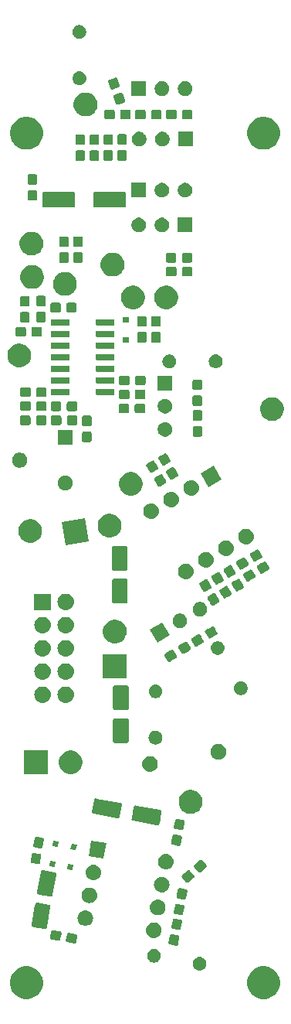
<source format=gbr>
G04 #@! TF.GenerationSoftware,KiCad,Pcbnew,(5.1.2-1)-1*
G04 #@! TF.CreationDate,2022-01-15T17:09:35-05:00*
G04 #@! TF.ProjectId,BF22 Clone,42463232-2043-46c6-9f6e-652e6b696361,rev?*
G04 #@! TF.SameCoordinates,Original*
G04 #@! TF.FileFunction,Soldermask,Top*
G04 #@! TF.FilePolarity,Negative*
%FSLAX46Y46*%
G04 Gerber Fmt 4.6, Leading zero omitted, Abs format (unit mm)*
G04 Created by KiCad (PCBNEW (5.1.2-1)-1) date 2022-01-15 17:09:35*
%MOMM*%
%LPD*%
G04 APERTURE LIST*
%ADD10C,0.100000*%
G04 APERTURE END LIST*
D10*
G36*
X42525331Y-117268211D02*
G01*
X42853092Y-117403974D01*
X43148070Y-117601072D01*
X43398928Y-117851930D01*
X43596026Y-118146908D01*
X43731789Y-118474669D01*
X43801000Y-118822616D01*
X43801000Y-119177384D01*
X43731789Y-119525331D01*
X43596026Y-119853092D01*
X43398928Y-120148070D01*
X43148070Y-120398928D01*
X42853092Y-120596026D01*
X42525331Y-120731789D01*
X42177384Y-120801000D01*
X41822616Y-120801000D01*
X41474669Y-120731789D01*
X41146908Y-120596026D01*
X40851930Y-120398928D01*
X40601072Y-120148070D01*
X40403974Y-119853092D01*
X40268211Y-119525331D01*
X40199000Y-119177384D01*
X40199000Y-118822616D01*
X40268211Y-118474669D01*
X40403974Y-118146908D01*
X40601072Y-117851930D01*
X40851930Y-117601072D01*
X41146908Y-117403974D01*
X41474669Y-117268211D01*
X41822616Y-117199000D01*
X42177384Y-117199000D01*
X42525331Y-117268211D01*
X42525331Y-117268211D01*
G37*
G36*
X16525331Y-117268211D02*
G01*
X16853092Y-117403974D01*
X17148070Y-117601072D01*
X17398928Y-117851930D01*
X17596026Y-118146908D01*
X17731789Y-118474669D01*
X17801000Y-118822616D01*
X17801000Y-119177384D01*
X17731789Y-119525331D01*
X17596026Y-119853092D01*
X17398928Y-120148070D01*
X17148070Y-120398928D01*
X16853092Y-120596026D01*
X16525331Y-120731789D01*
X16177384Y-120801000D01*
X15822616Y-120801000D01*
X15474669Y-120731789D01*
X15146908Y-120596026D01*
X14851930Y-120398928D01*
X14601072Y-120148070D01*
X14403974Y-119853092D01*
X14268211Y-119525331D01*
X14199000Y-119177384D01*
X14199000Y-118822616D01*
X14268211Y-118474669D01*
X14403974Y-118146908D01*
X14601072Y-117851930D01*
X14851930Y-117601072D01*
X15146908Y-117403974D01*
X15474669Y-117268211D01*
X15822616Y-117199000D01*
X16177384Y-117199000D01*
X16525331Y-117268211D01*
X16525331Y-117268211D01*
G37*
G36*
X35056488Y-116174755D02*
G01*
X35130045Y-116182000D01*
X35271609Y-116224943D01*
X35402075Y-116294679D01*
X35431863Y-116319125D01*
X35516430Y-116388526D01*
X35585831Y-116473093D01*
X35610277Y-116502881D01*
X35680013Y-116633347D01*
X35722956Y-116774911D01*
X35737456Y-116922133D01*
X35722956Y-117069355D01*
X35680013Y-117210919D01*
X35610277Y-117341385D01*
X35585831Y-117371173D01*
X35516430Y-117455740D01*
X35431863Y-117525141D01*
X35402075Y-117549587D01*
X35271609Y-117619323D01*
X35130045Y-117662266D01*
X35056488Y-117669511D01*
X35019711Y-117673133D01*
X34945935Y-117673133D01*
X34909158Y-117669511D01*
X34835601Y-117662266D01*
X34694037Y-117619323D01*
X34563571Y-117549587D01*
X34533783Y-117525141D01*
X34449216Y-117455740D01*
X34379815Y-117371173D01*
X34355369Y-117341385D01*
X34285633Y-117210919D01*
X34242690Y-117069355D01*
X34228190Y-116922133D01*
X34242690Y-116774911D01*
X34285633Y-116633347D01*
X34355369Y-116502881D01*
X34379815Y-116473093D01*
X34449216Y-116388526D01*
X34533783Y-116319125D01*
X34563571Y-116294679D01*
X34694037Y-116224943D01*
X34835601Y-116182000D01*
X34909158Y-116174755D01*
X34945935Y-116171133D01*
X35019711Y-116171133D01*
X35056488Y-116174755D01*
X35056488Y-116174755D01*
G37*
G36*
X30199059Y-115317860D02*
G01*
X30335732Y-115374472D01*
X30458735Y-115456660D01*
X30563340Y-115561265D01*
X30563341Y-115561267D01*
X30645529Y-115684270D01*
X30702140Y-115820941D01*
X30731000Y-115966032D01*
X30731000Y-116113968D01*
X30702140Y-116259059D01*
X30648513Y-116388527D01*
X30645528Y-116395732D01*
X30563340Y-116518735D01*
X30458735Y-116623340D01*
X30335732Y-116705528D01*
X30335731Y-116705529D01*
X30335730Y-116705529D01*
X30199059Y-116762140D01*
X30053968Y-116791000D01*
X29906032Y-116791000D01*
X29760941Y-116762140D01*
X29624270Y-116705529D01*
X29624269Y-116705529D01*
X29624268Y-116705528D01*
X29501265Y-116623340D01*
X29396660Y-116518735D01*
X29314472Y-116395732D01*
X29311488Y-116388527D01*
X29257860Y-116259059D01*
X29229000Y-116113968D01*
X29229000Y-115966032D01*
X29257860Y-115820941D01*
X29314471Y-115684270D01*
X29396659Y-115561267D01*
X29396660Y-115561265D01*
X29501265Y-115456660D01*
X29624268Y-115374472D01*
X29760941Y-115317860D01*
X29906032Y-115289000D01*
X30053968Y-115289000D01*
X30199059Y-115317860D01*
X30199059Y-115317860D01*
G37*
G36*
X31964225Y-113698456D02*
G01*
X32593236Y-113809367D01*
X32636920Y-113821584D01*
X32671872Y-113839298D01*
X32702700Y-113863491D01*
X32728215Y-113893234D01*
X32747434Y-113927377D01*
X32759626Y-113964624D01*
X32764317Y-114003526D01*
X32760856Y-114048754D01*
X32632580Y-114776246D01*
X32620362Y-114819932D01*
X32602650Y-114854882D01*
X32578457Y-114885709D01*
X32548713Y-114911225D01*
X32514570Y-114930444D01*
X32477323Y-114942636D01*
X32438421Y-114947327D01*
X32393193Y-114943866D01*
X31764182Y-114832955D01*
X31720498Y-114820738D01*
X31685546Y-114803024D01*
X31654718Y-114778831D01*
X31629203Y-114749088D01*
X31609984Y-114714945D01*
X31597792Y-114677698D01*
X31593101Y-114638796D01*
X31596562Y-114593568D01*
X31724838Y-113866076D01*
X31737056Y-113822390D01*
X31754768Y-113787440D01*
X31778961Y-113756613D01*
X31808705Y-113731097D01*
X31842848Y-113711878D01*
X31880095Y-113699686D01*
X31918997Y-113694995D01*
X31964225Y-113698456D01*
X31964225Y-113698456D01*
G37*
G36*
X20669300Y-113539795D02*
G01*
X21396792Y-113668071D01*
X21440478Y-113680289D01*
X21475428Y-113698001D01*
X21506255Y-113722194D01*
X21531771Y-113751938D01*
X21550990Y-113786081D01*
X21563182Y-113823328D01*
X21567873Y-113862230D01*
X21564412Y-113907458D01*
X21453501Y-114536469D01*
X21441284Y-114580153D01*
X21423570Y-114615105D01*
X21399377Y-114645933D01*
X21369634Y-114671448D01*
X21335491Y-114690667D01*
X21298244Y-114702859D01*
X21259342Y-114707550D01*
X21214114Y-114704089D01*
X20486622Y-114575813D01*
X20442936Y-114563595D01*
X20407986Y-114545883D01*
X20377159Y-114521690D01*
X20351643Y-114491946D01*
X20332424Y-114457803D01*
X20320232Y-114420556D01*
X20315541Y-114381654D01*
X20319002Y-114336426D01*
X20429913Y-113707415D01*
X20442130Y-113663731D01*
X20459844Y-113628779D01*
X20484037Y-113597951D01*
X20513780Y-113572436D01*
X20547923Y-113553217D01*
X20585170Y-113541025D01*
X20624072Y-113536334D01*
X20669300Y-113539795D01*
X20669300Y-113539795D01*
G37*
G36*
X18945886Y-113235911D02*
G01*
X19673378Y-113364187D01*
X19717064Y-113376405D01*
X19752014Y-113394117D01*
X19782841Y-113418310D01*
X19808357Y-113448054D01*
X19827576Y-113482197D01*
X19839768Y-113519444D01*
X19844459Y-113558346D01*
X19840998Y-113603574D01*
X19730087Y-114232585D01*
X19717870Y-114276269D01*
X19700156Y-114311221D01*
X19675963Y-114342049D01*
X19646220Y-114367564D01*
X19612077Y-114386783D01*
X19574830Y-114398975D01*
X19535928Y-114403666D01*
X19490700Y-114400205D01*
X18763208Y-114271929D01*
X18719522Y-114259711D01*
X18684572Y-114241999D01*
X18653745Y-114217806D01*
X18628229Y-114188062D01*
X18609010Y-114153919D01*
X18596818Y-114116672D01*
X18592127Y-114077770D01*
X18595588Y-114032542D01*
X18706499Y-113403531D01*
X18718716Y-113359847D01*
X18736430Y-113324895D01*
X18760623Y-113294067D01*
X18790366Y-113268552D01*
X18824509Y-113249333D01*
X18861756Y-113237141D01*
X18900658Y-113232450D01*
X18945886Y-113235911D01*
X18945886Y-113235911D01*
G37*
G36*
X30127013Y-112416030D02*
G01*
X30287432Y-112464693D01*
X30420096Y-112535603D01*
X30435268Y-112543713D01*
X30564849Y-112650058D01*
X30671194Y-112779639D01*
X30671195Y-112779641D01*
X30750214Y-112927475D01*
X30750215Y-112927478D01*
X30759273Y-112957337D01*
X30798877Y-113087894D01*
X30815307Y-113254717D01*
X30798877Y-113421540D01*
X30750214Y-113581959D01*
X30684816Y-113704310D01*
X30671194Y-113729795D01*
X30564849Y-113859376D01*
X30435268Y-113965721D01*
X30435266Y-113965722D01*
X30287432Y-114044741D01*
X30127013Y-114093404D01*
X30001994Y-114105717D01*
X29918386Y-114105717D01*
X29793367Y-114093404D01*
X29632948Y-114044741D01*
X29485114Y-113965722D01*
X29485112Y-113965721D01*
X29355531Y-113859376D01*
X29249186Y-113729795D01*
X29235564Y-113704310D01*
X29170166Y-113581959D01*
X29121503Y-113421540D01*
X29105073Y-113254717D01*
X29121503Y-113087894D01*
X29161107Y-112957337D01*
X29170165Y-112927478D01*
X29170166Y-112927475D01*
X29249185Y-112779641D01*
X29249186Y-112779639D01*
X29355531Y-112650058D01*
X29485112Y-112543713D01*
X29500284Y-112535603D01*
X29632948Y-112464693D01*
X29793367Y-112416030D01*
X29918386Y-112403717D01*
X30001994Y-112403717D01*
X30127013Y-112416030D01*
X30127013Y-112416030D01*
G37*
G36*
X32268109Y-111975042D02*
G01*
X32897120Y-112085953D01*
X32940804Y-112098170D01*
X32975756Y-112115884D01*
X33006584Y-112140077D01*
X33032099Y-112169820D01*
X33051318Y-112203963D01*
X33063510Y-112241210D01*
X33068201Y-112280112D01*
X33064740Y-112325340D01*
X32936464Y-113052832D01*
X32924246Y-113096518D01*
X32906534Y-113131468D01*
X32882341Y-113162295D01*
X32852597Y-113187811D01*
X32818454Y-113207030D01*
X32781207Y-113219222D01*
X32742305Y-113223913D01*
X32697077Y-113220452D01*
X32068066Y-113109541D01*
X32024382Y-113097324D01*
X31989430Y-113079610D01*
X31958602Y-113055417D01*
X31933087Y-113025674D01*
X31913868Y-112991531D01*
X31901676Y-112954284D01*
X31896985Y-112915382D01*
X31900446Y-112870154D01*
X32028722Y-112142662D01*
X32040940Y-112098976D01*
X32058652Y-112064026D01*
X32082845Y-112033199D01*
X32112589Y-112007683D01*
X32146732Y-111988464D01*
X32183979Y-111976272D01*
X32222881Y-111971581D01*
X32268109Y-111975042D01*
X32268109Y-111975042D01*
G37*
G36*
X17176723Y-110227908D02*
G01*
X17255293Y-110241762D01*
X17255306Y-110241763D01*
X18407655Y-110444954D01*
X18407659Y-110444955D01*
X18486234Y-110458810D01*
X18526054Y-110469947D01*
X18557414Y-110485839D01*
X18585085Y-110507556D01*
X18607981Y-110534245D01*
X18625230Y-110564889D01*
X18636172Y-110598317D01*
X18640381Y-110633226D01*
X18637227Y-110674448D01*
X18623373Y-110753018D01*
X18623372Y-110753031D01*
X18246533Y-112890188D01*
X18232677Y-112968767D01*
X18221540Y-113008587D01*
X18205648Y-113039947D01*
X18183931Y-113067618D01*
X18157242Y-113090514D01*
X18126598Y-113107763D01*
X18093171Y-113118705D01*
X18058261Y-113122914D01*
X18017039Y-113119760D01*
X17938469Y-113105906D01*
X17938456Y-113105905D01*
X16786107Y-112902714D01*
X16786103Y-112902713D01*
X16707528Y-112888858D01*
X16667708Y-112877721D01*
X16636348Y-112861829D01*
X16608677Y-112840112D01*
X16585781Y-112813423D01*
X16568532Y-112782779D01*
X16557590Y-112749351D01*
X16553381Y-112714442D01*
X16556535Y-112673220D01*
X16570389Y-112594650D01*
X16570390Y-112594637D01*
X16947229Y-110457480D01*
X16947230Y-110457476D01*
X16961085Y-110378901D01*
X16972222Y-110339081D01*
X16988114Y-110307721D01*
X17009831Y-110280050D01*
X17036520Y-110257154D01*
X17067164Y-110239905D01*
X17100591Y-110228963D01*
X17135501Y-110224754D01*
X17176723Y-110227908D01*
X17176723Y-110227908D01*
G37*
G36*
X22622778Y-111092831D02*
G01*
X22783197Y-111141494D01*
X22903774Y-111205944D01*
X22931033Y-111220514D01*
X23060614Y-111326859D01*
X23166959Y-111456440D01*
X23166960Y-111456442D01*
X23245979Y-111604276D01*
X23294642Y-111764695D01*
X23311072Y-111931518D01*
X23294642Y-112098341D01*
X23245979Y-112258760D01*
X23235562Y-112278248D01*
X23166959Y-112406596D01*
X23060614Y-112536177D01*
X22931033Y-112642522D01*
X22931031Y-112642523D01*
X22783197Y-112721542D01*
X22622778Y-112770205D01*
X22497759Y-112782518D01*
X22414151Y-112782518D01*
X22289132Y-112770205D01*
X22128713Y-112721542D01*
X21980879Y-112642523D01*
X21980877Y-112642522D01*
X21851296Y-112536177D01*
X21744951Y-112406596D01*
X21676348Y-112278248D01*
X21665931Y-112258760D01*
X21617268Y-112098341D01*
X21600838Y-111931518D01*
X21617268Y-111764695D01*
X21665931Y-111604276D01*
X21744950Y-111456442D01*
X21744951Y-111456440D01*
X21851296Y-111326859D01*
X21980877Y-111220514D01*
X22008136Y-111205944D01*
X22128713Y-111141494D01*
X22289132Y-111092831D01*
X22414151Y-111080518D01*
X22497759Y-111080518D01*
X22622778Y-111092831D01*
X22622778Y-111092831D01*
G37*
G36*
X32531460Y-110366333D02*
G01*
X33160471Y-110477244D01*
X33204155Y-110489461D01*
X33239107Y-110507175D01*
X33269935Y-110531368D01*
X33295450Y-110561111D01*
X33314669Y-110595254D01*
X33326861Y-110632501D01*
X33331552Y-110671403D01*
X33328091Y-110716631D01*
X33199815Y-111444123D01*
X33187597Y-111487809D01*
X33169885Y-111522759D01*
X33145692Y-111553586D01*
X33115948Y-111579102D01*
X33081805Y-111598321D01*
X33044558Y-111610513D01*
X33005656Y-111615204D01*
X32960428Y-111611743D01*
X32331417Y-111500832D01*
X32287733Y-111488615D01*
X32252781Y-111470901D01*
X32221953Y-111446708D01*
X32196438Y-111416965D01*
X32177219Y-111382822D01*
X32165027Y-111345575D01*
X32160336Y-111306673D01*
X32163797Y-111261445D01*
X32292073Y-110533953D01*
X32304291Y-110490267D01*
X32322003Y-110455317D01*
X32346196Y-110424490D01*
X32375940Y-110398974D01*
X32410083Y-110379755D01*
X32447330Y-110367563D01*
X32486232Y-110362872D01*
X32531460Y-110366333D01*
X32531460Y-110366333D01*
G37*
G36*
X30568079Y-109914618D02*
G01*
X30728498Y-109963281D01*
X30861162Y-110034191D01*
X30876334Y-110042301D01*
X31005915Y-110148646D01*
X31112260Y-110278227D01*
X31112261Y-110278229D01*
X31191280Y-110426063D01*
X31239943Y-110586482D01*
X31256373Y-110753305D01*
X31239943Y-110920128D01*
X31191280Y-111080547D01*
X31158703Y-111141494D01*
X31112260Y-111228383D01*
X31005915Y-111357964D01*
X30876334Y-111464309D01*
X30876332Y-111464310D01*
X30728498Y-111543329D01*
X30568079Y-111591992D01*
X30443060Y-111604305D01*
X30359452Y-111604305D01*
X30234433Y-111591992D01*
X30074014Y-111543329D01*
X29926180Y-111464310D01*
X29926178Y-111464309D01*
X29796597Y-111357964D01*
X29690252Y-111228383D01*
X29643809Y-111141494D01*
X29611232Y-111080547D01*
X29562569Y-110920128D01*
X29546139Y-110753305D01*
X29562569Y-110586482D01*
X29611232Y-110426063D01*
X29690251Y-110278229D01*
X29690252Y-110278227D01*
X29796597Y-110148646D01*
X29926178Y-110042301D01*
X29941350Y-110034191D01*
X30074014Y-109963281D01*
X30234433Y-109914618D01*
X30359452Y-109902305D01*
X30443060Y-109902305D01*
X30568079Y-109914618D01*
X30568079Y-109914618D01*
G37*
G36*
X23063844Y-108591419D02*
G01*
X23224263Y-108640082D01*
X23356927Y-108710992D01*
X23372099Y-108719102D01*
X23501680Y-108825447D01*
X23608025Y-108955028D01*
X23608026Y-108955030D01*
X23687045Y-109102864D01*
X23735708Y-109263283D01*
X23752138Y-109430106D01*
X23735708Y-109596929D01*
X23687045Y-109757348D01*
X23645552Y-109834975D01*
X23608025Y-109905184D01*
X23501680Y-110034765D01*
X23372099Y-110141110D01*
X23372097Y-110141111D01*
X23224263Y-110220130D01*
X23063844Y-110268793D01*
X22938825Y-110281106D01*
X22855217Y-110281106D01*
X22730198Y-110268793D01*
X22569779Y-110220130D01*
X22421945Y-110141111D01*
X22421943Y-110141110D01*
X22292362Y-110034765D01*
X22186017Y-109905184D01*
X22148490Y-109834975D01*
X22106997Y-109757348D01*
X22058334Y-109596929D01*
X22041904Y-109430106D01*
X22058334Y-109263283D01*
X22106997Y-109102864D01*
X22186016Y-108955030D01*
X22186017Y-108955028D01*
X22292362Y-108825447D01*
X22421943Y-108719102D01*
X22437115Y-108710992D01*
X22569779Y-108640082D01*
X22730198Y-108591419D01*
X22855217Y-108579106D01*
X22938825Y-108579106D01*
X23063844Y-108591419D01*
X23063844Y-108591419D01*
G37*
G36*
X32835344Y-108642919D02*
G01*
X33464355Y-108753830D01*
X33508039Y-108766047D01*
X33542991Y-108783761D01*
X33573819Y-108807954D01*
X33599334Y-108837697D01*
X33618553Y-108871840D01*
X33630745Y-108909087D01*
X33635436Y-108947989D01*
X33631975Y-108993217D01*
X33503699Y-109720709D01*
X33491481Y-109764395D01*
X33473769Y-109799345D01*
X33449576Y-109830172D01*
X33419832Y-109855688D01*
X33385689Y-109874907D01*
X33348442Y-109887099D01*
X33309540Y-109891790D01*
X33264312Y-109888329D01*
X32635301Y-109777418D01*
X32591617Y-109765201D01*
X32556665Y-109747487D01*
X32525837Y-109723294D01*
X32500322Y-109693551D01*
X32481103Y-109659408D01*
X32468911Y-109622161D01*
X32464220Y-109583259D01*
X32467681Y-109538031D01*
X32595957Y-108810539D01*
X32608175Y-108766853D01*
X32625887Y-108731903D01*
X32650080Y-108701076D01*
X32679824Y-108675560D01*
X32713967Y-108656341D01*
X32751214Y-108644149D01*
X32790116Y-108639458D01*
X32835344Y-108642919D01*
X32835344Y-108642919D01*
G37*
G36*
X17801857Y-106682600D02*
G01*
X17880427Y-106696454D01*
X17880440Y-106696455D01*
X19032789Y-106899646D01*
X19032793Y-106899647D01*
X19111368Y-106913502D01*
X19151188Y-106924639D01*
X19182548Y-106940531D01*
X19210219Y-106962248D01*
X19233115Y-106988937D01*
X19250364Y-107019581D01*
X19261306Y-107053009D01*
X19265515Y-107087918D01*
X19262361Y-107129140D01*
X19248507Y-107207710D01*
X19248506Y-107207723D01*
X18871667Y-109344880D01*
X18857811Y-109423459D01*
X18846674Y-109463279D01*
X18830782Y-109494639D01*
X18809065Y-109522310D01*
X18782376Y-109545206D01*
X18751732Y-109562455D01*
X18718305Y-109573397D01*
X18683395Y-109577606D01*
X18642173Y-109574452D01*
X18563603Y-109560598D01*
X18563590Y-109560597D01*
X17411241Y-109357406D01*
X17411237Y-109357405D01*
X17332662Y-109343550D01*
X17292842Y-109332413D01*
X17261482Y-109316521D01*
X17233811Y-109294804D01*
X17210915Y-109268115D01*
X17193666Y-109237471D01*
X17182724Y-109204043D01*
X17178515Y-109169134D01*
X17181669Y-109127912D01*
X17195523Y-109049342D01*
X17195524Y-109049329D01*
X17572363Y-106912172D01*
X17572364Y-106912168D01*
X17586219Y-106833593D01*
X17597356Y-106793773D01*
X17613248Y-106762413D01*
X17634965Y-106734742D01*
X17661654Y-106711846D01*
X17692298Y-106694597D01*
X17725725Y-106683655D01*
X17760635Y-106679446D01*
X17801857Y-106682600D01*
X17801857Y-106682600D01*
G37*
G36*
X31009146Y-107413207D02*
G01*
X31169565Y-107461870D01*
X31251262Y-107505538D01*
X31317401Y-107540890D01*
X31446982Y-107647235D01*
X31553327Y-107776816D01*
X31553328Y-107776818D01*
X31632347Y-107924652D01*
X31681010Y-108085071D01*
X31697440Y-108251894D01*
X31681010Y-108418717D01*
X31632347Y-108579136D01*
X31591080Y-108656341D01*
X31553327Y-108726972D01*
X31446982Y-108856553D01*
X31317401Y-108962898D01*
X31317399Y-108962899D01*
X31169565Y-109041918D01*
X31009146Y-109090581D01*
X30884127Y-109102894D01*
X30800519Y-109102894D01*
X30675500Y-109090581D01*
X30515081Y-109041918D01*
X30367247Y-108962899D01*
X30367245Y-108962898D01*
X30237664Y-108856553D01*
X30131319Y-108726972D01*
X30093566Y-108656341D01*
X30052299Y-108579136D01*
X30003636Y-108418717D01*
X29987206Y-108251894D01*
X30003636Y-108085071D01*
X30052299Y-107924652D01*
X30131318Y-107776818D01*
X30131319Y-107776816D01*
X30237664Y-107647235D01*
X30367245Y-107540890D01*
X30433384Y-107505538D01*
X30515081Y-107461870D01*
X30675500Y-107413207D01*
X30800519Y-107400894D01*
X30884127Y-107400894D01*
X31009146Y-107413207D01*
X31009146Y-107413207D01*
G37*
G36*
X33864071Y-106689816D02*
G01*
X33900434Y-106704416D01*
X33933253Y-106725830D01*
X33965671Y-106757549D01*
X34001895Y-106800719D01*
X34001900Y-106800724D01*
X34340006Y-107203663D01*
X34340009Y-107203667D01*
X34376231Y-107246835D01*
X34401844Y-107284277D01*
X34417231Y-107320308D01*
X34425294Y-107358655D01*
X34425722Y-107397844D01*
X34418497Y-107436358D01*
X34403897Y-107472722D01*
X34382484Y-107505538D01*
X34350763Y-107537959D01*
X33784874Y-108012796D01*
X33747435Y-108038407D01*
X33711397Y-108053797D01*
X33673054Y-108061859D01*
X33633865Y-108062287D01*
X33595351Y-108055062D01*
X33558988Y-108040462D01*
X33526169Y-108019048D01*
X33493751Y-107987329D01*
X33457527Y-107944159D01*
X33457522Y-107944154D01*
X33119416Y-107541215D01*
X33119413Y-107541211D01*
X33083191Y-107498043D01*
X33057578Y-107460601D01*
X33042191Y-107424570D01*
X33034128Y-107386223D01*
X33033700Y-107347034D01*
X33040925Y-107308520D01*
X33055525Y-107272156D01*
X33076938Y-107239340D01*
X33108659Y-107206919D01*
X33674548Y-106732082D01*
X33711987Y-106706471D01*
X33748025Y-106691081D01*
X33786368Y-106683019D01*
X33825557Y-106682591D01*
X33864071Y-106689816D01*
X33864071Y-106689816D01*
G37*
G36*
X23504911Y-106090008D02*
G01*
X23665330Y-106138671D01*
X23797994Y-106209581D01*
X23813166Y-106217691D01*
X23942747Y-106324036D01*
X24049092Y-106453617D01*
X24049093Y-106453619D01*
X24128112Y-106601453D01*
X24176775Y-106761872D01*
X24193205Y-106928695D01*
X24176775Y-107095518D01*
X24128112Y-107255937D01*
X24078240Y-107349240D01*
X24049092Y-107403773D01*
X23942747Y-107533354D01*
X23813166Y-107639699D01*
X23813164Y-107639700D01*
X23665330Y-107718719D01*
X23504911Y-107767382D01*
X23379892Y-107779695D01*
X23296284Y-107779695D01*
X23171265Y-107767382D01*
X23010846Y-107718719D01*
X22863012Y-107639700D01*
X22863010Y-107639699D01*
X22733429Y-107533354D01*
X22627084Y-107403773D01*
X22597936Y-107349240D01*
X22548064Y-107255937D01*
X22499401Y-107095518D01*
X22482971Y-106928695D01*
X22499401Y-106761872D01*
X22548064Y-106601453D01*
X22627083Y-106453619D01*
X22627084Y-106453617D01*
X22733429Y-106324036D01*
X22863010Y-106217691D01*
X22878182Y-106209581D01*
X23010846Y-106138671D01*
X23171265Y-106090008D01*
X23296284Y-106077695D01*
X23379892Y-106077695D01*
X23504911Y-106090008D01*
X23504911Y-106090008D01*
G37*
G36*
X35204649Y-105564938D02*
G01*
X35241012Y-105579538D01*
X35273831Y-105600952D01*
X35306249Y-105632671D01*
X35342473Y-105675841D01*
X35342478Y-105675846D01*
X35680584Y-106078785D01*
X35680587Y-106078789D01*
X35716809Y-106121957D01*
X35742422Y-106159399D01*
X35757809Y-106195430D01*
X35765872Y-106233777D01*
X35766300Y-106272966D01*
X35759075Y-106311480D01*
X35744475Y-106347844D01*
X35723062Y-106380660D01*
X35691341Y-106413081D01*
X35125452Y-106887918D01*
X35088013Y-106913529D01*
X35051975Y-106928919D01*
X35013632Y-106936981D01*
X34974443Y-106937409D01*
X34935929Y-106930184D01*
X34899566Y-106915584D01*
X34866747Y-106894170D01*
X34834329Y-106862451D01*
X34798105Y-106819281D01*
X34798100Y-106819276D01*
X34459994Y-106416337D01*
X34459991Y-106416333D01*
X34423769Y-106373165D01*
X34398156Y-106335723D01*
X34382769Y-106299692D01*
X34374706Y-106261345D01*
X34374278Y-106222156D01*
X34381503Y-106183642D01*
X34396103Y-106147278D01*
X34417516Y-106114462D01*
X34449237Y-106082041D01*
X35015126Y-105607204D01*
X35052565Y-105581593D01*
X35088603Y-105566203D01*
X35126946Y-105558141D01*
X35166135Y-105557713D01*
X35204649Y-105564938D01*
X35204649Y-105564938D01*
G37*
G36*
X21142482Y-106083593D02*
G01*
X21037946Y-106676447D01*
X20445092Y-106571911D01*
X20549628Y-105979057D01*
X21142482Y-106083593D01*
X21142482Y-106083593D01*
G37*
G36*
X31450212Y-104911795D02*
G01*
X31610631Y-104960458D01*
X31743295Y-105031368D01*
X31758467Y-105039478D01*
X31888048Y-105145823D01*
X31994393Y-105275404D01*
X31994394Y-105275406D01*
X32073413Y-105423240D01*
X32122076Y-105583659D01*
X32138506Y-105750482D01*
X32122076Y-105917305D01*
X32073413Y-106077724D01*
X32010498Y-106195430D01*
X31994393Y-106225560D01*
X31888048Y-106355141D01*
X31758467Y-106461486D01*
X31758465Y-106461487D01*
X31610631Y-106540506D01*
X31450212Y-106589169D01*
X31325193Y-106601482D01*
X31241585Y-106601482D01*
X31116566Y-106589169D01*
X30956147Y-106540506D01*
X30808313Y-106461487D01*
X30808311Y-106461486D01*
X30678730Y-106355141D01*
X30572385Y-106225560D01*
X30556280Y-106195430D01*
X30493365Y-106077724D01*
X30444702Y-105917305D01*
X30428272Y-105750482D01*
X30444702Y-105583659D01*
X30493365Y-105423240D01*
X30572384Y-105275406D01*
X30572385Y-105275404D01*
X30678730Y-105145823D01*
X30808311Y-105039478D01*
X30823483Y-105031368D01*
X30956147Y-104960458D01*
X31116566Y-104911795D01*
X31241585Y-104899482D01*
X31325193Y-104899482D01*
X31450212Y-104911795D01*
X31450212Y-104911795D01*
G37*
G36*
X19172866Y-105736297D02*
G01*
X19068330Y-106329151D01*
X18475476Y-106224615D01*
X18580012Y-105631761D01*
X19172866Y-105736297D01*
X19172866Y-105736297D01*
G37*
G36*
X16823574Y-104769002D02*
G01*
X17452585Y-104879913D01*
X17496269Y-104892130D01*
X17531221Y-104909844D01*
X17562049Y-104934037D01*
X17587564Y-104963780D01*
X17606783Y-104997923D01*
X17618975Y-105035170D01*
X17623666Y-105074072D01*
X17620205Y-105119300D01*
X17491929Y-105846792D01*
X17479711Y-105890478D01*
X17461999Y-105925428D01*
X17437806Y-105956255D01*
X17408062Y-105981771D01*
X17373919Y-106000990D01*
X17336672Y-106013182D01*
X17297770Y-106017873D01*
X17252542Y-106014412D01*
X16623531Y-105903501D01*
X16579847Y-105891284D01*
X16544895Y-105873570D01*
X16514067Y-105849377D01*
X16488552Y-105819634D01*
X16469333Y-105785491D01*
X16457141Y-105748244D01*
X16452450Y-105709342D01*
X16455911Y-105664114D01*
X16584187Y-104936622D01*
X16596405Y-104892936D01*
X16614117Y-104857986D01*
X16638310Y-104827159D01*
X16668054Y-104801643D01*
X16702197Y-104782424D01*
X16739444Y-104770232D01*
X16778346Y-104765541D01*
X16823574Y-104769002D01*
X16823574Y-104769002D01*
G37*
G36*
X24765000Y-103736986D02*
G01*
X24469451Y-105413129D01*
X22793308Y-105117580D01*
X23088857Y-103441437D01*
X24765000Y-103736986D01*
X24765000Y-103736986D01*
G37*
G36*
X21524508Y-103917015D02*
G01*
X21419972Y-104509869D01*
X20827118Y-104405333D01*
X20931654Y-103812479D01*
X21524508Y-103917015D01*
X21524508Y-103917015D01*
G37*
G36*
X17127458Y-103045588D02*
G01*
X17756469Y-103156499D01*
X17800153Y-103168716D01*
X17835105Y-103186430D01*
X17865933Y-103210623D01*
X17891448Y-103240366D01*
X17910667Y-103274509D01*
X17922859Y-103311756D01*
X17927550Y-103350658D01*
X17924089Y-103395886D01*
X17795813Y-104123378D01*
X17783595Y-104167064D01*
X17765883Y-104202014D01*
X17741690Y-104232841D01*
X17711946Y-104258357D01*
X17677803Y-104277576D01*
X17640556Y-104289768D01*
X17601654Y-104294459D01*
X17556426Y-104290998D01*
X16927415Y-104180087D01*
X16883731Y-104167870D01*
X16848779Y-104150156D01*
X16817951Y-104125963D01*
X16792436Y-104096220D01*
X16773217Y-104062077D01*
X16761025Y-104024830D01*
X16756334Y-103985928D01*
X16759795Y-103940700D01*
X16888071Y-103213208D01*
X16900289Y-103169522D01*
X16918001Y-103134572D01*
X16942194Y-103103745D01*
X16971938Y-103078229D01*
X17006081Y-103059010D01*
X17043328Y-103046818D01*
X17082230Y-103042127D01*
X17127458Y-103045588D01*
X17127458Y-103045588D01*
G37*
G36*
X19554892Y-103569719D02*
G01*
X19450356Y-104162573D01*
X18857502Y-104058037D01*
X18962038Y-103465183D01*
X19554892Y-103569719D01*
X19554892Y-103569719D01*
G37*
G36*
X32244237Y-102781222D02*
G01*
X32873248Y-102892133D01*
X32916932Y-102904350D01*
X32951884Y-102922064D01*
X32982712Y-102946257D01*
X33008227Y-102976000D01*
X33027446Y-103010143D01*
X33039638Y-103047390D01*
X33044329Y-103086292D01*
X33040868Y-103131520D01*
X32912592Y-103859012D01*
X32900374Y-103902698D01*
X32882662Y-103937648D01*
X32858469Y-103968475D01*
X32828725Y-103993991D01*
X32794582Y-104013210D01*
X32757335Y-104025402D01*
X32718433Y-104030093D01*
X32673205Y-104026632D01*
X32044194Y-103915721D01*
X32000510Y-103903504D01*
X31965558Y-103885790D01*
X31934730Y-103861597D01*
X31909215Y-103831854D01*
X31889996Y-103797711D01*
X31877804Y-103760464D01*
X31873113Y-103721562D01*
X31876574Y-103676334D01*
X32004850Y-102948842D01*
X32017068Y-102905156D01*
X32034780Y-102870206D01*
X32058973Y-102839379D01*
X32088717Y-102813863D01*
X32122860Y-102794644D01*
X32160107Y-102782452D01*
X32199009Y-102777761D01*
X32244237Y-102781222D01*
X32244237Y-102781222D01*
G37*
G36*
X32548121Y-101057808D02*
G01*
X33177132Y-101168719D01*
X33220816Y-101180936D01*
X33255768Y-101198650D01*
X33286596Y-101222843D01*
X33312111Y-101252586D01*
X33331330Y-101286729D01*
X33343522Y-101323976D01*
X33348213Y-101362878D01*
X33344752Y-101408106D01*
X33216476Y-102135598D01*
X33204258Y-102179284D01*
X33186546Y-102214234D01*
X33162353Y-102245061D01*
X33132609Y-102270577D01*
X33098466Y-102289796D01*
X33061219Y-102301988D01*
X33022317Y-102306679D01*
X32977089Y-102303218D01*
X32348078Y-102192307D01*
X32304394Y-102180090D01*
X32269442Y-102162376D01*
X32238614Y-102138183D01*
X32213099Y-102108440D01*
X32193880Y-102074297D01*
X32181688Y-102037050D01*
X32176997Y-101998148D01*
X32180458Y-101952920D01*
X32308734Y-101225428D01*
X32320952Y-101181742D01*
X32338664Y-101146792D01*
X32362857Y-101115965D01*
X32392601Y-101090449D01*
X32426744Y-101071230D01*
X32463991Y-101059038D01*
X32502893Y-101054347D01*
X32548121Y-101057808D01*
X32548121Y-101057808D01*
G37*
G36*
X27977738Y-99591900D02*
G01*
X28056319Y-99605756D01*
X28056320Y-99605756D01*
X30587400Y-100052053D01*
X30587412Y-100052056D01*
X30665980Y-100065910D01*
X30705800Y-100077047D01*
X30737160Y-100092939D01*
X30764831Y-100114656D01*
X30787727Y-100141345D01*
X30804976Y-100171989D01*
X30815918Y-100205417D01*
X30820127Y-100240326D01*
X30816973Y-100281548D01*
X30803119Y-100360120D01*
X30803118Y-100360129D01*
X30675150Y-101085872D01*
X30586071Y-101591067D01*
X30574939Y-101630871D01*
X30559041Y-101662242D01*
X30537327Y-101689909D01*
X30510639Y-101712804D01*
X30479989Y-101730057D01*
X30446567Y-101740997D01*
X30411656Y-101745206D01*
X30370434Y-101742052D01*
X30291853Y-101728196D01*
X30291852Y-101728196D01*
X27760772Y-101281899D01*
X27760760Y-101281896D01*
X27682192Y-101268042D01*
X27642372Y-101256905D01*
X27611012Y-101241013D01*
X27583341Y-101219296D01*
X27560445Y-101192607D01*
X27543196Y-101161963D01*
X27532254Y-101128535D01*
X27528045Y-101093626D01*
X27531199Y-101052404D01*
X27545053Y-100973832D01*
X27545054Y-100973823D01*
X27748244Y-99821474D01*
X27762101Y-99742885D01*
X27773233Y-99703081D01*
X27789131Y-99671710D01*
X27810845Y-99644043D01*
X27837533Y-99621148D01*
X27868183Y-99603895D01*
X27901605Y-99592955D01*
X27936516Y-99588746D01*
X27977738Y-99591900D01*
X27977738Y-99591900D01*
G37*
G36*
X23644584Y-98827848D02*
G01*
X23723165Y-98841704D01*
X23723166Y-98841704D01*
X26254246Y-99288001D01*
X26254258Y-99288004D01*
X26332826Y-99301858D01*
X26372646Y-99312995D01*
X26404006Y-99328887D01*
X26431677Y-99350604D01*
X26454573Y-99377293D01*
X26471822Y-99407937D01*
X26482764Y-99441365D01*
X26486973Y-99476274D01*
X26483819Y-99517496D01*
X26469965Y-99596068D01*
X26469964Y-99596077D01*
X26340629Y-100329574D01*
X26252917Y-100827015D01*
X26241785Y-100866819D01*
X26225887Y-100898190D01*
X26204173Y-100925857D01*
X26177485Y-100948752D01*
X26146835Y-100966005D01*
X26113413Y-100976945D01*
X26078502Y-100981154D01*
X26037280Y-100978000D01*
X25958699Y-100964144D01*
X25958698Y-100964144D01*
X23427618Y-100517847D01*
X23427606Y-100517844D01*
X23349038Y-100503990D01*
X23309218Y-100492853D01*
X23277858Y-100476961D01*
X23250187Y-100455244D01*
X23227291Y-100428555D01*
X23210042Y-100397911D01*
X23199100Y-100364483D01*
X23194891Y-100329574D01*
X23198045Y-100288352D01*
X23211899Y-100209780D01*
X23211900Y-100209771D01*
X23415090Y-99057422D01*
X23428947Y-98978833D01*
X23440079Y-98939029D01*
X23455977Y-98907658D01*
X23477691Y-98879991D01*
X23504379Y-98857096D01*
X23535029Y-98839843D01*
X23568451Y-98828903D01*
X23603362Y-98824694D01*
X23644584Y-98827848D01*
X23644584Y-98827848D01*
G37*
G36*
X34379393Y-97949304D02*
G01*
X34616101Y-98047352D01*
X34616103Y-98047353D01*
X34829135Y-98189696D01*
X35010304Y-98370865D01*
X35152647Y-98583897D01*
X35152648Y-98583899D01*
X35250696Y-98820607D01*
X35300680Y-99071893D01*
X35300680Y-99328107D01*
X35250696Y-99579393D01*
X35182975Y-99742885D01*
X35152647Y-99816103D01*
X35010304Y-100029135D01*
X34829135Y-100210304D01*
X34616103Y-100352647D01*
X34616102Y-100352648D01*
X34616101Y-100352648D01*
X34379393Y-100450696D01*
X34128107Y-100500680D01*
X33871893Y-100500680D01*
X33620607Y-100450696D01*
X33383899Y-100352648D01*
X33383898Y-100352648D01*
X33383897Y-100352647D01*
X33170865Y-100210304D01*
X32989696Y-100029135D01*
X32847353Y-99816103D01*
X32817025Y-99742885D01*
X32749304Y-99579393D01*
X32699320Y-99328107D01*
X32699320Y-99071893D01*
X32749304Y-98820607D01*
X32847352Y-98583899D01*
X32847353Y-98583897D01*
X32989696Y-98370865D01*
X33170865Y-98189696D01*
X33383897Y-98047353D01*
X33383899Y-98047352D01*
X33620607Y-97949304D01*
X33871893Y-97899320D01*
X34128107Y-97899320D01*
X34379393Y-97949304D01*
X34379393Y-97949304D01*
G37*
G36*
X21229393Y-93609304D02*
G01*
X21466101Y-93707352D01*
X21466103Y-93707353D01*
X21679135Y-93849696D01*
X21860304Y-94030865D01*
X21983013Y-94214513D01*
X22002648Y-94243899D01*
X22100696Y-94480607D01*
X22150680Y-94731893D01*
X22150680Y-94988107D01*
X22100696Y-95239393D01*
X22002648Y-95476101D01*
X22002647Y-95476103D01*
X21860304Y-95689135D01*
X21679135Y-95870304D01*
X21466103Y-96012647D01*
X21466102Y-96012648D01*
X21466101Y-96012648D01*
X21229393Y-96110696D01*
X20978107Y-96160680D01*
X20721893Y-96160680D01*
X20470607Y-96110696D01*
X20233899Y-96012648D01*
X20233898Y-96012648D01*
X20233897Y-96012647D01*
X20020865Y-95870304D01*
X19839696Y-95689135D01*
X19697353Y-95476103D01*
X19697352Y-95476101D01*
X19599304Y-95239393D01*
X19549320Y-94988107D01*
X19549320Y-94731893D01*
X19599304Y-94480607D01*
X19697352Y-94243899D01*
X19716987Y-94214513D01*
X19839696Y-94030865D01*
X20020865Y-93849696D01*
X20233897Y-93707353D01*
X20233899Y-93707352D01*
X20470607Y-93609304D01*
X20721893Y-93559320D01*
X20978107Y-93559320D01*
X21229393Y-93609304D01*
X21229393Y-93609304D01*
G37*
G36*
X18340680Y-96160680D02*
G01*
X15739320Y-96160680D01*
X15739320Y-93559320D01*
X18340680Y-93559320D01*
X18340680Y-96160680D01*
X18340680Y-96160680D01*
G37*
G36*
X29712588Y-94214512D02*
G01*
X29873007Y-94263175D01*
X30005671Y-94334085D01*
X30020843Y-94342195D01*
X30150424Y-94448540D01*
X30256769Y-94578121D01*
X30256770Y-94578123D01*
X30335789Y-94725957D01*
X30384452Y-94886376D01*
X30400882Y-95053199D01*
X30384452Y-95220022D01*
X30335789Y-95380441D01*
X30264879Y-95513105D01*
X30256769Y-95528277D01*
X30150424Y-95657858D01*
X30020843Y-95764203D01*
X30020841Y-95764204D01*
X29873007Y-95843223D01*
X29712588Y-95891886D01*
X29587569Y-95904199D01*
X29503961Y-95904199D01*
X29378942Y-95891886D01*
X29218523Y-95843223D01*
X29070689Y-95764204D01*
X29070687Y-95764203D01*
X28941106Y-95657858D01*
X28834761Y-95528277D01*
X28826651Y-95513105D01*
X28755741Y-95380441D01*
X28707078Y-95220022D01*
X28690648Y-95053199D01*
X28707078Y-94886376D01*
X28755741Y-94725957D01*
X28834760Y-94578123D01*
X28834761Y-94578121D01*
X28941106Y-94448540D01*
X29070687Y-94342195D01*
X29085859Y-94334085D01*
X29218523Y-94263175D01*
X29378942Y-94214512D01*
X29503961Y-94202199D01*
X29587569Y-94202199D01*
X29712588Y-94214512D01*
X29712588Y-94214512D01*
G37*
G36*
X37298228Y-92911703D02*
G01*
X37453100Y-92975853D01*
X37592481Y-93068985D01*
X37711015Y-93187519D01*
X37804147Y-93326900D01*
X37868297Y-93481772D01*
X37901000Y-93646184D01*
X37901000Y-93813816D01*
X37868297Y-93978228D01*
X37804147Y-94133100D01*
X37711015Y-94272481D01*
X37592481Y-94391015D01*
X37453100Y-94484147D01*
X37298228Y-94548297D01*
X37133816Y-94581000D01*
X36966184Y-94581000D01*
X36801772Y-94548297D01*
X36646900Y-94484147D01*
X36507519Y-94391015D01*
X36388985Y-94272481D01*
X36295853Y-94133100D01*
X36231703Y-93978228D01*
X36199000Y-93813816D01*
X36199000Y-93646184D01*
X36231703Y-93481772D01*
X36295853Y-93326900D01*
X36388985Y-93187519D01*
X36507519Y-93068985D01*
X36646900Y-92975853D01*
X36801772Y-92911703D01*
X36966184Y-92879000D01*
X37133816Y-92879000D01*
X37298228Y-92911703D01*
X37298228Y-92911703D01*
G37*
G36*
X30223665Y-91422622D02*
G01*
X30297222Y-91429867D01*
X30438786Y-91472810D01*
X30569252Y-91542546D01*
X30599040Y-91566992D01*
X30683607Y-91636393D01*
X30753008Y-91720960D01*
X30777454Y-91750748D01*
X30847190Y-91881214D01*
X30890133Y-92022778D01*
X30904633Y-92170000D01*
X30890133Y-92317222D01*
X30847190Y-92458786D01*
X30777454Y-92589252D01*
X30753008Y-92619040D01*
X30683607Y-92703607D01*
X30599040Y-92773008D01*
X30569252Y-92797454D01*
X30438786Y-92867190D01*
X30297222Y-92910133D01*
X30223665Y-92917378D01*
X30186888Y-92921000D01*
X30113112Y-92921000D01*
X30076335Y-92917378D01*
X30002778Y-92910133D01*
X29861214Y-92867190D01*
X29730748Y-92797454D01*
X29700960Y-92773008D01*
X29616393Y-92703607D01*
X29546992Y-92619040D01*
X29522546Y-92589252D01*
X29452810Y-92458786D01*
X29409867Y-92317222D01*
X29395367Y-92170000D01*
X29409867Y-92022778D01*
X29452810Y-91881214D01*
X29522546Y-91750748D01*
X29546992Y-91720960D01*
X29616393Y-91636393D01*
X29700960Y-91566992D01*
X29730748Y-91542546D01*
X29861214Y-91472810D01*
X30002778Y-91429867D01*
X30076335Y-91422622D01*
X30113112Y-91419000D01*
X30186888Y-91419000D01*
X30223665Y-91422622D01*
X30223665Y-91422622D01*
G37*
G36*
X27055997Y-90053051D02*
G01*
X27089652Y-90063261D01*
X27120665Y-90079838D01*
X27147851Y-90102149D01*
X27170162Y-90129335D01*
X27186739Y-90160348D01*
X27196949Y-90194003D01*
X27201000Y-90235138D01*
X27201000Y-92564862D01*
X27196949Y-92605997D01*
X27186739Y-92639652D01*
X27170162Y-92670665D01*
X27147851Y-92697851D01*
X27120665Y-92720162D01*
X27089652Y-92736739D01*
X27055997Y-92746949D01*
X27014862Y-92751000D01*
X25685138Y-92751000D01*
X25644003Y-92746949D01*
X25610348Y-92736739D01*
X25579335Y-92720162D01*
X25552149Y-92697851D01*
X25529838Y-92670665D01*
X25513261Y-92639652D01*
X25503051Y-92605997D01*
X25499000Y-92564862D01*
X25499000Y-90235138D01*
X25503051Y-90194003D01*
X25513261Y-90160348D01*
X25529838Y-90129335D01*
X25552149Y-90102149D01*
X25579335Y-90079838D01*
X25610348Y-90063261D01*
X25644003Y-90053051D01*
X25685138Y-90049000D01*
X27014862Y-90049000D01*
X27055997Y-90053051D01*
X27055997Y-90053051D01*
G37*
G36*
X27055997Y-86453051D02*
G01*
X27089652Y-86463261D01*
X27120665Y-86479838D01*
X27147851Y-86502149D01*
X27170162Y-86529335D01*
X27186739Y-86560348D01*
X27196949Y-86594003D01*
X27201000Y-86635138D01*
X27201000Y-88964862D01*
X27196949Y-89005997D01*
X27186739Y-89039652D01*
X27170162Y-89070665D01*
X27147851Y-89097851D01*
X27120665Y-89120162D01*
X27089652Y-89136739D01*
X27055997Y-89146949D01*
X27014862Y-89151000D01*
X25685138Y-89151000D01*
X25644003Y-89146949D01*
X25610348Y-89136739D01*
X25579335Y-89120162D01*
X25552149Y-89097851D01*
X25529838Y-89070665D01*
X25513261Y-89039652D01*
X25503051Y-89005997D01*
X25499000Y-88964862D01*
X25499000Y-86635138D01*
X25503051Y-86594003D01*
X25513261Y-86560348D01*
X25529838Y-86529335D01*
X25552149Y-86502149D01*
X25579335Y-86479838D01*
X25610348Y-86463261D01*
X25644003Y-86453051D01*
X25685138Y-86449000D01*
X27014862Y-86449000D01*
X27055997Y-86453051D01*
X27055997Y-86453051D01*
G37*
G36*
X20489294Y-86578633D02*
G01*
X20661695Y-86630931D01*
X20820583Y-86715858D01*
X20959849Y-86830151D01*
X21074142Y-86969417D01*
X21159069Y-87128305D01*
X21211367Y-87300706D01*
X21229025Y-87480000D01*
X21211367Y-87659294D01*
X21159069Y-87831695D01*
X21074142Y-87990583D01*
X20959849Y-88129849D01*
X20820583Y-88244142D01*
X20661695Y-88329069D01*
X20489294Y-88381367D01*
X20354931Y-88394600D01*
X20265069Y-88394600D01*
X20130706Y-88381367D01*
X19958305Y-88329069D01*
X19799417Y-88244142D01*
X19660151Y-88129849D01*
X19545858Y-87990583D01*
X19460931Y-87831695D01*
X19408633Y-87659294D01*
X19390975Y-87480000D01*
X19408633Y-87300706D01*
X19460931Y-87128305D01*
X19545858Y-86969417D01*
X19660151Y-86830151D01*
X19799417Y-86715858D01*
X19958305Y-86630931D01*
X20130706Y-86578633D01*
X20265069Y-86565400D01*
X20354931Y-86565400D01*
X20489294Y-86578633D01*
X20489294Y-86578633D01*
G37*
G36*
X17949294Y-86578633D02*
G01*
X18121695Y-86630931D01*
X18280583Y-86715858D01*
X18419849Y-86830151D01*
X18534142Y-86969417D01*
X18619069Y-87128305D01*
X18671367Y-87300706D01*
X18689025Y-87480000D01*
X18671367Y-87659294D01*
X18619069Y-87831695D01*
X18534142Y-87990583D01*
X18419849Y-88129849D01*
X18280583Y-88244142D01*
X18121695Y-88329069D01*
X17949294Y-88381367D01*
X17814931Y-88394600D01*
X17725069Y-88394600D01*
X17590706Y-88381367D01*
X17418305Y-88329069D01*
X17259417Y-88244142D01*
X17120151Y-88129849D01*
X17005858Y-87990583D01*
X16920931Y-87831695D01*
X16868633Y-87659294D01*
X16850975Y-87480000D01*
X16868633Y-87300706D01*
X16920931Y-87128305D01*
X17005858Y-86969417D01*
X17120151Y-86830151D01*
X17259417Y-86715858D01*
X17418305Y-86630931D01*
X17590706Y-86578633D01*
X17725069Y-86565400D01*
X17814931Y-86565400D01*
X17949294Y-86578633D01*
X17949294Y-86578633D01*
G37*
G36*
X30369059Y-86367860D02*
G01*
X30432814Y-86394268D01*
X30505732Y-86424472D01*
X30628735Y-86506660D01*
X30733340Y-86611265D01*
X30803227Y-86715859D01*
X30815529Y-86734270D01*
X30872140Y-86870941D01*
X30891657Y-86969059D01*
X30901000Y-87016033D01*
X30901000Y-87163967D01*
X30872140Y-87309059D01*
X30815528Y-87445732D01*
X30733340Y-87568735D01*
X30628735Y-87673340D01*
X30505732Y-87755528D01*
X30505731Y-87755529D01*
X30505730Y-87755529D01*
X30369059Y-87812140D01*
X30223968Y-87841000D01*
X30076032Y-87841000D01*
X29930941Y-87812140D01*
X29794270Y-87755529D01*
X29794269Y-87755529D01*
X29794268Y-87755528D01*
X29671265Y-87673340D01*
X29566660Y-87568735D01*
X29484472Y-87445732D01*
X29427860Y-87309059D01*
X29399000Y-87163967D01*
X29399000Y-87016033D01*
X29408344Y-86969059D01*
X29427860Y-86870941D01*
X29484471Y-86734270D01*
X29496773Y-86715859D01*
X29566660Y-86611265D01*
X29671265Y-86506660D01*
X29794268Y-86424472D01*
X29867187Y-86394268D01*
X29930941Y-86367860D01*
X30076032Y-86339000D01*
X30223968Y-86339000D01*
X30369059Y-86367860D01*
X30369059Y-86367860D01*
G37*
G36*
X39729059Y-86027860D02*
G01*
X39865732Y-86084472D01*
X39988735Y-86166660D01*
X40093340Y-86271265D01*
X40175528Y-86394268D01*
X40175529Y-86394270D01*
X40232140Y-86530941D01*
X40261000Y-86676032D01*
X40261000Y-86823968D01*
X40232140Y-86969059D01*
X40175528Y-87105732D01*
X40093340Y-87228735D01*
X39988735Y-87333340D01*
X39865732Y-87415528D01*
X39865731Y-87415529D01*
X39865730Y-87415529D01*
X39729059Y-87472140D01*
X39583968Y-87501000D01*
X39436032Y-87501000D01*
X39290941Y-87472140D01*
X39154270Y-87415529D01*
X39154269Y-87415529D01*
X39154268Y-87415528D01*
X39031265Y-87333340D01*
X38926660Y-87228735D01*
X38844472Y-87105732D01*
X38787860Y-86969059D01*
X38759000Y-86823968D01*
X38759000Y-86676032D01*
X38787860Y-86530941D01*
X38844471Y-86394270D01*
X38844472Y-86394268D01*
X38926660Y-86271265D01*
X39031265Y-86166660D01*
X39154268Y-86084472D01*
X39290941Y-86027860D01*
X39436032Y-85999000D01*
X39583968Y-85999000D01*
X39729059Y-86027860D01*
X39729059Y-86027860D01*
G37*
G36*
X20489294Y-84038633D02*
G01*
X20661695Y-84090931D01*
X20820583Y-84175858D01*
X20959849Y-84290151D01*
X21074142Y-84429417D01*
X21159069Y-84588305D01*
X21211367Y-84760706D01*
X21229025Y-84940000D01*
X21211367Y-85119294D01*
X21159069Y-85291695D01*
X21074142Y-85450583D01*
X20959849Y-85589849D01*
X20820583Y-85704142D01*
X20661695Y-85789069D01*
X20489294Y-85841367D01*
X20354931Y-85854600D01*
X20265069Y-85854600D01*
X20130706Y-85841367D01*
X19958305Y-85789069D01*
X19799417Y-85704142D01*
X19660151Y-85589849D01*
X19545858Y-85450583D01*
X19460931Y-85291695D01*
X19408633Y-85119294D01*
X19390975Y-84940000D01*
X19408633Y-84760706D01*
X19460931Y-84588305D01*
X19545858Y-84429417D01*
X19660151Y-84290151D01*
X19799417Y-84175858D01*
X19958305Y-84090931D01*
X20130706Y-84038633D01*
X20265069Y-84025400D01*
X20354931Y-84025400D01*
X20489294Y-84038633D01*
X20489294Y-84038633D01*
G37*
G36*
X17949294Y-84038633D02*
G01*
X18121695Y-84090931D01*
X18280583Y-84175858D01*
X18419849Y-84290151D01*
X18534142Y-84429417D01*
X18619069Y-84588305D01*
X18671367Y-84760706D01*
X18689025Y-84940000D01*
X18671367Y-85119294D01*
X18619069Y-85291695D01*
X18534142Y-85450583D01*
X18419849Y-85589849D01*
X18280583Y-85704142D01*
X18121695Y-85789069D01*
X17949294Y-85841367D01*
X17814931Y-85854600D01*
X17725069Y-85854600D01*
X17590706Y-85841367D01*
X17418305Y-85789069D01*
X17259417Y-85704142D01*
X17120151Y-85589849D01*
X17005858Y-85450583D01*
X16920931Y-85291695D01*
X16868633Y-85119294D01*
X16850975Y-84940000D01*
X16868633Y-84760706D01*
X16920931Y-84588305D01*
X17005858Y-84429417D01*
X17120151Y-84290151D01*
X17259417Y-84175858D01*
X17418305Y-84090931D01*
X17590706Y-84038633D01*
X17725069Y-84025400D01*
X17814931Y-84025400D01*
X17949294Y-84038633D01*
X17949294Y-84038633D01*
G37*
G36*
X27000680Y-85670680D02*
G01*
X24399320Y-85670680D01*
X24399320Y-83069320D01*
X27000680Y-83069320D01*
X27000680Y-85670680D01*
X27000680Y-85670680D01*
G37*
G36*
X32041453Y-82550038D02*
G01*
X32078128Y-82563841D01*
X32111400Y-82584531D01*
X32140002Y-82611320D01*
X32166425Y-82648193D01*
X32485782Y-83201335D01*
X32504501Y-83242648D01*
X32513399Y-83280812D01*
X32514681Y-83319979D01*
X32508299Y-83358637D01*
X32494494Y-83395315D01*
X32473802Y-83428591D01*
X32447013Y-83457193D01*
X32410142Y-83483615D01*
X32090271Y-83668292D01*
X31819205Y-83824792D01*
X31819201Y-83824794D01*
X31770400Y-83852969D01*
X31729083Y-83871690D01*
X31690919Y-83880588D01*
X31651756Y-83881870D01*
X31613089Y-83875486D01*
X31576414Y-83861683D01*
X31543142Y-83840993D01*
X31514540Y-83814204D01*
X31488117Y-83777331D01*
X31168760Y-83224189D01*
X31150041Y-83182876D01*
X31141143Y-83144712D01*
X31139861Y-83105545D01*
X31146243Y-83066887D01*
X31160048Y-83030209D01*
X31180740Y-82996933D01*
X31207529Y-82968331D01*
X31244400Y-82941909D01*
X31741188Y-82655089D01*
X31835337Y-82600732D01*
X31835341Y-82600730D01*
X31884142Y-82572555D01*
X31925459Y-82553834D01*
X31963623Y-82544936D01*
X32002786Y-82543654D01*
X32041453Y-82550038D01*
X32041453Y-82550038D01*
G37*
G36*
X20489294Y-81498633D02*
G01*
X20661695Y-81550931D01*
X20820583Y-81635858D01*
X20959849Y-81750151D01*
X21074142Y-81889417D01*
X21159069Y-82048305D01*
X21211367Y-82220706D01*
X21229025Y-82400000D01*
X21211367Y-82579294D01*
X21159069Y-82751695D01*
X21074142Y-82910583D01*
X20959849Y-83049849D01*
X20820583Y-83164142D01*
X20661695Y-83249069D01*
X20489294Y-83301367D01*
X20354931Y-83314600D01*
X20265069Y-83314600D01*
X20130706Y-83301367D01*
X19958305Y-83249069D01*
X19799417Y-83164142D01*
X19660151Y-83049849D01*
X19545858Y-82910583D01*
X19460931Y-82751695D01*
X19408633Y-82579294D01*
X19390975Y-82400000D01*
X19408633Y-82220706D01*
X19460931Y-82048305D01*
X19545858Y-81889417D01*
X19660151Y-81750151D01*
X19799417Y-81635858D01*
X19958305Y-81550931D01*
X20130706Y-81498633D01*
X20265069Y-81485400D01*
X20354931Y-81485400D01*
X20489294Y-81498633D01*
X20489294Y-81498633D01*
G37*
G36*
X17949294Y-81498633D02*
G01*
X18121695Y-81550931D01*
X18280583Y-81635858D01*
X18419849Y-81750151D01*
X18534142Y-81889417D01*
X18619069Y-82048305D01*
X18671367Y-82220706D01*
X18689025Y-82400000D01*
X18671367Y-82579294D01*
X18619069Y-82751695D01*
X18534142Y-82910583D01*
X18419849Y-83049849D01*
X18280583Y-83164142D01*
X18121695Y-83249069D01*
X17949294Y-83301367D01*
X17814931Y-83314600D01*
X17725069Y-83314600D01*
X17590706Y-83301367D01*
X17418305Y-83249069D01*
X17259417Y-83164142D01*
X17120151Y-83049849D01*
X17005858Y-82910583D01*
X16920931Y-82751695D01*
X16868633Y-82579294D01*
X16850975Y-82400000D01*
X16868633Y-82220706D01*
X16920931Y-82048305D01*
X17005858Y-81889417D01*
X17120151Y-81750151D01*
X17259417Y-81635858D01*
X17418305Y-81550931D01*
X17590706Y-81498633D01*
X17725069Y-81485400D01*
X17814931Y-81485400D01*
X17949294Y-81498633D01*
X17949294Y-81498633D01*
G37*
G36*
X37043665Y-81603213D02*
G01*
X37117222Y-81610458D01*
X37258786Y-81653401D01*
X37258788Y-81653402D01*
X37324019Y-81688269D01*
X37389252Y-81723137D01*
X37414175Y-81743591D01*
X37503607Y-81816984D01*
X37573008Y-81901551D01*
X37597454Y-81931339D01*
X37667190Y-82061805D01*
X37710133Y-82203369D01*
X37724633Y-82350591D01*
X37710133Y-82497813D01*
X37667190Y-82639377D01*
X37597454Y-82769843D01*
X37573008Y-82799631D01*
X37503607Y-82884198D01*
X37446968Y-82930679D01*
X37389252Y-82978045D01*
X37258786Y-83047781D01*
X37117222Y-83090724D01*
X37043665Y-83097969D01*
X37006888Y-83101591D01*
X36933112Y-83101591D01*
X36896335Y-83097969D01*
X36822778Y-83090724D01*
X36681214Y-83047781D01*
X36550748Y-82978045D01*
X36493032Y-82930679D01*
X36436393Y-82884198D01*
X36366992Y-82799631D01*
X36342546Y-82769843D01*
X36272810Y-82639377D01*
X36229867Y-82497813D01*
X36215367Y-82350591D01*
X36229867Y-82203369D01*
X36272810Y-82061805D01*
X36342546Y-81931339D01*
X36366992Y-81901551D01*
X36436393Y-81816984D01*
X36525825Y-81743591D01*
X36550748Y-81723137D01*
X36615981Y-81688269D01*
X36681212Y-81653402D01*
X36681214Y-81653401D01*
X36822778Y-81610458D01*
X36896335Y-81603213D01*
X36933112Y-81599591D01*
X37006888Y-81599591D01*
X37043665Y-81603213D01*
X37043665Y-81603213D01*
G37*
G36*
X33556997Y-81675038D02*
G01*
X33593672Y-81688841D01*
X33626944Y-81709531D01*
X33655546Y-81736320D01*
X33681969Y-81773193D01*
X34001326Y-82326335D01*
X34020045Y-82367648D01*
X34028943Y-82405812D01*
X34030225Y-82444979D01*
X34023843Y-82483637D01*
X34010038Y-82520315D01*
X33989346Y-82553591D01*
X33962557Y-82582193D01*
X33925686Y-82608615D01*
X33646433Y-82769841D01*
X33334749Y-82949792D01*
X33334745Y-82949794D01*
X33285944Y-82977969D01*
X33244627Y-82996690D01*
X33206463Y-83005588D01*
X33167300Y-83006870D01*
X33128633Y-83000486D01*
X33091958Y-82986683D01*
X33058686Y-82965993D01*
X33030084Y-82939204D01*
X33003661Y-82902331D01*
X32684304Y-82349189D01*
X32665585Y-82307876D01*
X32656687Y-82269712D01*
X32655405Y-82230545D01*
X32661787Y-82191887D01*
X32675592Y-82155209D01*
X32696284Y-82121933D01*
X32723073Y-82093331D01*
X32759944Y-82066909D01*
X33224644Y-81798615D01*
X33350881Y-81725732D01*
X33350885Y-81725730D01*
X33399686Y-81697555D01*
X33441003Y-81678834D01*
X33479167Y-81669936D01*
X33518330Y-81668654D01*
X33556997Y-81675038D01*
X33556997Y-81675038D01*
G37*
G36*
X34959960Y-80865038D02*
G01*
X34996635Y-80878841D01*
X35029907Y-80899531D01*
X35058509Y-80926320D01*
X35084932Y-80963193D01*
X35404289Y-81516335D01*
X35423008Y-81557648D01*
X35431906Y-81595812D01*
X35433188Y-81634979D01*
X35426806Y-81673637D01*
X35413001Y-81710315D01*
X35392309Y-81743591D01*
X35365520Y-81772193D01*
X35328649Y-81798615D01*
X35098760Y-81931341D01*
X34737712Y-82139792D01*
X34737708Y-82139794D01*
X34688907Y-82167969D01*
X34647590Y-82186690D01*
X34609426Y-82195588D01*
X34570263Y-82196870D01*
X34531596Y-82190486D01*
X34494921Y-82176683D01*
X34461649Y-82155993D01*
X34433047Y-82129204D01*
X34406624Y-82092331D01*
X34087267Y-81539189D01*
X34068548Y-81497876D01*
X34059650Y-81459712D01*
X34058368Y-81420545D01*
X34064750Y-81381887D01*
X34078555Y-81345209D01*
X34099247Y-81311933D01*
X34126036Y-81283331D01*
X34162907Y-81256909D01*
X34659695Y-80970089D01*
X34753844Y-80915732D01*
X34753848Y-80915730D01*
X34802649Y-80887555D01*
X34843966Y-80868834D01*
X34882130Y-80859936D01*
X34921293Y-80858654D01*
X34959960Y-80865038D01*
X34959960Y-80865038D01*
G37*
G36*
X26079393Y-79309304D02*
G01*
X26316101Y-79407352D01*
X26316103Y-79407353D01*
X26529135Y-79549696D01*
X26710304Y-79730865D01*
X26737218Y-79771145D01*
X26852648Y-79943899D01*
X26950696Y-80180607D01*
X27000680Y-80431893D01*
X27000680Y-80688107D01*
X26950696Y-80939393D01*
X26937981Y-80970089D01*
X26852647Y-81176103D01*
X26710304Y-81389135D01*
X26529135Y-81570304D01*
X26316103Y-81712647D01*
X26316102Y-81712648D01*
X26316101Y-81712648D01*
X26079393Y-81810696D01*
X25828107Y-81860680D01*
X25571893Y-81860680D01*
X25320607Y-81810696D01*
X25083899Y-81712648D01*
X25083898Y-81712648D01*
X25083897Y-81712647D01*
X24870865Y-81570304D01*
X24689696Y-81389135D01*
X24547353Y-81176103D01*
X24462019Y-80970089D01*
X24449304Y-80939393D01*
X24399320Y-80688107D01*
X24399320Y-80431893D01*
X24449304Y-80180607D01*
X24547352Y-79943899D01*
X24662782Y-79771145D01*
X24689696Y-79730865D01*
X24870865Y-79549696D01*
X25083897Y-79407353D01*
X25083899Y-79407352D01*
X25320607Y-79309304D01*
X25571893Y-79259320D01*
X25828107Y-79259320D01*
X26079393Y-79309304D01*
X26079393Y-79309304D01*
G37*
G36*
X31719974Y-80954917D02*
G01*
X30332602Y-81755917D01*
X29531602Y-80368545D01*
X30918974Y-79567545D01*
X31719974Y-80954917D01*
X31719974Y-80954917D01*
G37*
G36*
X36475504Y-79990038D02*
G01*
X36512179Y-80003841D01*
X36545451Y-80024531D01*
X36574053Y-80051320D01*
X36600476Y-80088193D01*
X36919833Y-80641335D01*
X36938552Y-80682648D01*
X36947450Y-80720812D01*
X36948732Y-80759979D01*
X36942350Y-80798637D01*
X36928545Y-80835315D01*
X36907853Y-80868591D01*
X36881064Y-80897193D01*
X36844193Y-80923615D01*
X36763697Y-80970089D01*
X36253256Y-81264792D01*
X36253252Y-81264794D01*
X36204451Y-81292969D01*
X36163134Y-81311690D01*
X36124970Y-81320588D01*
X36085807Y-81321870D01*
X36047140Y-81315486D01*
X36010465Y-81301683D01*
X35977193Y-81280993D01*
X35948591Y-81254204D01*
X35922168Y-81217331D01*
X35602811Y-80664189D01*
X35584092Y-80622876D01*
X35575194Y-80584712D01*
X35573912Y-80545545D01*
X35580294Y-80506887D01*
X35594099Y-80470209D01*
X35614791Y-80436933D01*
X35641580Y-80408331D01*
X35678451Y-80381909D01*
X36102652Y-80136997D01*
X36269388Y-80040732D01*
X36269392Y-80040730D01*
X36318193Y-80012555D01*
X36359510Y-79993834D01*
X36397674Y-79984936D01*
X36436837Y-79983654D01*
X36475504Y-79990038D01*
X36475504Y-79990038D01*
G37*
G36*
X20489294Y-78958633D02*
G01*
X20661695Y-79010931D01*
X20820583Y-79095858D01*
X20959849Y-79210151D01*
X21074142Y-79349417D01*
X21159069Y-79508305D01*
X21211367Y-79680706D01*
X21229025Y-79860000D01*
X21211367Y-80039294D01*
X21159069Y-80211695D01*
X21074142Y-80370583D01*
X20959849Y-80509849D01*
X20820583Y-80624142D01*
X20661695Y-80709069D01*
X20489294Y-80761367D01*
X20354931Y-80774600D01*
X20265069Y-80774600D01*
X20130706Y-80761367D01*
X19958305Y-80709069D01*
X19799417Y-80624142D01*
X19660151Y-80509849D01*
X19545858Y-80370583D01*
X19460931Y-80211695D01*
X19408633Y-80039294D01*
X19390975Y-79860000D01*
X19408633Y-79680706D01*
X19460931Y-79508305D01*
X19545858Y-79349417D01*
X19660151Y-79210151D01*
X19799417Y-79095858D01*
X19958305Y-79010931D01*
X20130706Y-78958633D01*
X20265069Y-78945400D01*
X20354931Y-78945400D01*
X20489294Y-78958633D01*
X20489294Y-78958633D01*
G37*
G36*
X17949294Y-78958633D02*
G01*
X18121695Y-79010931D01*
X18280583Y-79095858D01*
X18419849Y-79210151D01*
X18534142Y-79349417D01*
X18619069Y-79508305D01*
X18671367Y-79680706D01*
X18689025Y-79860000D01*
X18671367Y-80039294D01*
X18619069Y-80211695D01*
X18534142Y-80370583D01*
X18419849Y-80509849D01*
X18280583Y-80624142D01*
X18121695Y-80709069D01*
X17949294Y-80761367D01*
X17814931Y-80774600D01*
X17725069Y-80774600D01*
X17590706Y-80761367D01*
X17418305Y-80709069D01*
X17259417Y-80624142D01*
X17120151Y-80509849D01*
X17005858Y-80370583D01*
X16920931Y-80211695D01*
X16868633Y-80039294D01*
X16850975Y-79860000D01*
X16868633Y-79680706D01*
X16920931Y-79508305D01*
X17005858Y-79349417D01*
X17120151Y-79210151D01*
X17259417Y-79095858D01*
X17418305Y-79010931D01*
X17590706Y-78958633D01*
X17725069Y-78945400D01*
X17814931Y-78945400D01*
X17949294Y-78958633D01*
X17949294Y-78958633D01*
G37*
G36*
X33059135Y-78621512D02*
G01*
X33204907Y-78681893D01*
X33204909Y-78681894D01*
X33336101Y-78769553D01*
X33447671Y-78881123D01*
X33534405Y-79010931D01*
X33535331Y-79012317D01*
X33595712Y-79158089D01*
X33626493Y-79312838D01*
X33626493Y-79470624D01*
X33595712Y-79625373D01*
X33552015Y-79730866D01*
X33535330Y-79771147D01*
X33447671Y-79902339D01*
X33336101Y-80013909D01*
X33204909Y-80101568D01*
X33204908Y-80101569D01*
X33204907Y-80101569D01*
X33059135Y-80161950D01*
X32904386Y-80192731D01*
X32746600Y-80192731D01*
X32591851Y-80161950D01*
X32446079Y-80101569D01*
X32446078Y-80101569D01*
X32446077Y-80101568D01*
X32314885Y-80013909D01*
X32203315Y-79902339D01*
X32115656Y-79771147D01*
X32098971Y-79730866D01*
X32055274Y-79625373D01*
X32024493Y-79470624D01*
X32024493Y-79312838D01*
X32055274Y-79158089D01*
X32115655Y-79012317D01*
X32116581Y-79010931D01*
X32203315Y-78881123D01*
X32314885Y-78769553D01*
X32446077Y-78681894D01*
X32446079Y-78681893D01*
X32591851Y-78621512D01*
X32746600Y-78590731D01*
X32904386Y-78590731D01*
X33059135Y-78621512D01*
X33059135Y-78621512D01*
G37*
G36*
X35258839Y-77351512D02*
G01*
X35355443Y-77391527D01*
X35404613Y-77411894D01*
X35535805Y-77499553D01*
X35647375Y-77611123D01*
X35713658Y-77710324D01*
X35735035Y-77742317D01*
X35795416Y-77888089D01*
X35826197Y-78042838D01*
X35826197Y-78200624D01*
X35795416Y-78355373D01*
X35735035Y-78501145D01*
X35735034Y-78501147D01*
X35647375Y-78632339D01*
X35535805Y-78743909D01*
X35404613Y-78831568D01*
X35404612Y-78831569D01*
X35404611Y-78831569D01*
X35258839Y-78891950D01*
X35104090Y-78922731D01*
X34946304Y-78922731D01*
X34791555Y-78891950D01*
X34645783Y-78831569D01*
X34645782Y-78831569D01*
X34645781Y-78831568D01*
X34514589Y-78743909D01*
X34403019Y-78632339D01*
X34315360Y-78501147D01*
X34315359Y-78501145D01*
X34254978Y-78355373D01*
X34224197Y-78200624D01*
X34224197Y-78042838D01*
X34254978Y-77888089D01*
X34315359Y-77742317D01*
X34336736Y-77710324D01*
X34403019Y-77611123D01*
X34514589Y-77499553D01*
X34645781Y-77411894D01*
X34694951Y-77391527D01*
X34791555Y-77351512D01*
X34946304Y-77320731D01*
X35104090Y-77320731D01*
X35258839Y-77351512D01*
X35258839Y-77351512D01*
G37*
G36*
X18684600Y-78234600D02*
G01*
X16855400Y-78234600D01*
X16855400Y-76405400D01*
X18684600Y-76405400D01*
X18684600Y-78234600D01*
X18684600Y-78234600D01*
G37*
G36*
X20489294Y-76418633D02*
G01*
X20661695Y-76470931D01*
X20820583Y-76555858D01*
X20959849Y-76670151D01*
X21074142Y-76809417D01*
X21159069Y-76968305D01*
X21211367Y-77140706D01*
X21229025Y-77320000D01*
X21211367Y-77499294D01*
X21159069Y-77671695D01*
X21074142Y-77830583D01*
X20959849Y-77969849D01*
X20820583Y-78084142D01*
X20661695Y-78169069D01*
X20489294Y-78221367D01*
X20354931Y-78234600D01*
X20265069Y-78234600D01*
X20130706Y-78221367D01*
X19958305Y-78169069D01*
X19799417Y-78084142D01*
X19660151Y-77969849D01*
X19545858Y-77830583D01*
X19460931Y-77671695D01*
X19408633Y-77499294D01*
X19390975Y-77320000D01*
X19408633Y-77140706D01*
X19460931Y-76968305D01*
X19545858Y-76809417D01*
X19660151Y-76670151D01*
X19799417Y-76555858D01*
X19958305Y-76470931D01*
X20130706Y-76418633D01*
X20265069Y-76405400D01*
X20354931Y-76405400D01*
X20489294Y-76418633D01*
X20489294Y-76418633D01*
G37*
G36*
X36662057Y-76343168D02*
G01*
X36698735Y-76356973D01*
X36732011Y-76377665D01*
X36760613Y-76404454D01*
X36787035Y-76441325D01*
X36928815Y-76686896D01*
X37091286Y-76968304D01*
X37156389Y-77081067D01*
X37175110Y-77122384D01*
X37184008Y-77160548D01*
X37185290Y-77199711D01*
X37178906Y-77238378D01*
X37165103Y-77275053D01*
X37144413Y-77308325D01*
X37117624Y-77336927D01*
X37080751Y-77363350D01*
X36527609Y-77682707D01*
X36486296Y-77701426D01*
X36448132Y-77710324D01*
X36408965Y-77711606D01*
X36370307Y-77705224D01*
X36333629Y-77691419D01*
X36300353Y-77670727D01*
X36271751Y-77643938D01*
X36245329Y-77607067D01*
X36010143Y-77199711D01*
X35904152Y-77016130D01*
X35904150Y-77016126D01*
X35875975Y-76967325D01*
X35857254Y-76926008D01*
X35848356Y-76887844D01*
X35847074Y-76848681D01*
X35853458Y-76810014D01*
X35867261Y-76773339D01*
X35887951Y-76740067D01*
X35914740Y-76711465D01*
X35951613Y-76685042D01*
X36504755Y-76365685D01*
X36546068Y-76346966D01*
X36584232Y-76338068D01*
X36623399Y-76336786D01*
X36662057Y-76343168D01*
X36662057Y-76343168D01*
G37*
G36*
X26955997Y-74793051D02*
G01*
X26989652Y-74803261D01*
X27020665Y-74819838D01*
X27047851Y-74842149D01*
X27070162Y-74869335D01*
X27086739Y-74900348D01*
X27096949Y-74934003D01*
X27101000Y-74975138D01*
X27101000Y-77304862D01*
X27096949Y-77345997D01*
X27086739Y-77379652D01*
X27070162Y-77410665D01*
X27047851Y-77437851D01*
X27020665Y-77460162D01*
X26989652Y-77476739D01*
X26955997Y-77486949D01*
X26914862Y-77491000D01*
X25585138Y-77491000D01*
X25544003Y-77486949D01*
X25510348Y-77476739D01*
X25479335Y-77460162D01*
X25452149Y-77437851D01*
X25429838Y-77410665D01*
X25413261Y-77379652D01*
X25403051Y-77345997D01*
X25399000Y-77304862D01*
X25399000Y-74975138D01*
X25403051Y-74934003D01*
X25413261Y-74900348D01*
X25429838Y-74869335D01*
X25452149Y-74842149D01*
X25479335Y-74819838D01*
X25510348Y-74803261D01*
X25544003Y-74793051D01*
X25585138Y-74789000D01*
X26914862Y-74789000D01*
X26955997Y-74793051D01*
X26955997Y-74793051D01*
G37*
G36*
X37985737Y-75555847D02*
G01*
X38022415Y-75569652D01*
X38055691Y-75590344D01*
X38084293Y-75617133D01*
X38110715Y-75654004D01*
X38252495Y-75899575D01*
X38423672Y-76196062D01*
X38480069Y-76293746D01*
X38498790Y-76335063D01*
X38507688Y-76373227D01*
X38508970Y-76412390D01*
X38502586Y-76451057D01*
X38488783Y-76487732D01*
X38468093Y-76521004D01*
X38441304Y-76549606D01*
X38404431Y-76576029D01*
X37851289Y-76895386D01*
X37809976Y-76914105D01*
X37771812Y-76923003D01*
X37732645Y-76924285D01*
X37693987Y-76917903D01*
X37657309Y-76904098D01*
X37624033Y-76883406D01*
X37595431Y-76856617D01*
X37569009Y-76819746D01*
X37350528Y-76441325D01*
X37227832Y-76228809D01*
X37227830Y-76228805D01*
X37199655Y-76180004D01*
X37180934Y-76138687D01*
X37172036Y-76100523D01*
X37170754Y-76061360D01*
X37177138Y-76022693D01*
X37190941Y-75986018D01*
X37211631Y-75952746D01*
X37238420Y-75924144D01*
X37275293Y-75897721D01*
X37828435Y-75578364D01*
X37869748Y-75559645D01*
X37907912Y-75550747D01*
X37947079Y-75549465D01*
X37985737Y-75555847D01*
X37985737Y-75555847D01*
G37*
G36*
X35787057Y-74827624D02*
G01*
X35823735Y-74841429D01*
X35857011Y-74862121D01*
X35885613Y-74888910D01*
X35912035Y-74925781D01*
X36053815Y-75171352D01*
X36231979Y-75479941D01*
X36281389Y-75565523D01*
X36300110Y-75606840D01*
X36309008Y-75645004D01*
X36310290Y-75684167D01*
X36303906Y-75722834D01*
X36290103Y-75759509D01*
X36269413Y-75792781D01*
X36242624Y-75821383D01*
X36205751Y-75847806D01*
X35652609Y-76167163D01*
X35611296Y-76185882D01*
X35573132Y-76194780D01*
X35533965Y-76196062D01*
X35495307Y-76189680D01*
X35458629Y-76175875D01*
X35425353Y-76155183D01*
X35396751Y-76128394D01*
X35370329Y-76091523D01*
X35153687Y-75716287D01*
X35029152Y-75500586D01*
X35029150Y-75500582D01*
X35000975Y-75451781D01*
X34982254Y-75410464D01*
X34973356Y-75372300D01*
X34972074Y-75333137D01*
X34978458Y-75294470D01*
X34992261Y-75257795D01*
X35012951Y-75224523D01*
X35039740Y-75195921D01*
X35076613Y-75169498D01*
X35629755Y-74850141D01*
X35671068Y-74831422D01*
X35709232Y-74822524D01*
X35748399Y-74821242D01*
X35787057Y-74827624D01*
X35787057Y-74827624D01*
G37*
G36*
X39310756Y-74790847D02*
G01*
X39347434Y-74804652D01*
X39380710Y-74825344D01*
X39409312Y-74852133D01*
X39435734Y-74889004D01*
X39577514Y-75134575D01*
X39760653Y-75451781D01*
X39805088Y-75528746D01*
X39823809Y-75570063D01*
X39832707Y-75608227D01*
X39833989Y-75647390D01*
X39827605Y-75686057D01*
X39813802Y-75722732D01*
X39793112Y-75756004D01*
X39766323Y-75784606D01*
X39729450Y-75811029D01*
X39176308Y-76130386D01*
X39134995Y-76149105D01*
X39096831Y-76158003D01*
X39057664Y-76159285D01*
X39019006Y-76152903D01*
X38982328Y-76139098D01*
X38949052Y-76118406D01*
X38920450Y-76091617D01*
X38894028Y-76054746D01*
X38657464Y-75645004D01*
X38552851Y-75463809D01*
X38552849Y-75463805D01*
X38524674Y-75415004D01*
X38505953Y-75373687D01*
X38497055Y-75335523D01*
X38495773Y-75296360D01*
X38502157Y-75257693D01*
X38515960Y-75221018D01*
X38536650Y-75187746D01*
X38563439Y-75159144D01*
X38600312Y-75132721D01*
X39153454Y-74813364D01*
X39194767Y-74794645D01*
X39232931Y-74785747D01*
X39272098Y-74784465D01*
X39310756Y-74790847D01*
X39310756Y-74790847D01*
G37*
G36*
X37110737Y-74040303D02*
G01*
X37147415Y-74054108D01*
X37180691Y-74074800D01*
X37209293Y-74101589D01*
X37235715Y-74138460D01*
X37397367Y-74418451D01*
X37576610Y-74728908D01*
X37605069Y-74778202D01*
X37623790Y-74819519D01*
X37632688Y-74857683D01*
X37633970Y-74896846D01*
X37627586Y-74935513D01*
X37613783Y-74972188D01*
X37593093Y-75005460D01*
X37566304Y-75034062D01*
X37529431Y-75060485D01*
X36976289Y-75379842D01*
X36934976Y-75398561D01*
X36896812Y-75407459D01*
X36857645Y-75408741D01*
X36818987Y-75402359D01*
X36782309Y-75388554D01*
X36749033Y-75367862D01*
X36720431Y-75341073D01*
X36694009Y-75304202D01*
X36502321Y-74972188D01*
X36352832Y-74713265D01*
X36352830Y-74713261D01*
X36324655Y-74664460D01*
X36305934Y-74623143D01*
X36297036Y-74584979D01*
X36295754Y-74545816D01*
X36302138Y-74507149D01*
X36315941Y-74470474D01*
X36336631Y-74437202D01*
X36363420Y-74408600D01*
X36400293Y-74382177D01*
X36953435Y-74062820D01*
X36994748Y-74044101D01*
X37032912Y-74035203D01*
X37072079Y-74033921D01*
X37110737Y-74040303D01*
X37110737Y-74040303D01*
G37*
G36*
X40653853Y-73767154D02*
G01*
X40690528Y-73780957D01*
X40723800Y-73801647D01*
X40752402Y-73828436D01*
X40778825Y-73865309D01*
X41098182Y-74418451D01*
X41116901Y-74459764D01*
X41125799Y-74497928D01*
X41127081Y-74537095D01*
X41120699Y-74575753D01*
X41106894Y-74612431D01*
X41086202Y-74645707D01*
X41059413Y-74674309D01*
X41022542Y-74700731D01*
X40715332Y-74878098D01*
X40431605Y-75041908D01*
X40431601Y-75041910D01*
X40382800Y-75070085D01*
X40341483Y-75088806D01*
X40303319Y-75097704D01*
X40264156Y-75098986D01*
X40225489Y-75092602D01*
X40188814Y-75078799D01*
X40155542Y-75058109D01*
X40126940Y-75031320D01*
X40100517Y-74994447D01*
X39781160Y-74441305D01*
X39762441Y-74399992D01*
X39753543Y-74361828D01*
X39752261Y-74322661D01*
X39758643Y-74284003D01*
X39772448Y-74247325D01*
X39793140Y-74214049D01*
X39819929Y-74185447D01*
X39856800Y-74159025D01*
X40356096Y-73870757D01*
X40447737Y-73817848D01*
X40447741Y-73817846D01*
X40496542Y-73789671D01*
X40537859Y-73770950D01*
X40576023Y-73762052D01*
X40615186Y-73760770D01*
X40653853Y-73767154D01*
X40653853Y-73767154D01*
G37*
G36*
X33652877Y-73137175D02*
G01*
X33813296Y-73185838D01*
X33931828Y-73249195D01*
X33961132Y-73264858D01*
X34090713Y-73371203D01*
X34197058Y-73500784D01*
X34197059Y-73500786D01*
X34276078Y-73648620D01*
X34324741Y-73809039D01*
X34341171Y-73975862D01*
X34324741Y-74142685D01*
X34276078Y-74303104D01*
X34228059Y-74392941D01*
X34197058Y-74450940D01*
X34090713Y-74580521D01*
X33961132Y-74686866D01*
X33961130Y-74686867D01*
X33813296Y-74765886D01*
X33652877Y-74814549D01*
X33527858Y-74826862D01*
X33444250Y-74826862D01*
X33319231Y-74814549D01*
X33158812Y-74765886D01*
X33010978Y-74686867D01*
X33010976Y-74686866D01*
X32881395Y-74580521D01*
X32775050Y-74450940D01*
X32744049Y-74392941D01*
X32696030Y-74303104D01*
X32647367Y-74142685D01*
X32630937Y-73975862D01*
X32647367Y-73809039D01*
X32696030Y-73648620D01*
X32775049Y-73500786D01*
X32775050Y-73500784D01*
X32881395Y-73371203D01*
X33010976Y-73264858D01*
X33040280Y-73249195D01*
X33158812Y-73185838D01*
X33319231Y-73137175D01*
X33444250Y-73124862D01*
X33527858Y-73124862D01*
X33652877Y-73137175D01*
X33652877Y-73137175D01*
G37*
G36*
X38435756Y-73275303D02*
G01*
X38472434Y-73289108D01*
X38505710Y-73309800D01*
X38534312Y-73336589D01*
X38560734Y-73373460D01*
X38706321Y-73625625D01*
X38872880Y-73914113D01*
X38930088Y-74013202D01*
X38948809Y-74054519D01*
X38957707Y-74092683D01*
X38958989Y-74131846D01*
X38952605Y-74170513D01*
X38938802Y-74207188D01*
X38918112Y-74240460D01*
X38891323Y-74269062D01*
X38854450Y-74295485D01*
X38301308Y-74614842D01*
X38259995Y-74633561D01*
X38221831Y-74642459D01*
X38182664Y-74643741D01*
X38144006Y-74637359D01*
X38107328Y-74623554D01*
X38074052Y-74602862D01*
X38045450Y-74576073D01*
X38019028Y-74539202D01*
X37824102Y-74201580D01*
X37677851Y-73948265D01*
X37677849Y-73948261D01*
X37649674Y-73899460D01*
X37630953Y-73858143D01*
X37622055Y-73819979D01*
X37620773Y-73780816D01*
X37627157Y-73742149D01*
X37640960Y-73705474D01*
X37661650Y-73672202D01*
X37688439Y-73643600D01*
X37725312Y-73617177D01*
X38278454Y-73297820D01*
X38319767Y-73279101D01*
X38357931Y-73270203D01*
X38397098Y-73268921D01*
X38435756Y-73275303D01*
X38435756Y-73275303D01*
G37*
G36*
X42169397Y-72892154D02*
G01*
X42206072Y-72905957D01*
X42239344Y-72926647D01*
X42267946Y-72953436D01*
X42294369Y-72990309D01*
X42613726Y-73543451D01*
X42632445Y-73584764D01*
X42641343Y-73622928D01*
X42642625Y-73662095D01*
X42636243Y-73700753D01*
X42622438Y-73737431D01*
X42601746Y-73770707D01*
X42574957Y-73799309D01*
X42538086Y-73825731D01*
X42218215Y-74010408D01*
X41947149Y-74166908D01*
X41947145Y-74166910D01*
X41898344Y-74195085D01*
X41857027Y-74213806D01*
X41818863Y-74222704D01*
X41779700Y-74223986D01*
X41741033Y-74217602D01*
X41704358Y-74203799D01*
X41671086Y-74183109D01*
X41642484Y-74156320D01*
X41616061Y-74119447D01*
X41296704Y-73566305D01*
X41277985Y-73524992D01*
X41269087Y-73486828D01*
X41267805Y-73447661D01*
X41274187Y-73409003D01*
X41287992Y-73372325D01*
X41308684Y-73339049D01*
X41335473Y-73310447D01*
X41372344Y-73284025D01*
X41725772Y-73079974D01*
X41963281Y-72942848D01*
X41963285Y-72942846D01*
X42012086Y-72914671D01*
X42053403Y-72895950D01*
X42091567Y-72887052D01*
X42130730Y-72885770D01*
X42169397Y-72892154D01*
X42169397Y-72892154D01*
G37*
G36*
X26955997Y-71193051D02*
G01*
X26989652Y-71203261D01*
X27020665Y-71219838D01*
X27047851Y-71242149D01*
X27070162Y-71269335D01*
X27086739Y-71300348D01*
X27096949Y-71334003D01*
X27101000Y-71375138D01*
X27101000Y-73704862D01*
X27096949Y-73745997D01*
X27086739Y-73779652D01*
X27070162Y-73810665D01*
X27047851Y-73837851D01*
X27020665Y-73860162D01*
X26989652Y-73876739D01*
X26955997Y-73886949D01*
X26914862Y-73891000D01*
X25585138Y-73891000D01*
X25544003Y-73886949D01*
X25510348Y-73876739D01*
X25479335Y-73860162D01*
X25452149Y-73837851D01*
X25429838Y-73810665D01*
X25413261Y-73779652D01*
X25403051Y-73745997D01*
X25399000Y-73704862D01*
X25399000Y-71375138D01*
X25403051Y-71334003D01*
X25413261Y-71300348D01*
X25429838Y-71269335D01*
X25452149Y-71242149D01*
X25479335Y-71219838D01*
X25510348Y-71203261D01*
X25544003Y-71193051D01*
X25585138Y-71189000D01*
X26914862Y-71189000D01*
X26955997Y-71193051D01*
X26955997Y-71193051D01*
G37*
G36*
X39880195Y-72447136D02*
G01*
X39916870Y-72460939D01*
X39950142Y-72481629D01*
X39978744Y-72508418D01*
X40005167Y-72545291D01*
X40324524Y-73098433D01*
X40343243Y-73139746D01*
X40352141Y-73177910D01*
X40353423Y-73217077D01*
X40347041Y-73255735D01*
X40333236Y-73292413D01*
X40312544Y-73325689D01*
X40285755Y-73354291D01*
X40248884Y-73380713D01*
X39965111Y-73544549D01*
X39657947Y-73721890D01*
X39657943Y-73721892D01*
X39609142Y-73750067D01*
X39567825Y-73768788D01*
X39529661Y-73777686D01*
X39490498Y-73778968D01*
X39451831Y-73772584D01*
X39415156Y-73758781D01*
X39381884Y-73738091D01*
X39353282Y-73711302D01*
X39326859Y-73674429D01*
X39007502Y-73121287D01*
X38988783Y-73079974D01*
X38979885Y-73041810D01*
X38978603Y-73002643D01*
X38984985Y-72963985D01*
X38998790Y-72927307D01*
X39019482Y-72894031D01*
X39046271Y-72865429D01*
X39083142Y-72839007D01*
X39579930Y-72552187D01*
X39674079Y-72497830D01*
X39674083Y-72497828D01*
X39722884Y-72469653D01*
X39764201Y-72450932D01*
X39802365Y-72442034D01*
X39841528Y-72440752D01*
X39880195Y-72447136D01*
X39880195Y-72447136D01*
G37*
G36*
X35852582Y-71867175D02*
G01*
X36013001Y-71915838D01*
X36106587Y-71965861D01*
X36160837Y-71994858D01*
X36290418Y-72101203D01*
X36396763Y-72230784D01*
X36396764Y-72230786D01*
X36475783Y-72378620D01*
X36524446Y-72539039D01*
X36540876Y-72705862D01*
X36524446Y-72872685D01*
X36475783Y-73033104D01*
X36415013Y-73146797D01*
X36396763Y-73180940D01*
X36290418Y-73310521D01*
X36160837Y-73416866D01*
X36160835Y-73416867D01*
X36013001Y-73495886D01*
X35852582Y-73544549D01*
X35727563Y-73556862D01*
X35643955Y-73556862D01*
X35518936Y-73544549D01*
X35358517Y-73495886D01*
X35210683Y-73416867D01*
X35210681Y-73416866D01*
X35081100Y-73310521D01*
X34974755Y-73180940D01*
X34956505Y-73146797D01*
X34895735Y-73033104D01*
X34847072Y-72872685D01*
X34830642Y-72705862D01*
X34847072Y-72539039D01*
X34895735Y-72378620D01*
X34974754Y-72230786D01*
X34974755Y-72230784D01*
X35081100Y-72101203D01*
X35210681Y-71994858D01*
X35264931Y-71965861D01*
X35358517Y-71915838D01*
X35518936Y-71867175D01*
X35643955Y-71854862D01*
X35727563Y-71854862D01*
X35852582Y-71867175D01*
X35852582Y-71867175D01*
G37*
G36*
X41395739Y-71572136D02*
G01*
X41432414Y-71585939D01*
X41465686Y-71606629D01*
X41494288Y-71633418D01*
X41520711Y-71670291D01*
X41840068Y-72223433D01*
X41858787Y-72264746D01*
X41867685Y-72302910D01*
X41868967Y-72342077D01*
X41862585Y-72380735D01*
X41848780Y-72417413D01*
X41828088Y-72450689D01*
X41801299Y-72479291D01*
X41764428Y-72505713D01*
X41683932Y-72552187D01*
X41173491Y-72846890D01*
X41173487Y-72846892D01*
X41124686Y-72875067D01*
X41083369Y-72893788D01*
X41045205Y-72902686D01*
X41006042Y-72903968D01*
X40967375Y-72897584D01*
X40930700Y-72883781D01*
X40897428Y-72863091D01*
X40868826Y-72836302D01*
X40842403Y-72799429D01*
X40523046Y-72246287D01*
X40504327Y-72204974D01*
X40495429Y-72166810D01*
X40494147Y-72127643D01*
X40500529Y-72088985D01*
X40514334Y-72052307D01*
X40535026Y-72019031D01*
X40561815Y-71990429D01*
X40598686Y-71964007D01*
X40946661Y-71763104D01*
X41189623Y-71622830D01*
X41189627Y-71622828D01*
X41238428Y-71594653D01*
X41279745Y-71575932D01*
X41317909Y-71567034D01*
X41357072Y-71565752D01*
X41395739Y-71572136D01*
X41395739Y-71572136D01*
G37*
G36*
X38052286Y-70597175D02*
G01*
X38212705Y-70645838D01*
X38300278Y-70692647D01*
X38360541Y-70724858D01*
X38490122Y-70831203D01*
X38596467Y-70960784D01*
X38596468Y-70960786D01*
X38675487Y-71108620D01*
X38724150Y-71269039D01*
X38740580Y-71435862D01*
X38724150Y-71602685D01*
X38675487Y-71763104D01*
X38626441Y-71854862D01*
X38596467Y-71910940D01*
X38490122Y-72040521D01*
X38360541Y-72146866D01*
X38360539Y-72146867D01*
X38212705Y-72225886D01*
X38052286Y-72274549D01*
X37927267Y-72286862D01*
X37843659Y-72286862D01*
X37718640Y-72274549D01*
X37558221Y-72225886D01*
X37410387Y-72146867D01*
X37410385Y-72146866D01*
X37280804Y-72040521D01*
X37174459Y-71910940D01*
X37144485Y-71854862D01*
X37095439Y-71763104D01*
X37046776Y-71602685D01*
X37030346Y-71435862D01*
X37046776Y-71269039D01*
X37095439Y-71108620D01*
X37174458Y-70960786D01*
X37174459Y-70960784D01*
X37280804Y-70831203D01*
X37410385Y-70724858D01*
X37470648Y-70692647D01*
X37558221Y-70645838D01*
X37718640Y-70597175D01*
X37843659Y-70584862D01*
X37927267Y-70584862D01*
X38052286Y-70597175D01*
X38052286Y-70597175D01*
G37*
G36*
X22866780Y-70675059D02*
G01*
X20304941Y-71126780D01*
X19853220Y-68564941D01*
X22415059Y-68113220D01*
X22866780Y-70675059D01*
X22866780Y-70675059D01*
G37*
G36*
X40251991Y-69327175D02*
G01*
X40412410Y-69375838D01*
X40545074Y-69446748D01*
X40560246Y-69454858D01*
X40689827Y-69561203D01*
X40796172Y-69690784D01*
X40796173Y-69690786D01*
X40875192Y-69838620D01*
X40923855Y-69999039D01*
X40940285Y-70165862D01*
X40923855Y-70332685D01*
X40875192Y-70493104D01*
X40844618Y-70550304D01*
X40796172Y-70640940D01*
X40689827Y-70770521D01*
X40560246Y-70876866D01*
X40560244Y-70876867D01*
X40412410Y-70955886D01*
X40251991Y-71004549D01*
X40126972Y-71016862D01*
X40043364Y-71016862D01*
X39918345Y-71004549D01*
X39757926Y-70955886D01*
X39610092Y-70876867D01*
X39610090Y-70876866D01*
X39480509Y-70770521D01*
X39374164Y-70640940D01*
X39325718Y-70550304D01*
X39295144Y-70493104D01*
X39246481Y-70332685D01*
X39230051Y-70165862D01*
X39246481Y-69999039D01*
X39295144Y-69838620D01*
X39374163Y-69690786D01*
X39374164Y-69690784D01*
X39480509Y-69561203D01*
X39610090Y-69454858D01*
X39625262Y-69446748D01*
X39757926Y-69375838D01*
X39918345Y-69327175D01*
X40043364Y-69314862D01*
X40126972Y-69314862D01*
X40251991Y-69327175D01*
X40251991Y-69327175D01*
G37*
G36*
X16789393Y-68289304D02*
G01*
X17026101Y-68387352D01*
X17026103Y-68387353D01*
X17239135Y-68529696D01*
X17420304Y-68710865D01*
X17562647Y-68923897D01*
X17562648Y-68923899D01*
X17660696Y-69160607D01*
X17710680Y-69411893D01*
X17710680Y-69668107D01*
X17660696Y-69919393D01*
X17562648Y-70156101D01*
X17562647Y-70156103D01*
X17420304Y-70369135D01*
X17239135Y-70550304D01*
X17026103Y-70692647D01*
X17026102Y-70692648D01*
X17026101Y-70692648D01*
X16789393Y-70790696D01*
X16538107Y-70840680D01*
X16281893Y-70840680D01*
X16030607Y-70790696D01*
X15793899Y-70692648D01*
X15793898Y-70692648D01*
X15793897Y-70692647D01*
X15580865Y-70550304D01*
X15399696Y-70369135D01*
X15257353Y-70156103D01*
X15257352Y-70156101D01*
X15159304Y-69919393D01*
X15109320Y-69668107D01*
X15109320Y-69411893D01*
X15159304Y-69160607D01*
X15257352Y-68923899D01*
X15257353Y-68923897D01*
X15399696Y-68710865D01*
X15580865Y-68529696D01*
X15793897Y-68387353D01*
X15793899Y-68387352D01*
X16030607Y-68289304D01*
X16281893Y-68239320D01*
X16538107Y-68239320D01*
X16789393Y-68289304D01*
X16789393Y-68289304D01*
G37*
G36*
X25491511Y-67707704D02*
G01*
X25728219Y-67805752D01*
X25728221Y-67805753D01*
X25941253Y-67948096D01*
X26122422Y-68129265D01*
X26188226Y-68227748D01*
X26264766Y-68342299D01*
X26362814Y-68579007D01*
X26412798Y-68830293D01*
X26412798Y-69086507D01*
X26362814Y-69337793D01*
X26332120Y-69411894D01*
X26264765Y-69574503D01*
X26122422Y-69787535D01*
X25941253Y-69968704D01*
X25728221Y-70111047D01*
X25728220Y-70111048D01*
X25728219Y-70111048D01*
X25491511Y-70209096D01*
X25240225Y-70259080D01*
X24984011Y-70259080D01*
X24732725Y-70209096D01*
X24496017Y-70111048D01*
X24496016Y-70111048D01*
X24496015Y-70111047D01*
X24282983Y-69968704D01*
X24101814Y-69787535D01*
X23959471Y-69574503D01*
X23892116Y-69411894D01*
X23861422Y-69337793D01*
X23811438Y-69086507D01*
X23811438Y-68830293D01*
X23861422Y-68579007D01*
X23959470Y-68342299D01*
X24036010Y-68227748D01*
X24101814Y-68129265D01*
X24282983Y-67948096D01*
X24496015Y-67805753D01*
X24496017Y-67805752D01*
X24732725Y-67707704D01*
X24984011Y-67657720D01*
X25240225Y-67657720D01*
X25491511Y-67707704D01*
X25491511Y-67707704D01*
G37*
G36*
X29842877Y-66538061D02*
G01*
X30003296Y-66586724D01*
X30135960Y-66657634D01*
X30151132Y-66665744D01*
X30280713Y-66772089D01*
X30387058Y-66901670D01*
X30387059Y-66901672D01*
X30466078Y-67049506D01*
X30514741Y-67209925D01*
X30531171Y-67376748D01*
X30514741Y-67543571D01*
X30466078Y-67703990D01*
X30464092Y-67707705D01*
X30387058Y-67851826D01*
X30280713Y-67981407D01*
X30151132Y-68087752D01*
X30151130Y-68087753D01*
X30003296Y-68166772D01*
X29842877Y-68215435D01*
X29717858Y-68227748D01*
X29634250Y-68227748D01*
X29509231Y-68215435D01*
X29348812Y-68166772D01*
X29200978Y-68087753D01*
X29200976Y-68087752D01*
X29071395Y-67981407D01*
X28965050Y-67851826D01*
X28888016Y-67707705D01*
X28886030Y-67703990D01*
X28837367Y-67543571D01*
X28820937Y-67376748D01*
X28837367Y-67209925D01*
X28886030Y-67049506D01*
X28965049Y-66901672D01*
X28965050Y-66901670D01*
X29071395Y-66772089D01*
X29200976Y-66665744D01*
X29216148Y-66657634D01*
X29348812Y-66586724D01*
X29509231Y-66538061D01*
X29634250Y-66525748D01*
X29717858Y-66525748D01*
X29842877Y-66538061D01*
X29842877Y-66538061D01*
G37*
G36*
X32042582Y-65268061D02*
G01*
X32203001Y-65316724D01*
X32335665Y-65387634D01*
X32350837Y-65395744D01*
X32480418Y-65502089D01*
X32586763Y-65631670D01*
X32586764Y-65631672D01*
X32665783Y-65779506D01*
X32714446Y-65939925D01*
X32730876Y-66106748D01*
X32714446Y-66273571D01*
X32665783Y-66433990D01*
X32616737Y-66525748D01*
X32586763Y-66581826D01*
X32480418Y-66711407D01*
X32350837Y-66817752D01*
X32350835Y-66817753D01*
X32203001Y-66896772D01*
X32042582Y-66945435D01*
X31917563Y-66957748D01*
X31833955Y-66957748D01*
X31708936Y-66945435D01*
X31548517Y-66896772D01*
X31400683Y-66817753D01*
X31400681Y-66817752D01*
X31271100Y-66711407D01*
X31164755Y-66581826D01*
X31134781Y-66525748D01*
X31085735Y-66433990D01*
X31037072Y-66273571D01*
X31020642Y-66106748D01*
X31037072Y-65939925D01*
X31085735Y-65779506D01*
X31164754Y-65631672D01*
X31164755Y-65631670D01*
X31271100Y-65502089D01*
X31400681Y-65395744D01*
X31415853Y-65387634D01*
X31548517Y-65316724D01*
X31708936Y-65268061D01*
X31833955Y-65255748D01*
X31917563Y-65255748D01*
X32042582Y-65268061D01*
X32042582Y-65268061D01*
G37*
G36*
X27829393Y-63139304D02*
G01*
X28066101Y-63237352D01*
X28066103Y-63237353D01*
X28279135Y-63379696D01*
X28460304Y-63560865D01*
X28595670Y-63763455D01*
X28602648Y-63773899D01*
X28700696Y-64010607D01*
X28750680Y-64261893D01*
X28750680Y-64518107D01*
X28700696Y-64769393D01*
X28633509Y-64931596D01*
X28602647Y-65006103D01*
X28460304Y-65219135D01*
X28279135Y-65400304D01*
X28066103Y-65542647D01*
X28066102Y-65542648D01*
X28066101Y-65542648D01*
X27829393Y-65640696D01*
X27578107Y-65690680D01*
X27321893Y-65690680D01*
X27070607Y-65640696D01*
X26833899Y-65542648D01*
X26833898Y-65542648D01*
X26833897Y-65542647D01*
X26620865Y-65400304D01*
X26439696Y-65219135D01*
X26297353Y-65006103D01*
X26266491Y-64931596D01*
X26199304Y-64769393D01*
X26149320Y-64518107D01*
X26149320Y-64261893D01*
X26199304Y-64010607D01*
X26297352Y-63773899D01*
X26304330Y-63763455D01*
X26439696Y-63560865D01*
X26620865Y-63379696D01*
X26833897Y-63237353D01*
X26833899Y-63237352D01*
X27070607Y-63139304D01*
X27321893Y-63089320D01*
X27578107Y-63089320D01*
X27829393Y-63139304D01*
X27829393Y-63139304D01*
G37*
G36*
X34242286Y-63998061D02*
G01*
X34402705Y-64046724D01*
X34466503Y-64080825D01*
X34550541Y-64125744D01*
X34680122Y-64232089D01*
X34786467Y-64361670D01*
X34786468Y-64361672D01*
X34865487Y-64509506D01*
X34914150Y-64669925D01*
X34930580Y-64836748D01*
X34914150Y-65003571D01*
X34865487Y-65163990D01*
X34836012Y-65219134D01*
X34786467Y-65311826D01*
X34680122Y-65441407D01*
X34550541Y-65547752D01*
X34550539Y-65547753D01*
X34402705Y-65626772D01*
X34242286Y-65675435D01*
X34117267Y-65687748D01*
X34033659Y-65687748D01*
X33908640Y-65675435D01*
X33748221Y-65626772D01*
X33600387Y-65547753D01*
X33600385Y-65547752D01*
X33470804Y-65441407D01*
X33364459Y-65311826D01*
X33314914Y-65219134D01*
X33285439Y-65163990D01*
X33236776Y-65003571D01*
X33220346Y-64836748D01*
X33236776Y-64669925D01*
X33285439Y-64509506D01*
X33364458Y-64361672D01*
X33364459Y-64361670D01*
X33470804Y-64232089D01*
X33600385Y-64125744D01*
X33684423Y-64080825D01*
X33748221Y-64046724D01*
X33908640Y-63998061D01*
X34033659Y-63985748D01*
X34117267Y-63985748D01*
X34242286Y-63998061D01*
X34242286Y-63998061D01*
G37*
G36*
X20480935Y-63495742D02*
G01*
X20631258Y-63558008D01*
X20766545Y-63648404D01*
X20881596Y-63763455D01*
X20971992Y-63898742D01*
X21034258Y-64049065D01*
X21066000Y-64208646D01*
X21066000Y-64371354D01*
X21034258Y-64530935D01*
X20971992Y-64681258D01*
X20881596Y-64816545D01*
X20766545Y-64931596D01*
X20631258Y-65021992D01*
X20480935Y-65084258D01*
X20321354Y-65116000D01*
X20158646Y-65116000D01*
X19999065Y-65084258D01*
X19848742Y-65021992D01*
X19713455Y-64931596D01*
X19598404Y-64816545D01*
X19508008Y-64681258D01*
X19445742Y-64530935D01*
X19414000Y-64371354D01*
X19414000Y-64208646D01*
X19445742Y-64049065D01*
X19508008Y-63898742D01*
X19598404Y-63763455D01*
X19713455Y-63648404D01*
X19848742Y-63558008D01*
X19999065Y-63495742D01*
X20158646Y-63464000D01*
X20321354Y-63464000D01*
X20480935Y-63495742D01*
X20480935Y-63495742D01*
G37*
G36*
X37437656Y-63878236D02*
G01*
X35963680Y-64729236D01*
X35112680Y-63255260D01*
X36586656Y-62404260D01*
X37437656Y-63878236D01*
X37437656Y-63878236D01*
G37*
G36*
X30819135Y-63342926D02*
G01*
X30855813Y-63356731D01*
X30889089Y-63377423D01*
X30917691Y-63404212D01*
X30944113Y-63441083D01*
X31085893Y-63686654D01*
X31272927Y-64010606D01*
X31313467Y-64080825D01*
X31332188Y-64122142D01*
X31341086Y-64160306D01*
X31342368Y-64199469D01*
X31335984Y-64238136D01*
X31322181Y-64274811D01*
X31301491Y-64308083D01*
X31274702Y-64336685D01*
X31237829Y-64363108D01*
X30684687Y-64682465D01*
X30643374Y-64701184D01*
X30605210Y-64710082D01*
X30566043Y-64711364D01*
X30527385Y-64704982D01*
X30490707Y-64691177D01*
X30457431Y-64670485D01*
X30428829Y-64643696D01*
X30402407Y-64606825D01*
X30185765Y-64231589D01*
X30061230Y-64015888D01*
X30061228Y-64015884D01*
X30033053Y-63967083D01*
X30014332Y-63925766D01*
X30005434Y-63887602D01*
X30004152Y-63848439D01*
X30010536Y-63809772D01*
X30024339Y-63773097D01*
X30045029Y-63739825D01*
X30071818Y-63711223D01*
X30108691Y-63684800D01*
X30661833Y-63365443D01*
X30703146Y-63346724D01*
X30741310Y-63337826D01*
X30780477Y-63336544D01*
X30819135Y-63342926D01*
X30819135Y-63342926D01*
G37*
G36*
X32130493Y-62574267D02*
G01*
X32167171Y-62588072D01*
X32200447Y-62608764D01*
X32229049Y-62635553D01*
X32255471Y-62672424D01*
X32397251Y-62917995D01*
X32591971Y-63255260D01*
X32624825Y-63312166D01*
X32643546Y-63353483D01*
X32652444Y-63391647D01*
X32653726Y-63430810D01*
X32647342Y-63469477D01*
X32633539Y-63506152D01*
X32612849Y-63539424D01*
X32586060Y-63568026D01*
X32549187Y-63594449D01*
X31996045Y-63913806D01*
X31954732Y-63932525D01*
X31916568Y-63941423D01*
X31877401Y-63942705D01*
X31838743Y-63936323D01*
X31802065Y-63922518D01*
X31768789Y-63901826D01*
X31740187Y-63875037D01*
X31713765Y-63838166D01*
X31478579Y-63430810D01*
X31372588Y-63247229D01*
X31372586Y-63247225D01*
X31344411Y-63198424D01*
X31325690Y-63157107D01*
X31316792Y-63118943D01*
X31315510Y-63079780D01*
X31321894Y-63041113D01*
X31335697Y-63004438D01*
X31356387Y-62971166D01*
X31383176Y-62942564D01*
X31420049Y-62916141D01*
X31973191Y-62596784D01*
X32014504Y-62578065D01*
X32052668Y-62569167D01*
X32091835Y-62567885D01*
X32130493Y-62574267D01*
X32130493Y-62574267D01*
G37*
G36*
X29944135Y-61827382D02*
G01*
X29980813Y-61841187D01*
X30014089Y-61861879D01*
X30042691Y-61888668D01*
X30069113Y-61925539D01*
X30210893Y-62171110D01*
X30372799Y-62451539D01*
X30438467Y-62565281D01*
X30457188Y-62606598D01*
X30466086Y-62644762D01*
X30467368Y-62683925D01*
X30460984Y-62722592D01*
X30447181Y-62759267D01*
X30426491Y-62792539D01*
X30399702Y-62821141D01*
X30362829Y-62847564D01*
X29809687Y-63166921D01*
X29768374Y-63185640D01*
X29730210Y-63194538D01*
X29691043Y-63195820D01*
X29652385Y-63189438D01*
X29615707Y-63175633D01*
X29582431Y-63154941D01*
X29553829Y-63128152D01*
X29527407Y-63091281D01*
X29292221Y-62683925D01*
X29186230Y-62500344D01*
X29186228Y-62500340D01*
X29158053Y-62451539D01*
X29139332Y-62410222D01*
X29130434Y-62372058D01*
X29129152Y-62332895D01*
X29135536Y-62294228D01*
X29149339Y-62257553D01*
X29170029Y-62224281D01*
X29196818Y-62195679D01*
X29233691Y-62169256D01*
X29786833Y-61849899D01*
X29828146Y-61831180D01*
X29866310Y-61822282D01*
X29905477Y-61821000D01*
X29944135Y-61827382D01*
X29944135Y-61827382D01*
G37*
G36*
X15480935Y-60995742D02*
G01*
X15631258Y-61058008D01*
X15766545Y-61148404D01*
X15881596Y-61263455D01*
X15971992Y-61398742D01*
X16034258Y-61549065D01*
X16066000Y-61708646D01*
X16066000Y-61871354D01*
X16034258Y-62030935D01*
X15971992Y-62181258D01*
X15881596Y-62316545D01*
X15766545Y-62431596D01*
X15631258Y-62521992D01*
X15480935Y-62584258D01*
X15321354Y-62616000D01*
X15158646Y-62616000D01*
X14999065Y-62584258D01*
X14848742Y-62521992D01*
X14713455Y-62431596D01*
X14598404Y-62316545D01*
X14508008Y-62181258D01*
X14445742Y-62030935D01*
X14414000Y-61871354D01*
X14414000Y-61708646D01*
X14445742Y-61549065D01*
X14508008Y-61398742D01*
X14598404Y-61263455D01*
X14713455Y-61148404D01*
X14848742Y-61058008D01*
X14999065Y-60995742D01*
X15158646Y-60964000D01*
X15321354Y-60964000D01*
X15480935Y-60995742D01*
X15480935Y-60995742D01*
G37*
G36*
X31255493Y-61058723D02*
G01*
X31292171Y-61072528D01*
X31325447Y-61093220D01*
X31354049Y-61120009D01*
X31380471Y-61156880D01*
X31522251Y-61402451D01*
X31699033Y-61708646D01*
X31749825Y-61796622D01*
X31768546Y-61837939D01*
X31777444Y-61876103D01*
X31778726Y-61915266D01*
X31772342Y-61953933D01*
X31758539Y-61990608D01*
X31737849Y-62023880D01*
X31711060Y-62052482D01*
X31674187Y-62078905D01*
X31121045Y-62398262D01*
X31079732Y-62416981D01*
X31041568Y-62425879D01*
X31002401Y-62427161D01*
X30963743Y-62420779D01*
X30927065Y-62406974D01*
X30893789Y-62386282D01*
X30865187Y-62359493D01*
X30838765Y-62322622D01*
X30603579Y-61915266D01*
X30497588Y-61731685D01*
X30497586Y-61731681D01*
X30469411Y-61682880D01*
X30450690Y-61641563D01*
X30441792Y-61603399D01*
X30440510Y-61564236D01*
X30446894Y-61525569D01*
X30460697Y-61488894D01*
X30481387Y-61455622D01*
X30508176Y-61427020D01*
X30545049Y-61400597D01*
X31098191Y-61081240D01*
X31139504Y-61062521D01*
X31177668Y-61053623D01*
X31216835Y-61052341D01*
X31255493Y-61058723D01*
X31255493Y-61058723D01*
G37*
G36*
X21066000Y-60116000D02*
G01*
X19414000Y-60116000D01*
X19414000Y-58464000D01*
X21066000Y-58464000D01*
X21066000Y-60116000D01*
X21066000Y-60116000D01*
G37*
G36*
X22974499Y-58673445D02*
G01*
X23011995Y-58684820D01*
X23046554Y-58703292D01*
X23076847Y-58728153D01*
X23101708Y-58758446D01*
X23120180Y-58793005D01*
X23131555Y-58830501D01*
X23136000Y-58875638D01*
X23136000Y-59614362D01*
X23131555Y-59659499D01*
X23120180Y-59696995D01*
X23101708Y-59731554D01*
X23076847Y-59761847D01*
X23046554Y-59786708D01*
X23011995Y-59805180D01*
X22974499Y-59816555D01*
X22929362Y-59821000D01*
X22290638Y-59821000D01*
X22245501Y-59816555D01*
X22208005Y-59805180D01*
X22173446Y-59786708D01*
X22143153Y-59761847D01*
X22118292Y-59731554D01*
X22099820Y-59696995D01*
X22088445Y-59659499D01*
X22084000Y-59614362D01*
X22084000Y-58875638D01*
X22088445Y-58830501D01*
X22099820Y-58793005D01*
X22118292Y-58758446D01*
X22143153Y-58728153D01*
X22173446Y-58703292D01*
X22208005Y-58684820D01*
X22245501Y-58673445D01*
X22290638Y-58669000D01*
X22929362Y-58669000D01*
X22974499Y-58673445D01*
X22974499Y-58673445D01*
G37*
G36*
X35114499Y-58083445D02*
G01*
X35151995Y-58094820D01*
X35186554Y-58113292D01*
X35216847Y-58138153D01*
X35241708Y-58168446D01*
X35260180Y-58203005D01*
X35271555Y-58240501D01*
X35276000Y-58285638D01*
X35276000Y-59024362D01*
X35271555Y-59069499D01*
X35260180Y-59106995D01*
X35241708Y-59141554D01*
X35216847Y-59171847D01*
X35186554Y-59196708D01*
X35151995Y-59215180D01*
X35114499Y-59226555D01*
X35069362Y-59231000D01*
X34430638Y-59231000D01*
X34385501Y-59226555D01*
X34348005Y-59215180D01*
X34313446Y-59196708D01*
X34283153Y-59171847D01*
X34258292Y-59141554D01*
X34239820Y-59106995D01*
X34228445Y-59069499D01*
X34224000Y-59024362D01*
X34224000Y-58285638D01*
X34228445Y-58240501D01*
X34239820Y-58203005D01*
X34258292Y-58168446D01*
X34283153Y-58138153D01*
X34313446Y-58113292D01*
X34348005Y-58094820D01*
X34385501Y-58083445D01*
X34430638Y-58079000D01*
X35069362Y-58079000D01*
X35114499Y-58083445D01*
X35114499Y-58083445D01*
G37*
G36*
X31433642Y-57649781D02*
G01*
X31537981Y-57693000D01*
X31579416Y-57710163D01*
X31710608Y-57797822D01*
X31822178Y-57909392D01*
X31907247Y-58036708D01*
X31909838Y-58040586D01*
X31970219Y-58186358D01*
X32001000Y-58341107D01*
X32001000Y-58498893D01*
X31970219Y-58653642D01*
X31915442Y-58785885D01*
X31909837Y-58799416D01*
X31822178Y-58930608D01*
X31710608Y-59042178D01*
X31579416Y-59129837D01*
X31579415Y-59129838D01*
X31579414Y-59129838D01*
X31433642Y-59190219D01*
X31278893Y-59221000D01*
X31121107Y-59221000D01*
X30966358Y-59190219D01*
X30820586Y-59129838D01*
X30820585Y-59129838D01*
X30820584Y-59129837D01*
X30689392Y-59042178D01*
X30577822Y-58930608D01*
X30490163Y-58799416D01*
X30484558Y-58785885D01*
X30429781Y-58653642D01*
X30399000Y-58498893D01*
X30399000Y-58341107D01*
X30429781Y-58186358D01*
X30490162Y-58040586D01*
X30492753Y-58036708D01*
X30577822Y-57909392D01*
X30689392Y-57797822D01*
X30820584Y-57710163D01*
X30862019Y-57693000D01*
X30966358Y-57649781D01*
X31121107Y-57619000D01*
X31278893Y-57619000D01*
X31433642Y-57649781D01*
X31433642Y-57649781D01*
G37*
G36*
X22974499Y-56923445D02*
G01*
X23011995Y-56934820D01*
X23046554Y-56953292D01*
X23076847Y-56978153D01*
X23101708Y-57008446D01*
X23120180Y-57043005D01*
X23131555Y-57080501D01*
X23136000Y-57125638D01*
X23136000Y-57864362D01*
X23131555Y-57909499D01*
X23120180Y-57946995D01*
X23101708Y-57981554D01*
X23076847Y-58011847D01*
X23046554Y-58036708D01*
X23011995Y-58055180D01*
X22974499Y-58066555D01*
X22929362Y-58071000D01*
X22290638Y-58071000D01*
X22245501Y-58066555D01*
X22208005Y-58055180D01*
X22173446Y-58036708D01*
X22143153Y-58011847D01*
X22118292Y-57981554D01*
X22099820Y-57946995D01*
X22088445Y-57909499D01*
X22084000Y-57864362D01*
X22084000Y-57125638D01*
X22088445Y-57080501D01*
X22099820Y-57043005D01*
X22118292Y-57008446D01*
X22143153Y-56978153D01*
X22173446Y-56953292D01*
X22208005Y-56934820D01*
X22245501Y-56923445D01*
X22290638Y-56919000D01*
X22929362Y-56919000D01*
X22974499Y-56923445D01*
X22974499Y-56923445D01*
G37*
G36*
X21419499Y-56918445D02*
G01*
X21456995Y-56929820D01*
X21491554Y-56948292D01*
X21521847Y-56973153D01*
X21546708Y-57003446D01*
X21565180Y-57038005D01*
X21576555Y-57075501D01*
X21581000Y-57120638D01*
X21581000Y-57759362D01*
X21576555Y-57804499D01*
X21565180Y-57841995D01*
X21546708Y-57876554D01*
X21521847Y-57906847D01*
X21491554Y-57931708D01*
X21456995Y-57950180D01*
X21419499Y-57961555D01*
X21374362Y-57966000D01*
X20635638Y-57966000D01*
X20590501Y-57961555D01*
X20553005Y-57950180D01*
X20518446Y-57931708D01*
X20488153Y-57906847D01*
X20463292Y-57876554D01*
X20444820Y-57841995D01*
X20433445Y-57804499D01*
X20429000Y-57759362D01*
X20429000Y-57120638D01*
X20433445Y-57075501D01*
X20444820Y-57038005D01*
X20463292Y-57003446D01*
X20488153Y-56973153D01*
X20518446Y-56948292D01*
X20553005Y-56929820D01*
X20590501Y-56918445D01*
X20635638Y-56914000D01*
X21374362Y-56914000D01*
X21419499Y-56918445D01*
X21419499Y-56918445D01*
G37*
G36*
X19669499Y-56918445D02*
G01*
X19706995Y-56929820D01*
X19741554Y-56948292D01*
X19771847Y-56973153D01*
X19796708Y-57003446D01*
X19815180Y-57038005D01*
X19826555Y-57075501D01*
X19831000Y-57120638D01*
X19831000Y-57759362D01*
X19826555Y-57804499D01*
X19815180Y-57841995D01*
X19796708Y-57876554D01*
X19771847Y-57906847D01*
X19741554Y-57931708D01*
X19706995Y-57950180D01*
X19669499Y-57961555D01*
X19624362Y-57966000D01*
X18885638Y-57966000D01*
X18840501Y-57961555D01*
X18803005Y-57950180D01*
X18768446Y-57931708D01*
X18738153Y-57906847D01*
X18713292Y-57876554D01*
X18694820Y-57841995D01*
X18683445Y-57804499D01*
X18679000Y-57759362D01*
X18679000Y-57120638D01*
X18683445Y-57075501D01*
X18694820Y-57038005D01*
X18713292Y-57003446D01*
X18738153Y-56973153D01*
X18768446Y-56948292D01*
X18803005Y-56929820D01*
X18840501Y-56918445D01*
X18885638Y-56914000D01*
X19624362Y-56914000D01*
X19669499Y-56918445D01*
X19669499Y-56918445D01*
G37*
G36*
X16284499Y-56908445D02*
G01*
X16321995Y-56919820D01*
X16356554Y-56938292D01*
X16386847Y-56963153D01*
X16411708Y-56993446D01*
X16430180Y-57028005D01*
X16441555Y-57065501D01*
X16446000Y-57110638D01*
X16446000Y-57749362D01*
X16441555Y-57794499D01*
X16430180Y-57831995D01*
X16411708Y-57866554D01*
X16386847Y-57896847D01*
X16356554Y-57921708D01*
X16321995Y-57940180D01*
X16284499Y-57951555D01*
X16239362Y-57956000D01*
X15500638Y-57956000D01*
X15455501Y-57951555D01*
X15418005Y-57940180D01*
X15383446Y-57921708D01*
X15353153Y-57896847D01*
X15328292Y-57866554D01*
X15309820Y-57831995D01*
X15298445Y-57794499D01*
X15294000Y-57749362D01*
X15294000Y-57110638D01*
X15298445Y-57065501D01*
X15309820Y-57028005D01*
X15328292Y-56993446D01*
X15353153Y-56963153D01*
X15383446Y-56938292D01*
X15418005Y-56919820D01*
X15455501Y-56908445D01*
X15500638Y-56904000D01*
X16239362Y-56904000D01*
X16284499Y-56908445D01*
X16284499Y-56908445D01*
G37*
G36*
X18034499Y-56908445D02*
G01*
X18071995Y-56919820D01*
X18106554Y-56938292D01*
X18136847Y-56963153D01*
X18161708Y-56993446D01*
X18180180Y-57028005D01*
X18191555Y-57065501D01*
X18196000Y-57110638D01*
X18196000Y-57749362D01*
X18191555Y-57794499D01*
X18180180Y-57831995D01*
X18161708Y-57866554D01*
X18136847Y-57896847D01*
X18106554Y-57921708D01*
X18071995Y-57940180D01*
X18034499Y-57951555D01*
X17989362Y-57956000D01*
X17250638Y-57956000D01*
X17205501Y-57951555D01*
X17168005Y-57940180D01*
X17133446Y-57921708D01*
X17103153Y-57896847D01*
X17078292Y-57866554D01*
X17059820Y-57831995D01*
X17048445Y-57794499D01*
X17044000Y-57749362D01*
X17044000Y-57110638D01*
X17048445Y-57065501D01*
X17059820Y-57028005D01*
X17078292Y-56993446D01*
X17103153Y-56963153D01*
X17133446Y-56938292D01*
X17168005Y-56919820D01*
X17205501Y-56908445D01*
X17250638Y-56904000D01*
X17989362Y-56904000D01*
X18034499Y-56908445D01*
X18034499Y-56908445D01*
G37*
G36*
X43309393Y-54949304D02*
G01*
X43520032Y-55036554D01*
X43546103Y-55047353D01*
X43759135Y-55189696D01*
X43940304Y-55370865D01*
X44067106Y-55560638D01*
X44082648Y-55583899D01*
X44180696Y-55820607D01*
X44230680Y-56071893D01*
X44230680Y-56328107D01*
X44180696Y-56579393D01*
X44082648Y-56816101D01*
X44082647Y-56816103D01*
X43940304Y-57029135D01*
X43759135Y-57210304D01*
X43546103Y-57352647D01*
X43546102Y-57352648D01*
X43546101Y-57352648D01*
X43309393Y-57450696D01*
X43058107Y-57500680D01*
X42801893Y-57500680D01*
X42550607Y-57450696D01*
X42313899Y-57352648D01*
X42313898Y-57352648D01*
X42313897Y-57352647D01*
X42100865Y-57210304D01*
X41919696Y-57029135D01*
X41777353Y-56816103D01*
X41777352Y-56816101D01*
X41679304Y-56579393D01*
X41629320Y-56328107D01*
X41629320Y-56071893D01*
X41679304Y-55820607D01*
X41777352Y-55583899D01*
X41792894Y-55560638D01*
X41919696Y-55370865D01*
X42100865Y-55189696D01*
X42313897Y-55047353D01*
X42339968Y-55036554D01*
X42550607Y-54949304D01*
X42801893Y-54899320D01*
X43058107Y-54899320D01*
X43309393Y-54949304D01*
X43309393Y-54949304D01*
G37*
G36*
X35114499Y-56333445D02*
G01*
X35151995Y-56344820D01*
X35186554Y-56363292D01*
X35216847Y-56388153D01*
X35241708Y-56418446D01*
X35260180Y-56453005D01*
X35271555Y-56490501D01*
X35276000Y-56535638D01*
X35276000Y-57274362D01*
X35271555Y-57319499D01*
X35260180Y-57356995D01*
X35241708Y-57391554D01*
X35216847Y-57421847D01*
X35186554Y-57446708D01*
X35151995Y-57465180D01*
X35114499Y-57476555D01*
X35069362Y-57481000D01*
X34430638Y-57481000D01*
X34385501Y-57476555D01*
X34348005Y-57465180D01*
X34313446Y-57446708D01*
X34283153Y-57421847D01*
X34258292Y-57391554D01*
X34239820Y-57356995D01*
X34228445Y-57319499D01*
X34224000Y-57274362D01*
X34224000Y-56535638D01*
X34228445Y-56490501D01*
X34239820Y-56453005D01*
X34258292Y-56418446D01*
X34283153Y-56388153D01*
X34313446Y-56363292D01*
X34348005Y-56344820D01*
X34385501Y-56333445D01*
X34430638Y-56329000D01*
X35069362Y-56329000D01*
X35114499Y-56333445D01*
X35114499Y-56333445D01*
G37*
G36*
X31433642Y-55109781D02*
G01*
X31579414Y-55170162D01*
X31579416Y-55170163D01*
X31710608Y-55257822D01*
X31822178Y-55369392D01*
X31909837Y-55500584D01*
X31909838Y-55500586D01*
X31970219Y-55646358D01*
X32001000Y-55801107D01*
X32001000Y-55958893D01*
X31970219Y-56113642D01*
X31958058Y-56143000D01*
X31909837Y-56259416D01*
X31822178Y-56390608D01*
X31710608Y-56502178D01*
X31579416Y-56589837D01*
X31579415Y-56589838D01*
X31579414Y-56589838D01*
X31433642Y-56650219D01*
X31278893Y-56681000D01*
X31121107Y-56681000D01*
X30966358Y-56650219D01*
X30820586Y-56589838D01*
X30820585Y-56589838D01*
X30820584Y-56589837D01*
X30689392Y-56502178D01*
X30577822Y-56390608D01*
X30490163Y-56259416D01*
X30441942Y-56143000D01*
X30429781Y-56113642D01*
X30399000Y-55958893D01*
X30399000Y-55801107D01*
X30429781Y-55646358D01*
X30490162Y-55500586D01*
X30490163Y-55500584D01*
X30577822Y-55369392D01*
X30689392Y-55257822D01*
X30820584Y-55170163D01*
X30820586Y-55170162D01*
X30966358Y-55109781D01*
X31121107Y-55079000D01*
X31278893Y-55079000D01*
X31433642Y-55109781D01*
X31433642Y-55109781D01*
G37*
G36*
X28859499Y-55608445D02*
G01*
X28896995Y-55619820D01*
X28931554Y-55638292D01*
X28961847Y-55663153D01*
X28986708Y-55693446D01*
X29005180Y-55728005D01*
X29016555Y-55765501D01*
X29021000Y-55810638D01*
X29021000Y-56449362D01*
X29016555Y-56494499D01*
X29005180Y-56531995D01*
X28986708Y-56566554D01*
X28961847Y-56596847D01*
X28931554Y-56621708D01*
X28896995Y-56640180D01*
X28859499Y-56651555D01*
X28814362Y-56656000D01*
X28075638Y-56656000D01*
X28030501Y-56651555D01*
X27993005Y-56640180D01*
X27958446Y-56621708D01*
X27928153Y-56596847D01*
X27903292Y-56566554D01*
X27884820Y-56531995D01*
X27873445Y-56494499D01*
X27869000Y-56449362D01*
X27869000Y-55810638D01*
X27873445Y-55765501D01*
X27884820Y-55728005D01*
X27903292Y-55693446D01*
X27928153Y-55663153D01*
X27958446Y-55638292D01*
X27993005Y-55619820D01*
X28030501Y-55608445D01*
X28075638Y-55604000D01*
X28814362Y-55604000D01*
X28859499Y-55608445D01*
X28859499Y-55608445D01*
G37*
G36*
X27109499Y-55608445D02*
G01*
X27146995Y-55619820D01*
X27181554Y-55638292D01*
X27211847Y-55663153D01*
X27236708Y-55693446D01*
X27255180Y-55728005D01*
X27266555Y-55765501D01*
X27271000Y-55810638D01*
X27271000Y-56449362D01*
X27266555Y-56494499D01*
X27255180Y-56531995D01*
X27236708Y-56566554D01*
X27211847Y-56596847D01*
X27181554Y-56621708D01*
X27146995Y-56640180D01*
X27109499Y-56651555D01*
X27064362Y-56656000D01*
X26325638Y-56656000D01*
X26280501Y-56651555D01*
X26243005Y-56640180D01*
X26208446Y-56621708D01*
X26178153Y-56596847D01*
X26153292Y-56566554D01*
X26134820Y-56531995D01*
X26123445Y-56494499D01*
X26119000Y-56449362D01*
X26119000Y-55810638D01*
X26123445Y-55765501D01*
X26134820Y-55728005D01*
X26153292Y-55693446D01*
X26178153Y-55663153D01*
X26208446Y-55638292D01*
X26243005Y-55619820D01*
X26280501Y-55608445D01*
X26325638Y-55604000D01*
X27064362Y-55604000D01*
X27109499Y-55608445D01*
X27109499Y-55608445D01*
G37*
G36*
X19659499Y-55378445D02*
G01*
X19696995Y-55389820D01*
X19731554Y-55408292D01*
X19761847Y-55433153D01*
X19786708Y-55463446D01*
X19805180Y-55498005D01*
X19816555Y-55535501D01*
X19821000Y-55580638D01*
X19821000Y-56219362D01*
X19816555Y-56264499D01*
X19805180Y-56301995D01*
X19786708Y-56336554D01*
X19761847Y-56366847D01*
X19731554Y-56391708D01*
X19696995Y-56410180D01*
X19659499Y-56421555D01*
X19614362Y-56426000D01*
X18875638Y-56426000D01*
X18830501Y-56421555D01*
X18793005Y-56410180D01*
X18758446Y-56391708D01*
X18728153Y-56366847D01*
X18703292Y-56336554D01*
X18684820Y-56301995D01*
X18673445Y-56264499D01*
X18669000Y-56219362D01*
X18669000Y-55580638D01*
X18673445Y-55535501D01*
X18684820Y-55498005D01*
X18703292Y-55463446D01*
X18728153Y-55433153D01*
X18758446Y-55408292D01*
X18793005Y-55389820D01*
X18830501Y-55378445D01*
X18875638Y-55374000D01*
X19614362Y-55374000D01*
X19659499Y-55378445D01*
X19659499Y-55378445D01*
G37*
G36*
X21409499Y-55378445D02*
G01*
X21446995Y-55389820D01*
X21481554Y-55408292D01*
X21511847Y-55433153D01*
X21536708Y-55463446D01*
X21555180Y-55498005D01*
X21566555Y-55535501D01*
X21571000Y-55580638D01*
X21571000Y-56219362D01*
X21566555Y-56264499D01*
X21555180Y-56301995D01*
X21536708Y-56336554D01*
X21511847Y-56366847D01*
X21481554Y-56391708D01*
X21446995Y-56410180D01*
X21409499Y-56421555D01*
X21364362Y-56426000D01*
X20625638Y-56426000D01*
X20580501Y-56421555D01*
X20543005Y-56410180D01*
X20508446Y-56391708D01*
X20478153Y-56366847D01*
X20453292Y-56336554D01*
X20434820Y-56301995D01*
X20423445Y-56264499D01*
X20419000Y-56219362D01*
X20419000Y-55580638D01*
X20423445Y-55535501D01*
X20434820Y-55498005D01*
X20453292Y-55463446D01*
X20478153Y-55433153D01*
X20508446Y-55408292D01*
X20543005Y-55389820D01*
X20580501Y-55378445D01*
X20625638Y-55374000D01*
X21364362Y-55374000D01*
X21409499Y-55378445D01*
X21409499Y-55378445D01*
G37*
G36*
X16299499Y-55358445D02*
G01*
X16336995Y-55369820D01*
X16371554Y-55388292D01*
X16401847Y-55413153D01*
X16426708Y-55443446D01*
X16445180Y-55478005D01*
X16456555Y-55515501D01*
X16461000Y-55560638D01*
X16461000Y-56199362D01*
X16456555Y-56244499D01*
X16445180Y-56281995D01*
X16426708Y-56316554D01*
X16401847Y-56346847D01*
X16371554Y-56371708D01*
X16336995Y-56390180D01*
X16299499Y-56401555D01*
X16254362Y-56406000D01*
X15515638Y-56406000D01*
X15470501Y-56401555D01*
X15433005Y-56390180D01*
X15398446Y-56371708D01*
X15368153Y-56346847D01*
X15343292Y-56316554D01*
X15324820Y-56281995D01*
X15313445Y-56244499D01*
X15309000Y-56199362D01*
X15309000Y-55560638D01*
X15313445Y-55515501D01*
X15324820Y-55478005D01*
X15343292Y-55443446D01*
X15368153Y-55413153D01*
X15398446Y-55388292D01*
X15433005Y-55369820D01*
X15470501Y-55358445D01*
X15515638Y-55354000D01*
X16254362Y-55354000D01*
X16299499Y-55358445D01*
X16299499Y-55358445D01*
G37*
G36*
X18049499Y-55358445D02*
G01*
X18086995Y-55369820D01*
X18121554Y-55388292D01*
X18151847Y-55413153D01*
X18176708Y-55443446D01*
X18195180Y-55478005D01*
X18206555Y-55515501D01*
X18211000Y-55560638D01*
X18211000Y-56199362D01*
X18206555Y-56244499D01*
X18195180Y-56281995D01*
X18176708Y-56316554D01*
X18151847Y-56346847D01*
X18121554Y-56371708D01*
X18086995Y-56390180D01*
X18049499Y-56401555D01*
X18004362Y-56406000D01*
X17265638Y-56406000D01*
X17220501Y-56401555D01*
X17183005Y-56390180D01*
X17148446Y-56371708D01*
X17118153Y-56346847D01*
X17093292Y-56316554D01*
X17074820Y-56281995D01*
X17063445Y-56244499D01*
X17059000Y-56199362D01*
X17059000Y-55560638D01*
X17063445Y-55515501D01*
X17074820Y-55478005D01*
X17093292Y-55443446D01*
X17118153Y-55413153D01*
X17148446Y-55388292D01*
X17183005Y-55369820D01*
X17220501Y-55358445D01*
X17265638Y-55354000D01*
X18004362Y-55354000D01*
X18049499Y-55358445D01*
X18049499Y-55358445D01*
G37*
G36*
X35104499Y-54713445D02*
G01*
X35141995Y-54724820D01*
X35176554Y-54743292D01*
X35206847Y-54768153D01*
X35231708Y-54798446D01*
X35250180Y-54833005D01*
X35261555Y-54870501D01*
X35266000Y-54915638D01*
X35266000Y-55654362D01*
X35261555Y-55699499D01*
X35250180Y-55736995D01*
X35231708Y-55771554D01*
X35206847Y-55801847D01*
X35176554Y-55826708D01*
X35141995Y-55845180D01*
X35104499Y-55856555D01*
X35059362Y-55861000D01*
X34420638Y-55861000D01*
X34375501Y-55856555D01*
X34338005Y-55845180D01*
X34303446Y-55826708D01*
X34273153Y-55801847D01*
X34248292Y-55771554D01*
X34229820Y-55736995D01*
X34218445Y-55699499D01*
X34214000Y-55654362D01*
X34214000Y-54915638D01*
X34218445Y-54870501D01*
X34229820Y-54833005D01*
X34248292Y-54798446D01*
X34273153Y-54768153D01*
X34303446Y-54743292D01*
X34338005Y-54724820D01*
X34375501Y-54713445D01*
X34420638Y-54709000D01*
X35059362Y-54709000D01*
X35104499Y-54713445D01*
X35104499Y-54713445D01*
G37*
G36*
X28879499Y-54078445D02*
G01*
X28916995Y-54089820D01*
X28951554Y-54108292D01*
X28981847Y-54133153D01*
X29006708Y-54163446D01*
X29025180Y-54198005D01*
X29036555Y-54235501D01*
X29041000Y-54280638D01*
X29041000Y-54919362D01*
X29036555Y-54964499D01*
X29025180Y-55001995D01*
X29006708Y-55036554D01*
X28981847Y-55066847D01*
X28951554Y-55091708D01*
X28916995Y-55110180D01*
X28879499Y-55121555D01*
X28834362Y-55126000D01*
X28095638Y-55126000D01*
X28050501Y-55121555D01*
X28013005Y-55110180D01*
X27978446Y-55091708D01*
X27948153Y-55066847D01*
X27923292Y-55036554D01*
X27904820Y-55001995D01*
X27893445Y-54964499D01*
X27889000Y-54919362D01*
X27889000Y-54280638D01*
X27893445Y-54235501D01*
X27904820Y-54198005D01*
X27923292Y-54163446D01*
X27948153Y-54133153D01*
X27978446Y-54108292D01*
X28013005Y-54089820D01*
X28050501Y-54078445D01*
X28095638Y-54074000D01*
X28834362Y-54074000D01*
X28879499Y-54078445D01*
X28879499Y-54078445D01*
G37*
G36*
X27129499Y-54078445D02*
G01*
X27166995Y-54089820D01*
X27201554Y-54108292D01*
X27231847Y-54133153D01*
X27256708Y-54163446D01*
X27275180Y-54198005D01*
X27286555Y-54235501D01*
X27291000Y-54280638D01*
X27291000Y-54919362D01*
X27286555Y-54964499D01*
X27275180Y-55001995D01*
X27256708Y-55036554D01*
X27231847Y-55066847D01*
X27201554Y-55091708D01*
X27166995Y-55110180D01*
X27129499Y-55121555D01*
X27084362Y-55126000D01*
X26345638Y-55126000D01*
X26300501Y-55121555D01*
X26263005Y-55110180D01*
X26228446Y-55091708D01*
X26198153Y-55066847D01*
X26173292Y-55036554D01*
X26154820Y-55001995D01*
X26143445Y-54964499D01*
X26139000Y-54919362D01*
X26139000Y-54280638D01*
X26143445Y-54235501D01*
X26154820Y-54198005D01*
X26173292Y-54163446D01*
X26198153Y-54133153D01*
X26228446Y-54108292D01*
X26263005Y-54089820D01*
X26300501Y-54078445D01*
X26345638Y-54074000D01*
X27084362Y-54074000D01*
X27129499Y-54078445D01*
X27129499Y-54078445D01*
G37*
G36*
X16299499Y-53828445D02*
G01*
X16336995Y-53839820D01*
X16371554Y-53858292D01*
X16401847Y-53883153D01*
X16426708Y-53913446D01*
X16445180Y-53948005D01*
X16456555Y-53985501D01*
X16461000Y-54030638D01*
X16461000Y-54669362D01*
X16456555Y-54714499D01*
X16445180Y-54751995D01*
X16426708Y-54786554D01*
X16401847Y-54816847D01*
X16371554Y-54841708D01*
X16336995Y-54860180D01*
X16299499Y-54871555D01*
X16254362Y-54876000D01*
X15515638Y-54876000D01*
X15470501Y-54871555D01*
X15433005Y-54860180D01*
X15398446Y-54841708D01*
X15368153Y-54816847D01*
X15343292Y-54786554D01*
X15324820Y-54751995D01*
X15313445Y-54714499D01*
X15309000Y-54669362D01*
X15309000Y-54030638D01*
X15313445Y-53985501D01*
X15324820Y-53948005D01*
X15343292Y-53913446D01*
X15368153Y-53883153D01*
X15398446Y-53858292D01*
X15433005Y-53839820D01*
X15470501Y-53828445D01*
X15515638Y-53824000D01*
X16254362Y-53824000D01*
X16299499Y-53828445D01*
X16299499Y-53828445D01*
G37*
G36*
X18049499Y-53828445D02*
G01*
X18086995Y-53839820D01*
X18121554Y-53858292D01*
X18151847Y-53883153D01*
X18176708Y-53913446D01*
X18195180Y-53948005D01*
X18206555Y-53985501D01*
X18211000Y-54030638D01*
X18211000Y-54669362D01*
X18206555Y-54714499D01*
X18195180Y-54751995D01*
X18176708Y-54786554D01*
X18151847Y-54816847D01*
X18121554Y-54841708D01*
X18086995Y-54860180D01*
X18049499Y-54871555D01*
X18004362Y-54876000D01*
X17265638Y-54876000D01*
X17220501Y-54871555D01*
X17183005Y-54860180D01*
X17148446Y-54841708D01*
X17118153Y-54816847D01*
X17093292Y-54786554D01*
X17074820Y-54751995D01*
X17063445Y-54714499D01*
X17059000Y-54669362D01*
X17059000Y-54030638D01*
X17063445Y-53985501D01*
X17074820Y-53948005D01*
X17093292Y-53913446D01*
X17118153Y-53883153D01*
X17148446Y-53858292D01*
X17183005Y-53839820D01*
X17220501Y-53828445D01*
X17265638Y-53824000D01*
X18004362Y-53824000D01*
X18049499Y-53828445D01*
X18049499Y-53828445D01*
G37*
G36*
X20629928Y-53971764D02*
G01*
X20651009Y-53978160D01*
X20670445Y-53988548D01*
X20687476Y-54002524D01*
X20701452Y-54019555D01*
X20711840Y-54038991D01*
X20718236Y-54060072D01*
X20721000Y-54088140D01*
X20721000Y-54551860D01*
X20718236Y-54579928D01*
X20711840Y-54601009D01*
X20701452Y-54620445D01*
X20687476Y-54637476D01*
X20670445Y-54651452D01*
X20651009Y-54661840D01*
X20629928Y-54668236D01*
X20601860Y-54671000D01*
X18788140Y-54671000D01*
X18760072Y-54668236D01*
X18738991Y-54661840D01*
X18719555Y-54651452D01*
X18702524Y-54637476D01*
X18688548Y-54620445D01*
X18678160Y-54601009D01*
X18671764Y-54579928D01*
X18669000Y-54551860D01*
X18669000Y-54088140D01*
X18671764Y-54060072D01*
X18678160Y-54038991D01*
X18688548Y-54019555D01*
X18702524Y-54002524D01*
X18719555Y-53988548D01*
X18738991Y-53978160D01*
X18760072Y-53971764D01*
X18788140Y-53969000D01*
X20601860Y-53969000D01*
X20629928Y-53971764D01*
X20629928Y-53971764D01*
G37*
G36*
X25579928Y-53971764D02*
G01*
X25601009Y-53978160D01*
X25620445Y-53988548D01*
X25637476Y-54002524D01*
X25651452Y-54019555D01*
X25661840Y-54038991D01*
X25668236Y-54060072D01*
X25671000Y-54088140D01*
X25671000Y-54551860D01*
X25668236Y-54579928D01*
X25661840Y-54601009D01*
X25651452Y-54620445D01*
X25637476Y-54637476D01*
X25620445Y-54651452D01*
X25601009Y-54661840D01*
X25579928Y-54668236D01*
X25551860Y-54671000D01*
X23738140Y-54671000D01*
X23710072Y-54668236D01*
X23688991Y-54661840D01*
X23669555Y-54651452D01*
X23652524Y-54637476D01*
X23638548Y-54620445D01*
X23628160Y-54601009D01*
X23621764Y-54579928D01*
X23619000Y-54551860D01*
X23619000Y-54088140D01*
X23621764Y-54060072D01*
X23628160Y-54038991D01*
X23638548Y-54019555D01*
X23652524Y-54002524D01*
X23669555Y-53988548D01*
X23688991Y-53978160D01*
X23710072Y-53971764D01*
X23738140Y-53969000D01*
X25551860Y-53969000D01*
X25579928Y-53971764D01*
X25579928Y-53971764D01*
G37*
G36*
X32001000Y-54141000D02*
G01*
X30399000Y-54141000D01*
X30399000Y-52539000D01*
X32001000Y-52539000D01*
X32001000Y-54141000D01*
X32001000Y-54141000D01*
G37*
G36*
X35104499Y-52963445D02*
G01*
X35141995Y-52974820D01*
X35176554Y-52993292D01*
X35206847Y-53018153D01*
X35231708Y-53048446D01*
X35250180Y-53083005D01*
X35261555Y-53120501D01*
X35266000Y-53165638D01*
X35266000Y-53904362D01*
X35261555Y-53949499D01*
X35250180Y-53986995D01*
X35231708Y-54021554D01*
X35206847Y-54051847D01*
X35176554Y-54076708D01*
X35141995Y-54095180D01*
X35104499Y-54106555D01*
X35059362Y-54111000D01*
X34420638Y-54111000D01*
X34375501Y-54106555D01*
X34338005Y-54095180D01*
X34303446Y-54076708D01*
X34273153Y-54051847D01*
X34248292Y-54021554D01*
X34229820Y-53986995D01*
X34218445Y-53949499D01*
X34214000Y-53904362D01*
X34214000Y-53165638D01*
X34218445Y-53120501D01*
X34229820Y-53083005D01*
X34248292Y-53048446D01*
X34273153Y-53018153D01*
X34303446Y-52993292D01*
X34338005Y-52974820D01*
X34375501Y-52963445D01*
X34420638Y-52959000D01*
X35059362Y-52959000D01*
X35104499Y-52963445D01*
X35104499Y-52963445D01*
G37*
G36*
X28899499Y-52548445D02*
G01*
X28936995Y-52559820D01*
X28971554Y-52578292D01*
X29001847Y-52603153D01*
X29026708Y-52633446D01*
X29045180Y-52668005D01*
X29056555Y-52705501D01*
X29061000Y-52750638D01*
X29061000Y-53389362D01*
X29056555Y-53434499D01*
X29045180Y-53471995D01*
X29026708Y-53506554D01*
X29001847Y-53536847D01*
X28971554Y-53561708D01*
X28936995Y-53580180D01*
X28899499Y-53591555D01*
X28854362Y-53596000D01*
X28115638Y-53596000D01*
X28070501Y-53591555D01*
X28033005Y-53580180D01*
X27998446Y-53561708D01*
X27968153Y-53536847D01*
X27943292Y-53506554D01*
X27924820Y-53471995D01*
X27913445Y-53434499D01*
X27909000Y-53389362D01*
X27909000Y-52750638D01*
X27913445Y-52705501D01*
X27924820Y-52668005D01*
X27943292Y-52633446D01*
X27968153Y-52603153D01*
X27998446Y-52578292D01*
X28033005Y-52559820D01*
X28070501Y-52548445D01*
X28115638Y-52544000D01*
X28854362Y-52544000D01*
X28899499Y-52548445D01*
X28899499Y-52548445D01*
G37*
G36*
X27149499Y-52548445D02*
G01*
X27186995Y-52559820D01*
X27221554Y-52578292D01*
X27251847Y-52603153D01*
X27276708Y-52633446D01*
X27295180Y-52668005D01*
X27306555Y-52705501D01*
X27311000Y-52750638D01*
X27311000Y-53389362D01*
X27306555Y-53434499D01*
X27295180Y-53471995D01*
X27276708Y-53506554D01*
X27251847Y-53536847D01*
X27221554Y-53561708D01*
X27186995Y-53580180D01*
X27149499Y-53591555D01*
X27104362Y-53596000D01*
X26365638Y-53596000D01*
X26320501Y-53591555D01*
X26283005Y-53580180D01*
X26248446Y-53561708D01*
X26218153Y-53536847D01*
X26193292Y-53506554D01*
X26174820Y-53471995D01*
X26163445Y-53434499D01*
X26159000Y-53389362D01*
X26159000Y-52750638D01*
X26163445Y-52705501D01*
X26174820Y-52668005D01*
X26193292Y-52633446D01*
X26218153Y-52603153D01*
X26248446Y-52578292D01*
X26283005Y-52559820D01*
X26320501Y-52548445D01*
X26365638Y-52544000D01*
X27104362Y-52544000D01*
X27149499Y-52548445D01*
X27149499Y-52548445D01*
G37*
G36*
X25579928Y-52701764D02*
G01*
X25601009Y-52708160D01*
X25620445Y-52718548D01*
X25637476Y-52732524D01*
X25651452Y-52749555D01*
X25661840Y-52768991D01*
X25668236Y-52790072D01*
X25671000Y-52818140D01*
X25671000Y-53281860D01*
X25668236Y-53309928D01*
X25661840Y-53331009D01*
X25651452Y-53350445D01*
X25637476Y-53367476D01*
X25620445Y-53381452D01*
X25601009Y-53391840D01*
X25579928Y-53398236D01*
X25551860Y-53401000D01*
X23738140Y-53401000D01*
X23710072Y-53398236D01*
X23688991Y-53391840D01*
X23669555Y-53381452D01*
X23652524Y-53367476D01*
X23638548Y-53350445D01*
X23628160Y-53331009D01*
X23621764Y-53309928D01*
X23619000Y-53281860D01*
X23619000Y-52818140D01*
X23621764Y-52790072D01*
X23628160Y-52768991D01*
X23638548Y-52749555D01*
X23652524Y-52732524D01*
X23669555Y-52718548D01*
X23688991Y-52708160D01*
X23710072Y-52701764D01*
X23738140Y-52699000D01*
X25551860Y-52699000D01*
X25579928Y-52701764D01*
X25579928Y-52701764D01*
G37*
G36*
X20629928Y-52701764D02*
G01*
X20651009Y-52708160D01*
X20670445Y-52718548D01*
X20687476Y-52732524D01*
X20701452Y-52749555D01*
X20711840Y-52768991D01*
X20718236Y-52790072D01*
X20721000Y-52818140D01*
X20721000Y-53281860D01*
X20718236Y-53309928D01*
X20711840Y-53331009D01*
X20701452Y-53350445D01*
X20687476Y-53367476D01*
X20670445Y-53381452D01*
X20651009Y-53391840D01*
X20629928Y-53398236D01*
X20601860Y-53401000D01*
X18788140Y-53401000D01*
X18760072Y-53398236D01*
X18738991Y-53391840D01*
X18719555Y-53381452D01*
X18702524Y-53367476D01*
X18688548Y-53350445D01*
X18678160Y-53331009D01*
X18671764Y-53309928D01*
X18669000Y-53281860D01*
X18669000Y-52818140D01*
X18671764Y-52790072D01*
X18678160Y-52768991D01*
X18688548Y-52749555D01*
X18702524Y-52732524D01*
X18719555Y-52718548D01*
X18738991Y-52708160D01*
X18760072Y-52701764D01*
X18788140Y-52699000D01*
X20601860Y-52699000D01*
X20629928Y-52701764D01*
X20629928Y-52701764D01*
G37*
G36*
X25579928Y-51431764D02*
G01*
X25601009Y-51438160D01*
X25620445Y-51448548D01*
X25637476Y-51462524D01*
X25651452Y-51479555D01*
X25661840Y-51498991D01*
X25668236Y-51520072D01*
X25671000Y-51548140D01*
X25671000Y-52011860D01*
X25668236Y-52039928D01*
X25661840Y-52061009D01*
X25651452Y-52080445D01*
X25637476Y-52097476D01*
X25620445Y-52111452D01*
X25601009Y-52121840D01*
X25579928Y-52128236D01*
X25551860Y-52131000D01*
X23738140Y-52131000D01*
X23710072Y-52128236D01*
X23688991Y-52121840D01*
X23669555Y-52111452D01*
X23652524Y-52097476D01*
X23638548Y-52080445D01*
X23628160Y-52061009D01*
X23621764Y-52039928D01*
X23619000Y-52011860D01*
X23619000Y-51548140D01*
X23621764Y-51520072D01*
X23628160Y-51498991D01*
X23638548Y-51479555D01*
X23652524Y-51462524D01*
X23669555Y-51448548D01*
X23688991Y-51438160D01*
X23710072Y-51431764D01*
X23738140Y-51429000D01*
X25551860Y-51429000D01*
X25579928Y-51431764D01*
X25579928Y-51431764D01*
G37*
G36*
X20629928Y-51431764D02*
G01*
X20651009Y-51438160D01*
X20670445Y-51448548D01*
X20687476Y-51462524D01*
X20701452Y-51479555D01*
X20711840Y-51498991D01*
X20718236Y-51520072D01*
X20721000Y-51548140D01*
X20721000Y-52011860D01*
X20718236Y-52039928D01*
X20711840Y-52061009D01*
X20701452Y-52080445D01*
X20687476Y-52097476D01*
X20670445Y-52111452D01*
X20651009Y-52121840D01*
X20629928Y-52128236D01*
X20601860Y-52131000D01*
X18788140Y-52131000D01*
X18760072Y-52128236D01*
X18738991Y-52121840D01*
X18719555Y-52111452D01*
X18702524Y-52097476D01*
X18688548Y-52080445D01*
X18678160Y-52061009D01*
X18671764Y-52039928D01*
X18669000Y-52011860D01*
X18669000Y-51548140D01*
X18671764Y-51520072D01*
X18678160Y-51498991D01*
X18688548Y-51479555D01*
X18702524Y-51462524D01*
X18719555Y-51448548D01*
X18738991Y-51438160D01*
X18760072Y-51431764D01*
X18788140Y-51429000D01*
X20601860Y-51429000D01*
X20629928Y-51431764D01*
X20629928Y-51431764D01*
G37*
G36*
X31889059Y-50257860D02*
G01*
X31949294Y-50282810D01*
X32025732Y-50314472D01*
X32148735Y-50396660D01*
X32253340Y-50501265D01*
X32335528Y-50624268D01*
X32335529Y-50624270D01*
X32392140Y-50760941D01*
X32406160Y-50831423D01*
X32421000Y-50906033D01*
X32421000Y-51053967D01*
X32392140Y-51199059D01*
X32335528Y-51335732D01*
X32253340Y-51458735D01*
X32148735Y-51563340D01*
X32025732Y-51645528D01*
X32025731Y-51645529D01*
X32025730Y-51645529D01*
X31889059Y-51702140D01*
X31743968Y-51731000D01*
X31596032Y-51731000D01*
X31450941Y-51702140D01*
X31314270Y-51645529D01*
X31314269Y-51645529D01*
X31314268Y-51645528D01*
X31191265Y-51563340D01*
X31086660Y-51458735D01*
X31004472Y-51335732D01*
X30947860Y-51199059D01*
X30919000Y-51053967D01*
X30919000Y-50906033D01*
X30933841Y-50831423D01*
X30947860Y-50760941D01*
X31004471Y-50624270D01*
X31004472Y-50624268D01*
X31086660Y-50501265D01*
X31191265Y-50396660D01*
X31314268Y-50314472D01*
X31390707Y-50282810D01*
X31450941Y-50257860D01*
X31596032Y-50229000D01*
X31743968Y-50229000D01*
X31889059Y-50257860D01*
X31889059Y-50257860D01*
G37*
G36*
X36823665Y-50232622D02*
G01*
X36897222Y-50239867D01*
X37038786Y-50282810D01*
X37169252Y-50352546D01*
X37199040Y-50376992D01*
X37283607Y-50446393D01*
X37353008Y-50530960D01*
X37377454Y-50560748D01*
X37447190Y-50691214D01*
X37490133Y-50832778D01*
X37504633Y-50980000D01*
X37490133Y-51127222D01*
X37447190Y-51268786D01*
X37377454Y-51399252D01*
X37353040Y-51429000D01*
X37283607Y-51513607D01*
X37223004Y-51563341D01*
X37169252Y-51607454D01*
X37038786Y-51677190D01*
X36897222Y-51720133D01*
X36823665Y-51727378D01*
X36786888Y-51731000D01*
X36713112Y-51731000D01*
X36676335Y-51727378D01*
X36602778Y-51720133D01*
X36461214Y-51677190D01*
X36330748Y-51607454D01*
X36276996Y-51563341D01*
X36216393Y-51513607D01*
X36146960Y-51429000D01*
X36122546Y-51399252D01*
X36052810Y-51268786D01*
X36009867Y-51127222D01*
X35995367Y-50980000D01*
X36009867Y-50832778D01*
X36052810Y-50691214D01*
X36122546Y-50560748D01*
X36146992Y-50530960D01*
X36216393Y-50446393D01*
X36300960Y-50376992D01*
X36330748Y-50352546D01*
X36461214Y-50282810D01*
X36602778Y-50239867D01*
X36676335Y-50232622D01*
X36713112Y-50229000D01*
X36786888Y-50229000D01*
X36823665Y-50232622D01*
X36823665Y-50232622D01*
G37*
G36*
X15589393Y-49079304D02*
G01*
X15826101Y-49177352D01*
X15826103Y-49177353D01*
X16039135Y-49319696D01*
X16220304Y-49500865D01*
X16278683Y-49588236D01*
X16362648Y-49713899D01*
X16460696Y-49950607D01*
X16510680Y-50201893D01*
X16510680Y-50458107D01*
X16460696Y-50709393D01*
X16401692Y-50851840D01*
X16362647Y-50946103D01*
X16220304Y-51159135D01*
X16039135Y-51340304D01*
X15826103Y-51482647D01*
X15826102Y-51482648D01*
X15826101Y-51482648D01*
X15589393Y-51580696D01*
X15338107Y-51630680D01*
X15081893Y-51630680D01*
X14830607Y-51580696D01*
X14593899Y-51482648D01*
X14593898Y-51482648D01*
X14593897Y-51482647D01*
X14380865Y-51340304D01*
X14199696Y-51159135D01*
X14057353Y-50946103D01*
X14018308Y-50851840D01*
X13959304Y-50709393D01*
X13909320Y-50458107D01*
X13909320Y-50201893D01*
X13959304Y-49950607D01*
X14057352Y-49713899D01*
X14141317Y-49588236D01*
X14199696Y-49500865D01*
X14380865Y-49319696D01*
X14593897Y-49177353D01*
X14593899Y-49177352D01*
X14830607Y-49079304D01*
X15081893Y-49029320D01*
X15338107Y-49029320D01*
X15589393Y-49079304D01*
X15589393Y-49079304D01*
G37*
G36*
X20629928Y-50161764D02*
G01*
X20651009Y-50168160D01*
X20670445Y-50178548D01*
X20687476Y-50192524D01*
X20701452Y-50209555D01*
X20711840Y-50228991D01*
X20718236Y-50250072D01*
X20721000Y-50278140D01*
X20721000Y-50741860D01*
X20718236Y-50769928D01*
X20711840Y-50791009D01*
X20701452Y-50810445D01*
X20687476Y-50827476D01*
X20670445Y-50841452D01*
X20651009Y-50851840D01*
X20629928Y-50858236D01*
X20601860Y-50861000D01*
X18788140Y-50861000D01*
X18760072Y-50858236D01*
X18738991Y-50851840D01*
X18719555Y-50841452D01*
X18702524Y-50827476D01*
X18688548Y-50810445D01*
X18678160Y-50791009D01*
X18671764Y-50769928D01*
X18669000Y-50741860D01*
X18669000Y-50278140D01*
X18671764Y-50250072D01*
X18678160Y-50228991D01*
X18688548Y-50209555D01*
X18702524Y-50192524D01*
X18719555Y-50178548D01*
X18738991Y-50168160D01*
X18760072Y-50161764D01*
X18788140Y-50159000D01*
X20601860Y-50159000D01*
X20629928Y-50161764D01*
X20629928Y-50161764D01*
G37*
G36*
X25579928Y-50161764D02*
G01*
X25601009Y-50168160D01*
X25620445Y-50178548D01*
X25637476Y-50192524D01*
X25651452Y-50209555D01*
X25661840Y-50228991D01*
X25668236Y-50250072D01*
X25671000Y-50278140D01*
X25671000Y-50741860D01*
X25668236Y-50769928D01*
X25661840Y-50791009D01*
X25651452Y-50810445D01*
X25637476Y-50827476D01*
X25620445Y-50841452D01*
X25601009Y-50851840D01*
X25579928Y-50858236D01*
X25551860Y-50861000D01*
X23738140Y-50861000D01*
X23710072Y-50858236D01*
X23688991Y-50851840D01*
X23669555Y-50841452D01*
X23652524Y-50827476D01*
X23638548Y-50810445D01*
X23628160Y-50791009D01*
X23621764Y-50769928D01*
X23619000Y-50741860D01*
X23619000Y-50278140D01*
X23621764Y-50250072D01*
X23628160Y-50228991D01*
X23638548Y-50209555D01*
X23652524Y-50192524D01*
X23669555Y-50178548D01*
X23688991Y-50168160D01*
X23710072Y-50161764D01*
X23738140Y-50159000D01*
X25551860Y-50159000D01*
X25579928Y-50161764D01*
X25579928Y-50161764D01*
G37*
G36*
X20629928Y-48891764D02*
G01*
X20651009Y-48898160D01*
X20670445Y-48908548D01*
X20687476Y-48922524D01*
X20701452Y-48939555D01*
X20711840Y-48958991D01*
X20718236Y-48980072D01*
X20721000Y-49008140D01*
X20721000Y-49471860D01*
X20718236Y-49499928D01*
X20711840Y-49521009D01*
X20701452Y-49540445D01*
X20687476Y-49557476D01*
X20670445Y-49571452D01*
X20651009Y-49581840D01*
X20629928Y-49588236D01*
X20601860Y-49591000D01*
X18788140Y-49591000D01*
X18760072Y-49588236D01*
X18738991Y-49581840D01*
X18719555Y-49571452D01*
X18702524Y-49557476D01*
X18688548Y-49540445D01*
X18678160Y-49521009D01*
X18671764Y-49499928D01*
X18669000Y-49471860D01*
X18669000Y-49008140D01*
X18671764Y-48980072D01*
X18678160Y-48958991D01*
X18688548Y-48939555D01*
X18702524Y-48922524D01*
X18719555Y-48908548D01*
X18738991Y-48898160D01*
X18760072Y-48891764D01*
X18788140Y-48889000D01*
X20601860Y-48889000D01*
X20629928Y-48891764D01*
X20629928Y-48891764D01*
G37*
G36*
X25579928Y-48891764D02*
G01*
X25601009Y-48898160D01*
X25620445Y-48908548D01*
X25637476Y-48922524D01*
X25651452Y-48939555D01*
X25661840Y-48958991D01*
X25668236Y-48980072D01*
X25671000Y-49008140D01*
X25671000Y-49471860D01*
X25668236Y-49499928D01*
X25661840Y-49521009D01*
X25651452Y-49540445D01*
X25637476Y-49557476D01*
X25620445Y-49571452D01*
X25601009Y-49581840D01*
X25579928Y-49588236D01*
X25551860Y-49591000D01*
X23738140Y-49591000D01*
X23710072Y-49588236D01*
X23688991Y-49581840D01*
X23669555Y-49571452D01*
X23652524Y-49557476D01*
X23638548Y-49540445D01*
X23628160Y-49521009D01*
X23621764Y-49499928D01*
X23619000Y-49471860D01*
X23619000Y-49008140D01*
X23621764Y-48980072D01*
X23628160Y-48958991D01*
X23638548Y-48939555D01*
X23652524Y-48922524D01*
X23669555Y-48908548D01*
X23688991Y-48898160D01*
X23710072Y-48891764D01*
X23738140Y-48889000D01*
X25551860Y-48889000D01*
X25579928Y-48891764D01*
X25579928Y-48891764D01*
G37*
G36*
X29034499Y-47773445D02*
G01*
X29071995Y-47784820D01*
X29106554Y-47803292D01*
X29136847Y-47828153D01*
X29161708Y-47858446D01*
X29180180Y-47893005D01*
X29191555Y-47930501D01*
X29196000Y-47975638D01*
X29196000Y-48714362D01*
X29191555Y-48759499D01*
X29180180Y-48796995D01*
X29161708Y-48831554D01*
X29136847Y-48861847D01*
X29106554Y-48886708D01*
X29071995Y-48905180D01*
X29034499Y-48916555D01*
X28989362Y-48921000D01*
X28350638Y-48921000D01*
X28305501Y-48916555D01*
X28268005Y-48905180D01*
X28233446Y-48886708D01*
X28203153Y-48861847D01*
X28178292Y-48831554D01*
X28159820Y-48796995D01*
X28148445Y-48759499D01*
X28144000Y-48714362D01*
X28144000Y-47975638D01*
X28148445Y-47930501D01*
X28159820Y-47893005D01*
X28178292Y-47858446D01*
X28203153Y-47828153D01*
X28233446Y-47803292D01*
X28268005Y-47784820D01*
X28305501Y-47773445D01*
X28350638Y-47769000D01*
X28989362Y-47769000D01*
X29034499Y-47773445D01*
X29034499Y-47773445D01*
G37*
G36*
X30564499Y-47773445D02*
G01*
X30601995Y-47784820D01*
X30636554Y-47803292D01*
X30666847Y-47828153D01*
X30691708Y-47858446D01*
X30710180Y-47893005D01*
X30721555Y-47930501D01*
X30726000Y-47975638D01*
X30726000Y-48714362D01*
X30721555Y-48759499D01*
X30710180Y-48796995D01*
X30691708Y-48831554D01*
X30666847Y-48861847D01*
X30636554Y-48886708D01*
X30601995Y-48905180D01*
X30564499Y-48916555D01*
X30519362Y-48921000D01*
X29880638Y-48921000D01*
X29835501Y-48916555D01*
X29798005Y-48905180D01*
X29763446Y-48886708D01*
X29733153Y-48861847D01*
X29708292Y-48831554D01*
X29689820Y-48796995D01*
X29678445Y-48759499D01*
X29674000Y-48714362D01*
X29674000Y-47975638D01*
X29678445Y-47930501D01*
X29689820Y-47893005D01*
X29708292Y-47858446D01*
X29733153Y-47828153D01*
X29763446Y-47803292D01*
X29798005Y-47784820D01*
X29835501Y-47773445D01*
X29880638Y-47769000D01*
X30519362Y-47769000D01*
X30564499Y-47773445D01*
X30564499Y-47773445D01*
G37*
G36*
X27201000Y-48921000D02*
G01*
X26599000Y-48921000D01*
X26599000Y-48319000D01*
X27201000Y-48319000D01*
X27201000Y-48921000D01*
X27201000Y-48921000D01*
G37*
G36*
X25579928Y-47621764D02*
G01*
X25601009Y-47628160D01*
X25620445Y-47638548D01*
X25637476Y-47652524D01*
X25651452Y-47669555D01*
X25661840Y-47688991D01*
X25668236Y-47710072D01*
X25671000Y-47738140D01*
X25671000Y-48201860D01*
X25668236Y-48229928D01*
X25661840Y-48251009D01*
X25651452Y-48270445D01*
X25637476Y-48287476D01*
X25620445Y-48301452D01*
X25601009Y-48311840D01*
X25579928Y-48318236D01*
X25551860Y-48321000D01*
X23738140Y-48321000D01*
X23710072Y-48318236D01*
X23688991Y-48311840D01*
X23669555Y-48301452D01*
X23652524Y-48287476D01*
X23638548Y-48270445D01*
X23628160Y-48251009D01*
X23621764Y-48229928D01*
X23619000Y-48201860D01*
X23619000Y-47738140D01*
X23621764Y-47710072D01*
X23628160Y-47688991D01*
X23638548Y-47669555D01*
X23652524Y-47652524D01*
X23669555Y-47638548D01*
X23688991Y-47628160D01*
X23710072Y-47621764D01*
X23738140Y-47619000D01*
X25551860Y-47619000D01*
X25579928Y-47621764D01*
X25579928Y-47621764D01*
G37*
G36*
X20629928Y-47621764D02*
G01*
X20651009Y-47628160D01*
X20670445Y-47638548D01*
X20687476Y-47652524D01*
X20701452Y-47669555D01*
X20711840Y-47688991D01*
X20718236Y-47710072D01*
X20721000Y-47738140D01*
X20721000Y-48201860D01*
X20718236Y-48229928D01*
X20711840Y-48251009D01*
X20701452Y-48270445D01*
X20687476Y-48287476D01*
X20670445Y-48301452D01*
X20651009Y-48311840D01*
X20629928Y-48318236D01*
X20601860Y-48321000D01*
X18788140Y-48321000D01*
X18760072Y-48318236D01*
X18738991Y-48311840D01*
X18719555Y-48301452D01*
X18702524Y-48287476D01*
X18688548Y-48270445D01*
X18678160Y-48251009D01*
X18671764Y-48229928D01*
X18669000Y-48201860D01*
X18669000Y-47738140D01*
X18671764Y-47710072D01*
X18678160Y-47688991D01*
X18688548Y-47669555D01*
X18702524Y-47652524D01*
X18719555Y-47638548D01*
X18738991Y-47628160D01*
X18760072Y-47621764D01*
X18788140Y-47619000D01*
X20601860Y-47619000D01*
X20629928Y-47621764D01*
X20629928Y-47621764D01*
G37*
G36*
X17529499Y-47218445D02*
G01*
X17566995Y-47229820D01*
X17601554Y-47248292D01*
X17631847Y-47273153D01*
X17656708Y-47303446D01*
X17675180Y-47338005D01*
X17686555Y-47375501D01*
X17691000Y-47420638D01*
X17691000Y-48059362D01*
X17686555Y-48104499D01*
X17675180Y-48141995D01*
X17656708Y-48176554D01*
X17631847Y-48206847D01*
X17601554Y-48231708D01*
X17566995Y-48250180D01*
X17529499Y-48261555D01*
X17484362Y-48266000D01*
X16745638Y-48266000D01*
X16700501Y-48261555D01*
X16663005Y-48250180D01*
X16628446Y-48231708D01*
X16598153Y-48206847D01*
X16573292Y-48176554D01*
X16554820Y-48141995D01*
X16543445Y-48104499D01*
X16539000Y-48059362D01*
X16539000Y-47420638D01*
X16543445Y-47375501D01*
X16554820Y-47338005D01*
X16573292Y-47303446D01*
X16598153Y-47273153D01*
X16628446Y-47248292D01*
X16663005Y-47229820D01*
X16700501Y-47218445D01*
X16745638Y-47214000D01*
X17484362Y-47214000D01*
X17529499Y-47218445D01*
X17529499Y-47218445D01*
G37*
G36*
X15779499Y-47218445D02*
G01*
X15816995Y-47229820D01*
X15851554Y-47248292D01*
X15881847Y-47273153D01*
X15906708Y-47303446D01*
X15925180Y-47338005D01*
X15936555Y-47375501D01*
X15941000Y-47420638D01*
X15941000Y-48059362D01*
X15936555Y-48104499D01*
X15925180Y-48141995D01*
X15906708Y-48176554D01*
X15881847Y-48206847D01*
X15851554Y-48231708D01*
X15816995Y-48250180D01*
X15779499Y-48261555D01*
X15734362Y-48266000D01*
X14995638Y-48266000D01*
X14950501Y-48261555D01*
X14913005Y-48250180D01*
X14878446Y-48231708D01*
X14848153Y-48206847D01*
X14823292Y-48176554D01*
X14804820Y-48141995D01*
X14793445Y-48104499D01*
X14789000Y-48059362D01*
X14789000Y-47420638D01*
X14793445Y-47375501D01*
X14804820Y-47338005D01*
X14823292Y-47303446D01*
X14848153Y-47273153D01*
X14878446Y-47248292D01*
X14913005Y-47229820D01*
X14950501Y-47218445D01*
X14995638Y-47214000D01*
X15734362Y-47214000D01*
X15779499Y-47218445D01*
X15779499Y-47218445D01*
G37*
G36*
X30564499Y-46023445D02*
G01*
X30601995Y-46034820D01*
X30636554Y-46053292D01*
X30666847Y-46078153D01*
X30691708Y-46108446D01*
X30710180Y-46143005D01*
X30721555Y-46180501D01*
X30726000Y-46225638D01*
X30726000Y-46964362D01*
X30721555Y-47009499D01*
X30710180Y-47046995D01*
X30691708Y-47081554D01*
X30666847Y-47111847D01*
X30636554Y-47136708D01*
X30601995Y-47155180D01*
X30564499Y-47166555D01*
X30519362Y-47171000D01*
X29880638Y-47171000D01*
X29835501Y-47166555D01*
X29798005Y-47155180D01*
X29763446Y-47136708D01*
X29733153Y-47111847D01*
X29708292Y-47081554D01*
X29689820Y-47046995D01*
X29678445Y-47009499D01*
X29674000Y-46964362D01*
X29674000Y-46225638D01*
X29678445Y-46180501D01*
X29689820Y-46143005D01*
X29708292Y-46108446D01*
X29733153Y-46078153D01*
X29763446Y-46053292D01*
X29798005Y-46034820D01*
X29835501Y-46023445D01*
X29880638Y-46019000D01*
X30519362Y-46019000D01*
X30564499Y-46023445D01*
X30564499Y-46023445D01*
G37*
G36*
X29034499Y-46023445D02*
G01*
X29071995Y-46034820D01*
X29106554Y-46053292D01*
X29136847Y-46078153D01*
X29161708Y-46108446D01*
X29180180Y-46143005D01*
X29191555Y-46180501D01*
X29196000Y-46225638D01*
X29196000Y-46964362D01*
X29191555Y-47009499D01*
X29180180Y-47046995D01*
X29161708Y-47081554D01*
X29136847Y-47111847D01*
X29106554Y-47136708D01*
X29071995Y-47155180D01*
X29034499Y-47166555D01*
X28989362Y-47171000D01*
X28350638Y-47171000D01*
X28305501Y-47166555D01*
X28268005Y-47155180D01*
X28233446Y-47136708D01*
X28203153Y-47111847D01*
X28178292Y-47081554D01*
X28159820Y-47046995D01*
X28148445Y-47009499D01*
X28144000Y-46964362D01*
X28144000Y-46225638D01*
X28148445Y-46180501D01*
X28159820Y-46143005D01*
X28178292Y-46108446D01*
X28203153Y-46078153D01*
X28233446Y-46053292D01*
X28268005Y-46034820D01*
X28305501Y-46023445D01*
X28350638Y-46019000D01*
X28989362Y-46019000D01*
X29034499Y-46023445D01*
X29034499Y-46023445D01*
G37*
G36*
X25579928Y-46351764D02*
G01*
X25601009Y-46358160D01*
X25620445Y-46368548D01*
X25637476Y-46382524D01*
X25651452Y-46399555D01*
X25661840Y-46418991D01*
X25668236Y-46440072D01*
X25671000Y-46468140D01*
X25671000Y-46931860D01*
X25668236Y-46959928D01*
X25661840Y-46981009D01*
X25651452Y-47000445D01*
X25637476Y-47017476D01*
X25620445Y-47031452D01*
X25601009Y-47041840D01*
X25579928Y-47048236D01*
X25551860Y-47051000D01*
X23738140Y-47051000D01*
X23710072Y-47048236D01*
X23688991Y-47041840D01*
X23669555Y-47031452D01*
X23652524Y-47017476D01*
X23638548Y-47000445D01*
X23628160Y-46981009D01*
X23621764Y-46959928D01*
X23619000Y-46931860D01*
X23619000Y-46468140D01*
X23621764Y-46440072D01*
X23628160Y-46418991D01*
X23638548Y-46399555D01*
X23652524Y-46382524D01*
X23669555Y-46368548D01*
X23688991Y-46358160D01*
X23710072Y-46351764D01*
X23738140Y-46349000D01*
X25551860Y-46349000D01*
X25579928Y-46351764D01*
X25579928Y-46351764D01*
G37*
G36*
X20629928Y-46351764D02*
G01*
X20651009Y-46358160D01*
X20670445Y-46368548D01*
X20687476Y-46382524D01*
X20701452Y-46399555D01*
X20711840Y-46418991D01*
X20718236Y-46440072D01*
X20721000Y-46468140D01*
X20721000Y-46931860D01*
X20718236Y-46959928D01*
X20711840Y-46981009D01*
X20701452Y-47000445D01*
X20687476Y-47017476D01*
X20670445Y-47031452D01*
X20651009Y-47041840D01*
X20629928Y-47048236D01*
X20601860Y-47051000D01*
X18788140Y-47051000D01*
X18760072Y-47048236D01*
X18738991Y-47041840D01*
X18719555Y-47031452D01*
X18702524Y-47017476D01*
X18688548Y-47000445D01*
X18678160Y-46981009D01*
X18671764Y-46959928D01*
X18669000Y-46931860D01*
X18669000Y-46468140D01*
X18671764Y-46440072D01*
X18678160Y-46418991D01*
X18688548Y-46399555D01*
X18702524Y-46382524D01*
X18719555Y-46368548D01*
X18738991Y-46358160D01*
X18760072Y-46351764D01*
X18788140Y-46349000D01*
X20601860Y-46349000D01*
X20629928Y-46351764D01*
X20629928Y-46351764D01*
G37*
G36*
X16184499Y-45583445D02*
G01*
X16221995Y-45594820D01*
X16256554Y-45613292D01*
X16286847Y-45638153D01*
X16311708Y-45668446D01*
X16330180Y-45703005D01*
X16341555Y-45740501D01*
X16346000Y-45785638D01*
X16346000Y-46524362D01*
X16341555Y-46569499D01*
X16330180Y-46606995D01*
X16311708Y-46641554D01*
X16286847Y-46671847D01*
X16256554Y-46696708D01*
X16221995Y-46715180D01*
X16184499Y-46726555D01*
X16139362Y-46731000D01*
X15500638Y-46731000D01*
X15455501Y-46726555D01*
X15418005Y-46715180D01*
X15383446Y-46696708D01*
X15353153Y-46671847D01*
X15328292Y-46641554D01*
X15309820Y-46606995D01*
X15298445Y-46569499D01*
X15294000Y-46524362D01*
X15294000Y-45785638D01*
X15298445Y-45740501D01*
X15309820Y-45703005D01*
X15328292Y-45668446D01*
X15353153Y-45638153D01*
X15383446Y-45613292D01*
X15418005Y-45594820D01*
X15455501Y-45583445D01*
X15500638Y-45579000D01*
X16139362Y-45579000D01*
X16184499Y-45583445D01*
X16184499Y-45583445D01*
G37*
G36*
X27201000Y-46721000D02*
G01*
X26599000Y-46721000D01*
X26599000Y-46119000D01*
X27201000Y-46119000D01*
X27201000Y-46721000D01*
X27201000Y-46721000D01*
G37*
G36*
X17964499Y-45553445D02*
G01*
X18001995Y-45564820D01*
X18036554Y-45583292D01*
X18066847Y-45608153D01*
X18091708Y-45638446D01*
X18110180Y-45673005D01*
X18121555Y-45710501D01*
X18126000Y-45755638D01*
X18126000Y-46494362D01*
X18121555Y-46539499D01*
X18110180Y-46576995D01*
X18091708Y-46611554D01*
X18066847Y-46641847D01*
X18036554Y-46666708D01*
X18001995Y-46685180D01*
X17964499Y-46696555D01*
X17919362Y-46701000D01*
X17280638Y-46701000D01*
X17235501Y-46696555D01*
X17198005Y-46685180D01*
X17163446Y-46666708D01*
X17133153Y-46641847D01*
X17108292Y-46611554D01*
X17089820Y-46576995D01*
X17078445Y-46539499D01*
X17074000Y-46494362D01*
X17074000Y-45755638D01*
X17078445Y-45710501D01*
X17089820Y-45673005D01*
X17108292Y-45638446D01*
X17133153Y-45608153D01*
X17163446Y-45583292D01*
X17198005Y-45564820D01*
X17235501Y-45553445D01*
X17280638Y-45549000D01*
X17919362Y-45549000D01*
X17964499Y-45553445D01*
X17964499Y-45553445D01*
G37*
G36*
X19599499Y-44568445D02*
G01*
X19636995Y-44579820D01*
X19671554Y-44598292D01*
X19701847Y-44623153D01*
X19726708Y-44653446D01*
X19745180Y-44688005D01*
X19756555Y-44725501D01*
X19761000Y-44770638D01*
X19761000Y-45409362D01*
X19756555Y-45454499D01*
X19745180Y-45491995D01*
X19726708Y-45526554D01*
X19701847Y-45556847D01*
X19671554Y-45581708D01*
X19636995Y-45600180D01*
X19599499Y-45611555D01*
X19554362Y-45616000D01*
X18815638Y-45616000D01*
X18770501Y-45611555D01*
X18733005Y-45600180D01*
X18698446Y-45581708D01*
X18668153Y-45556847D01*
X18643292Y-45526554D01*
X18624820Y-45491995D01*
X18613445Y-45454499D01*
X18609000Y-45409362D01*
X18609000Y-44770638D01*
X18613445Y-44725501D01*
X18624820Y-44688005D01*
X18643292Y-44653446D01*
X18668153Y-44623153D01*
X18698446Y-44598292D01*
X18733005Y-44579820D01*
X18770501Y-44568445D01*
X18815638Y-44564000D01*
X19554362Y-44564000D01*
X19599499Y-44568445D01*
X19599499Y-44568445D01*
G37*
G36*
X21349499Y-44568445D02*
G01*
X21386995Y-44579820D01*
X21421554Y-44598292D01*
X21451847Y-44623153D01*
X21476708Y-44653446D01*
X21495180Y-44688005D01*
X21506555Y-44725501D01*
X21511000Y-44770638D01*
X21511000Y-45409362D01*
X21506555Y-45454499D01*
X21495180Y-45491995D01*
X21476708Y-45526554D01*
X21451847Y-45556847D01*
X21421554Y-45581708D01*
X21386995Y-45600180D01*
X21349499Y-45611555D01*
X21304362Y-45616000D01*
X20565638Y-45616000D01*
X20520501Y-45611555D01*
X20483005Y-45600180D01*
X20448446Y-45581708D01*
X20418153Y-45556847D01*
X20393292Y-45526554D01*
X20374820Y-45491995D01*
X20363445Y-45454499D01*
X20359000Y-45409362D01*
X20359000Y-44770638D01*
X20363445Y-44725501D01*
X20374820Y-44688005D01*
X20393292Y-44653446D01*
X20418153Y-44623153D01*
X20448446Y-44598292D01*
X20483005Y-44579820D01*
X20520501Y-44568445D01*
X20565638Y-44564000D01*
X21304362Y-44564000D01*
X21349499Y-44568445D01*
X21349499Y-44568445D01*
G37*
G36*
X28059393Y-42739304D02*
G01*
X28271961Y-42827353D01*
X28296103Y-42837353D01*
X28509135Y-42979696D01*
X28690304Y-43160865D01*
X28832647Y-43373897D01*
X28832648Y-43373899D01*
X28930696Y-43610607D01*
X28980680Y-43861893D01*
X28980680Y-44118107D01*
X28930696Y-44369393D01*
X28832648Y-44606101D01*
X28832647Y-44606103D01*
X28690304Y-44819135D01*
X28509135Y-45000304D01*
X28296103Y-45142647D01*
X28296102Y-45142648D01*
X28296101Y-45142648D01*
X28059393Y-45240696D01*
X27808107Y-45290680D01*
X27551893Y-45290680D01*
X27300607Y-45240696D01*
X27063899Y-45142648D01*
X27063898Y-45142648D01*
X27063897Y-45142647D01*
X26850865Y-45000304D01*
X26669696Y-44819135D01*
X26527353Y-44606103D01*
X26527352Y-44606101D01*
X26429304Y-44369393D01*
X26379320Y-44118107D01*
X26379320Y-43861893D01*
X26429304Y-43610607D01*
X26527352Y-43373899D01*
X26527353Y-43373897D01*
X26669696Y-43160865D01*
X26850865Y-42979696D01*
X27063897Y-42837353D01*
X27088039Y-42827353D01*
X27300607Y-42739304D01*
X27551893Y-42689320D01*
X27808107Y-42689320D01*
X28059393Y-42739304D01*
X28059393Y-42739304D01*
G37*
G36*
X31699393Y-42729304D02*
G01*
X31936101Y-42827352D01*
X31936103Y-42827353D01*
X32149135Y-42969696D01*
X32330304Y-43150865D01*
X32472647Y-43363897D01*
X32472648Y-43363899D01*
X32570696Y-43600607D01*
X32620680Y-43851893D01*
X32620680Y-44108107D01*
X32570696Y-44359393D01*
X32479392Y-44579820D01*
X32472647Y-44596103D01*
X32330304Y-44809135D01*
X32149135Y-44990304D01*
X31936103Y-45132647D01*
X31936102Y-45132648D01*
X31936101Y-45132648D01*
X31699393Y-45230696D01*
X31448107Y-45280680D01*
X31191893Y-45280680D01*
X30940607Y-45230696D01*
X30703899Y-45132648D01*
X30703898Y-45132648D01*
X30703897Y-45132647D01*
X30490865Y-44990304D01*
X30309696Y-44809135D01*
X30167353Y-44596103D01*
X30160608Y-44579820D01*
X30069304Y-44359393D01*
X30019320Y-44108107D01*
X30019320Y-43851893D01*
X30069304Y-43600607D01*
X30167352Y-43363899D01*
X30167353Y-43363897D01*
X30309696Y-43150865D01*
X30490865Y-42969696D01*
X30703897Y-42827353D01*
X30703899Y-42827352D01*
X30940607Y-42729304D01*
X31191893Y-42679320D01*
X31448107Y-42679320D01*
X31699393Y-42729304D01*
X31699393Y-42729304D01*
G37*
G36*
X16184499Y-43833445D02*
G01*
X16221995Y-43844820D01*
X16256554Y-43863292D01*
X16286847Y-43888153D01*
X16311708Y-43918446D01*
X16330180Y-43953005D01*
X16341555Y-43990501D01*
X16346000Y-44035638D01*
X16346000Y-44774362D01*
X16341555Y-44819499D01*
X16330180Y-44856995D01*
X16311708Y-44891554D01*
X16286847Y-44921847D01*
X16256554Y-44946708D01*
X16221995Y-44965180D01*
X16184499Y-44976555D01*
X16139362Y-44981000D01*
X15500638Y-44981000D01*
X15455501Y-44976555D01*
X15418005Y-44965180D01*
X15383446Y-44946708D01*
X15353153Y-44921847D01*
X15328292Y-44891554D01*
X15309820Y-44856995D01*
X15298445Y-44819499D01*
X15294000Y-44774362D01*
X15294000Y-44035638D01*
X15298445Y-43990501D01*
X15309820Y-43953005D01*
X15328292Y-43918446D01*
X15353153Y-43888153D01*
X15383446Y-43863292D01*
X15418005Y-43844820D01*
X15455501Y-43833445D01*
X15500638Y-43829000D01*
X16139362Y-43829000D01*
X16184499Y-43833445D01*
X16184499Y-43833445D01*
G37*
G36*
X17964499Y-43803445D02*
G01*
X18001995Y-43814820D01*
X18036554Y-43833292D01*
X18066847Y-43858153D01*
X18091708Y-43888446D01*
X18110180Y-43923005D01*
X18121555Y-43960501D01*
X18126000Y-44005638D01*
X18126000Y-44744362D01*
X18121555Y-44789499D01*
X18110180Y-44826995D01*
X18091708Y-44861554D01*
X18066847Y-44891847D01*
X18036554Y-44916708D01*
X18001995Y-44935180D01*
X17964499Y-44946555D01*
X17919362Y-44951000D01*
X17280638Y-44951000D01*
X17235501Y-44946555D01*
X17198005Y-44935180D01*
X17163446Y-44916708D01*
X17133153Y-44891847D01*
X17108292Y-44861554D01*
X17089820Y-44826995D01*
X17078445Y-44789499D01*
X17074000Y-44744362D01*
X17074000Y-44005638D01*
X17078445Y-43960501D01*
X17089820Y-43923005D01*
X17108292Y-43888446D01*
X17133153Y-43858153D01*
X17163446Y-43833292D01*
X17198005Y-43814820D01*
X17235501Y-43803445D01*
X17280638Y-43799000D01*
X17919362Y-43799000D01*
X17964499Y-43803445D01*
X17964499Y-43803445D01*
G37*
G36*
X20599393Y-41249304D02*
G01*
X20836101Y-41347352D01*
X20836103Y-41347353D01*
X21049135Y-41489696D01*
X21230304Y-41670865D01*
X21362096Y-41868107D01*
X21372648Y-41883899D01*
X21470696Y-42120607D01*
X21520680Y-42371893D01*
X21520680Y-42628107D01*
X21470696Y-42879393D01*
X21372648Y-43116101D01*
X21372647Y-43116103D01*
X21230304Y-43329135D01*
X21049135Y-43510304D01*
X20836103Y-43652647D01*
X20836102Y-43652648D01*
X20836101Y-43652648D01*
X20599393Y-43750696D01*
X20348107Y-43800680D01*
X20091893Y-43800680D01*
X19840607Y-43750696D01*
X19603899Y-43652648D01*
X19603898Y-43652648D01*
X19603897Y-43652647D01*
X19390865Y-43510304D01*
X19209696Y-43329135D01*
X19067353Y-43116103D01*
X19067352Y-43116101D01*
X18969304Y-42879393D01*
X18919320Y-42628107D01*
X18919320Y-42371893D01*
X18969304Y-42120607D01*
X19067352Y-41883899D01*
X19077904Y-41868107D01*
X19209696Y-41670865D01*
X19390865Y-41489696D01*
X19603897Y-41347353D01*
X19603899Y-41347352D01*
X19840607Y-41249304D01*
X20091893Y-41199320D01*
X20348107Y-41199320D01*
X20599393Y-41249304D01*
X20599393Y-41249304D01*
G37*
G36*
X16999393Y-40489304D02*
G01*
X17236101Y-40587352D01*
X17236103Y-40587353D01*
X17449135Y-40729696D01*
X17630304Y-40910865D01*
X17687258Y-40996103D01*
X17772648Y-41123899D01*
X17870696Y-41360607D01*
X17920680Y-41611893D01*
X17920680Y-41868107D01*
X17870696Y-42119393D01*
X17870193Y-42120607D01*
X17772647Y-42356103D01*
X17630304Y-42569135D01*
X17449135Y-42750304D01*
X17236103Y-42892647D01*
X17236102Y-42892648D01*
X17236101Y-42892648D01*
X16999393Y-42990696D01*
X16748107Y-43040680D01*
X16491893Y-43040680D01*
X16240607Y-42990696D01*
X16003899Y-42892648D01*
X16003898Y-42892648D01*
X16003897Y-42892647D01*
X15790865Y-42750304D01*
X15609696Y-42569135D01*
X15467353Y-42356103D01*
X15369807Y-42120607D01*
X15369304Y-42119393D01*
X15319320Y-41868107D01*
X15319320Y-41611893D01*
X15369304Y-41360607D01*
X15467352Y-41123899D01*
X15552742Y-40996103D01*
X15609696Y-40910865D01*
X15790865Y-40729696D01*
X16003897Y-40587353D01*
X16003899Y-40587352D01*
X16240607Y-40489304D01*
X16491893Y-40439320D01*
X16748107Y-40439320D01*
X16999393Y-40489304D01*
X16999393Y-40489304D01*
G37*
G36*
X34039499Y-40638445D02*
G01*
X34076995Y-40649820D01*
X34111554Y-40668292D01*
X34141847Y-40693153D01*
X34166708Y-40723446D01*
X34185180Y-40758005D01*
X34196555Y-40795501D01*
X34201000Y-40840638D01*
X34201000Y-41479362D01*
X34196555Y-41524499D01*
X34185180Y-41561995D01*
X34166708Y-41596554D01*
X34141847Y-41626847D01*
X34111554Y-41651708D01*
X34076995Y-41670180D01*
X34039499Y-41681555D01*
X33994362Y-41686000D01*
X33255638Y-41686000D01*
X33210501Y-41681555D01*
X33173005Y-41670180D01*
X33138446Y-41651708D01*
X33108153Y-41626847D01*
X33083292Y-41596554D01*
X33064820Y-41561995D01*
X33053445Y-41524499D01*
X33049000Y-41479362D01*
X33049000Y-40840638D01*
X33053445Y-40795501D01*
X33064820Y-40758005D01*
X33083292Y-40723446D01*
X33108153Y-40693153D01*
X33138446Y-40668292D01*
X33173005Y-40649820D01*
X33210501Y-40638445D01*
X33255638Y-40634000D01*
X33994362Y-40634000D01*
X34039499Y-40638445D01*
X34039499Y-40638445D01*
G37*
G36*
X32289499Y-40638445D02*
G01*
X32326995Y-40649820D01*
X32361554Y-40668292D01*
X32391847Y-40693153D01*
X32416708Y-40723446D01*
X32435180Y-40758005D01*
X32446555Y-40795501D01*
X32451000Y-40840638D01*
X32451000Y-41479362D01*
X32446555Y-41524499D01*
X32435180Y-41561995D01*
X32416708Y-41596554D01*
X32391847Y-41626847D01*
X32361554Y-41651708D01*
X32326995Y-41670180D01*
X32289499Y-41681555D01*
X32244362Y-41686000D01*
X31505638Y-41686000D01*
X31460501Y-41681555D01*
X31423005Y-41670180D01*
X31388446Y-41651708D01*
X31358153Y-41626847D01*
X31333292Y-41596554D01*
X31314820Y-41561995D01*
X31303445Y-41524499D01*
X31299000Y-41479362D01*
X31299000Y-40840638D01*
X31303445Y-40795501D01*
X31314820Y-40758005D01*
X31333292Y-40723446D01*
X31358153Y-40693153D01*
X31388446Y-40668292D01*
X31423005Y-40649820D01*
X31460501Y-40638445D01*
X31505638Y-40634000D01*
X32244362Y-40634000D01*
X32289499Y-40638445D01*
X32289499Y-40638445D01*
G37*
G36*
X25819393Y-39129304D02*
G01*
X26056101Y-39227352D01*
X26056103Y-39227353D01*
X26269135Y-39369696D01*
X26450304Y-39550865D01*
X26592647Y-39763897D01*
X26592648Y-39763899D01*
X26690696Y-40000607D01*
X26740680Y-40251893D01*
X26740680Y-40508107D01*
X26690696Y-40759393D01*
X26592648Y-40996101D01*
X26592647Y-40996103D01*
X26450304Y-41209135D01*
X26269135Y-41390304D01*
X26056103Y-41532647D01*
X26056102Y-41532648D01*
X26056101Y-41532648D01*
X25819393Y-41630696D01*
X25568107Y-41680680D01*
X25311893Y-41680680D01*
X25060607Y-41630696D01*
X24823899Y-41532648D01*
X24823898Y-41532648D01*
X24823897Y-41532647D01*
X24610865Y-41390304D01*
X24429696Y-41209135D01*
X24287353Y-40996103D01*
X24287352Y-40996101D01*
X24189304Y-40759393D01*
X24139320Y-40508107D01*
X24139320Y-40251893D01*
X24189304Y-40000607D01*
X24287352Y-39763899D01*
X24287353Y-39763897D01*
X24429696Y-39550865D01*
X24610865Y-39369696D01*
X24823897Y-39227353D01*
X24823899Y-39227352D01*
X25060607Y-39129304D01*
X25311893Y-39079320D01*
X25568107Y-39079320D01*
X25819393Y-39129304D01*
X25819393Y-39129304D01*
G37*
G36*
X20484499Y-39053445D02*
G01*
X20521995Y-39064820D01*
X20556554Y-39083292D01*
X20586847Y-39108153D01*
X20611708Y-39138446D01*
X20630180Y-39173005D01*
X20641555Y-39210501D01*
X20646000Y-39255638D01*
X20646000Y-39994362D01*
X20641555Y-40039499D01*
X20630180Y-40076995D01*
X20611708Y-40111554D01*
X20586847Y-40141847D01*
X20556554Y-40166708D01*
X20521995Y-40185180D01*
X20484499Y-40196555D01*
X20439362Y-40201000D01*
X19800638Y-40201000D01*
X19755501Y-40196555D01*
X19718005Y-40185180D01*
X19683446Y-40166708D01*
X19653153Y-40141847D01*
X19628292Y-40111554D01*
X19609820Y-40076995D01*
X19598445Y-40039499D01*
X19594000Y-39994362D01*
X19594000Y-39255638D01*
X19598445Y-39210501D01*
X19609820Y-39173005D01*
X19628292Y-39138446D01*
X19653153Y-39108153D01*
X19683446Y-39083292D01*
X19718005Y-39064820D01*
X19755501Y-39053445D01*
X19800638Y-39049000D01*
X20439362Y-39049000D01*
X20484499Y-39053445D01*
X20484499Y-39053445D01*
G37*
G36*
X22014499Y-39043445D02*
G01*
X22051995Y-39054820D01*
X22086554Y-39073292D01*
X22116847Y-39098153D01*
X22141708Y-39128446D01*
X22160180Y-39163005D01*
X22171555Y-39200501D01*
X22176000Y-39245638D01*
X22176000Y-39984362D01*
X22171555Y-40029499D01*
X22160180Y-40066995D01*
X22141708Y-40101554D01*
X22116847Y-40131847D01*
X22086554Y-40156708D01*
X22051995Y-40175180D01*
X22014499Y-40186555D01*
X21969362Y-40191000D01*
X21330638Y-40191000D01*
X21285501Y-40186555D01*
X21248005Y-40175180D01*
X21213446Y-40156708D01*
X21183153Y-40131847D01*
X21158292Y-40101554D01*
X21139820Y-40066995D01*
X21128445Y-40029499D01*
X21124000Y-39984362D01*
X21124000Y-39245638D01*
X21128445Y-39200501D01*
X21139820Y-39163005D01*
X21158292Y-39128446D01*
X21183153Y-39098153D01*
X21213446Y-39073292D01*
X21248005Y-39054820D01*
X21285501Y-39043445D01*
X21330638Y-39039000D01*
X21969362Y-39039000D01*
X22014499Y-39043445D01*
X22014499Y-39043445D01*
G37*
G36*
X32279499Y-39118445D02*
G01*
X32316995Y-39129820D01*
X32351554Y-39148292D01*
X32381847Y-39173153D01*
X32406708Y-39203446D01*
X32425180Y-39238005D01*
X32436555Y-39275501D01*
X32441000Y-39320638D01*
X32441000Y-39959362D01*
X32436555Y-40004499D01*
X32425180Y-40041995D01*
X32406708Y-40076554D01*
X32381847Y-40106847D01*
X32351554Y-40131708D01*
X32316995Y-40150180D01*
X32279499Y-40161555D01*
X32234362Y-40166000D01*
X31495638Y-40166000D01*
X31450501Y-40161555D01*
X31413005Y-40150180D01*
X31378446Y-40131708D01*
X31348153Y-40106847D01*
X31323292Y-40076554D01*
X31304820Y-40041995D01*
X31293445Y-40004499D01*
X31289000Y-39959362D01*
X31289000Y-39320638D01*
X31293445Y-39275501D01*
X31304820Y-39238005D01*
X31323292Y-39203446D01*
X31348153Y-39173153D01*
X31378446Y-39148292D01*
X31413005Y-39129820D01*
X31450501Y-39118445D01*
X31495638Y-39114000D01*
X32234362Y-39114000D01*
X32279499Y-39118445D01*
X32279499Y-39118445D01*
G37*
G36*
X34029499Y-39118445D02*
G01*
X34066995Y-39129820D01*
X34101554Y-39148292D01*
X34131847Y-39173153D01*
X34156708Y-39203446D01*
X34175180Y-39238005D01*
X34186555Y-39275501D01*
X34191000Y-39320638D01*
X34191000Y-39959362D01*
X34186555Y-40004499D01*
X34175180Y-40041995D01*
X34156708Y-40076554D01*
X34131847Y-40106847D01*
X34101554Y-40131708D01*
X34066995Y-40150180D01*
X34029499Y-40161555D01*
X33984362Y-40166000D01*
X33245638Y-40166000D01*
X33200501Y-40161555D01*
X33163005Y-40150180D01*
X33128446Y-40131708D01*
X33098153Y-40106847D01*
X33073292Y-40076554D01*
X33054820Y-40041995D01*
X33043445Y-40004499D01*
X33039000Y-39959362D01*
X33039000Y-39320638D01*
X33043445Y-39275501D01*
X33054820Y-39238005D01*
X33073292Y-39203446D01*
X33098153Y-39173153D01*
X33128446Y-39148292D01*
X33163005Y-39129820D01*
X33200501Y-39118445D01*
X33245638Y-39114000D01*
X33984362Y-39114000D01*
X34029499Y-39118445D01*
X34029499Y-39118445D01*
G37*
G36*
X16929393Y-36829304D02*
G01*
X17166101Y-36927352D01*
X17166103Y-36927353D01*
X17379135Y-37069696D01*
X17560304Y-37250865D01*
X17702647Y-37463897D01*
X17702648Y-37463899D01*
X17800696Y-37700607D01*
X17850680Y-37951893D01*
X17850680Y-38208107D01*
X17800696Y-38459393D01*
X17702648Y-38696101D01*
X17702647Y-38696103D01*
X17560304Y-38909135D01*
X17379135Y-39090304D01*
X17166103Y-39232647D01*
X17166102Y-39232648D01*
X17166101Y-39232648D01*
X16929393Y-39330696D01*
X16678107Y-39380680D01*
X16421893Y-39380680D01*
X16170607Y-39330696D01*
X15933899Y-39232648D01*
X15933898Y-39232648D01*
X15933897Y-39232647D01*
X15720865Y-39090304D01*
X15539696Y-38909135D01*
X15397353Y-38696103D01*
X15397352Y-38696101D01*
X15299304Y-38459393D01*
X15249320Y-38208107D01*
X15249320Y-37951893D01*
X15299304Y-37700607D01*
X15397352Y-37463899D01*
X15397353Y-37463897D01*
X15539696Y-37250865D01*
X15720865Y-37069696D01*
X15933897Y-36927353D01*
X15933899Y-36927352D01*
X16170607Y-36829304D01*
X16421893Y-36779320D01*
X16678107Y-36779320D01*
X16929393Y-36829304D01*
X16929393Y-36829304D01*
G37*
G36*
X20484499Y-37303445D02*
G01*
X20521995Y-37314820D01*
X20556554Y-37333292D01*
X20586847Y-37358153D01*
X20611708Y-37388446D01*
X20630180Y-37423005D01*
X20641555Y-37460501D01*
X20646000Y-37505638D01*
X20646000Y-38244362D01*
X20641555Y-38289499D01*
X20630180Y-38326995D01*
X20611708Y-38361554D01*
X20586847Y-38391847D01*
X20556554Y-38416708D01*
X20521995Y-38435180D01*
X20484499Y-38446555D01*
X20439362Y-38451000D01*
X19800638Y-38451000D01*
X19755501Y-38446555D01*
X19718005Y-38435180D01*
X19683446Y-38416708D01*
X19653153Y-38391847D01*
X19628292Y-38361554D01*
X19609820Y-38326995D01*
X19598445Y-38289499D01*
X19594000Y-38244362D01*
X19594000Y-37505638D01*
X19598445Y-37460501D01*
X19609820Y-37423005D01*
X19628292Y-37388446D01*
X19653153Y-37358153D01*
X19683446Y-37333292D01*
X19718005Y-37314820D01*
X19755501Y-37303445D01*
X19800638Y-37299000D01*
X20439362Y-37299000D01*
X20484499Y-37303445D01*
X20484499Y-37303445D01*
G37*
G36*
X22014499Y-37293445D02*
G01*
X22051995Y-37304820D01*
X22086554Y-37323292D01*
X22116847Y-37348153D01*
X22141708Y-37378446D01*
X22160180Y-37413005D01*
X22171555Y-37450501D01*
X22176000Y-37495638D01*
X22176000Y-38234362D01*
X22171555Y-38279499D01*
X22160180Y-38316995D01*
X22141708Y-38351554D01*
X22116847Y-38381847D01*
X22086554Y-38406708D01*
X22051995Y-38425180D01*
X22014499Y-38436555D01*
X21969362Y-38441000D01*
X21330638Y-38441000D01*
X21285501Y-38436555D01*
X21248005Y-38425180D01*
X21213446Y-38406708D01*
X21183153Y-38381847D01*
X21158292Y-38351554D01*
X21139820Y-38316995D01*
X21128445Y-38279499D01*
X21124000Y-38234362D01*
X21124000Y-37495638D01*
X21128445Y-37450501D01*
X21139820Y-37413005D01*
X21158292Y-37378446D01*
X21183153Y-37348153D01*
X21213446Y-37323292D01*
X21248005Y-37304820D01*
X21285501Y-37293445D01*
X21330638Y-37289000D01*
X21969362Y-37289000D01*
X22014499Y-37293445D01*
X22014499Y-37293445D01*
G37*
G36*
X34201000Y-36851000D02*
G01*
X32599000Y-36851000D01*
X32599000Y-35249000D01*
X34201000Y-35249000D01*
X34201000Y-36851000D01*
X34201000Y-36851000D01*
G37*
G36*
X31093642Y-35279781D02*
G01*
X31239414Y-35340162D01*
X31239416Y-35340163D01*
X31370608Y-35427822D01*
X31482178Y-35539392D01*
X31569837Y-35670584D01*
X31569838Y-35670586D01*
X31630219Y-35816358D01*
X31661000Y-35971107D01*
X31661000Y-36128893D01*
X31630219Y-36283642D01*
X31569838Y-36429414D01*
X31569837Y-36429416D01*
X31482178Y-36560608D01*
X31370608Y-36672178D01*
X31239416Y-36759837D01*
X31239415Y-36759838D01*
X31239414Y-36759838D01*
X31093642Y-36820219D01*
X30938893Y-36851000D01*
X30781107Y-36851000D01*
X30626358Y-36820219D01*
X30480586Y-36759838D01*
X30480585Y-36759838D01*
X30480584Y-36759837D01*
X30349392Y-36672178D01*
X30237822Y-36560608D01*
X30150163Y-36429416D01*
X30150162Y-36429414D01*
X30089781Y-36283642D01*
X30059000Y-36128893D01*
X30059000Y-35971107D01*
X30089781Y-35816358D01*
X30150162Y-35670586D01*
X30150163Y-35670584D01*
X30237822Y-35539392D01*
X30349392Y-35427822D01*
X30480584Y-35340163D01*
X30480586Y-35340162D01*
X30626358Y-35279781D01*
X30781107Y-35249000D01*
X30938893Y-35249000D01*
X31093642Y-35279781D01*
X31093642Y-35279781D01*
G37*
G36*
X28553642Y-35279781D02*
G01*
X28699414Y-35340162D01*
X28699416Y-35340163D01*
X28830608Y-35427822D01*
X28942178Y-35539392D01*
X29029837Y-35670584D01*
X29029838Y-35670586D01*
X29090219Y-35816358D01*
X29121000Y-35971107D01*
X29121000Y-36128893D01*
X29090219Y-36283642D01*
X29029838Y-36429414D01*
X29029837Y-36429416D01*
X28942178Y-36560608D01*
X28830608Y-36672178D01*
X28699416Y-36759837D01*
X28699415Y-36759838D01*
X28699414Y-36759838D01*
X28553642Y-36820219D01*
X28398893Y-36851000D01*
X28241107Y-36851000D01*
X28086358Y-36820219D01*
X27940586Y-36759838D01*
X27940585Y-36759838D01*
X27940584Y-36759837D01*
X27809392Y-36672178D01*
X27697822Y-36560608D01*
X27610163Y-36429416D01*
X27610162Y-36429414D01*
X27549781Y-36283642D01*
X27519000Y-36128893D01*
X27519000Y-35971107D01*
X27549781Y-35816358D01*
X27610162Y-35670586D01*
X27610163Y-35670584D01*
X27697822Y-35539392D01*
X27809392Y-35427822D01*
X27940584Y-35340163D01*
X27940586Y-35340162D01*
X28086358Y-35279781D01*
X28241107Y-35249000D01*
X28398893Y-35249000D01*
X28553642Y-35279781D01*
X28553642Y-35279781D01*
G37*
G36*
X21185997Y-32413051D02*
G01*
X21219652Y-32423261D01*
X21250665Y-32439838D01*
X21277851Y-32462149D01*
X21300162Y-32489335D01*
X21316739Y-32520348D01*
X21326949Y-32554003D01*
X21331000Y-32595138D01*
X21331000Y-33924862D01*
X21326949Y-33965997D01*
X21316739Y-33999652D01*
X21300162Y-34030665D01*
X21277851Y-34057851D01*
X21250665Y-34080162D01*
X21219652Y-34096739D01*
X21185997Y-34106949D01*
X21144862Y-34111000D01*
X17915138Y-34111000D01*
X17874003Y-34106949D01*
X17840348Y-34096739D01*
X17809335Y-34080162D01*
X17782149Y-34057851D01*
X17759838Y-34030665D01*
X17743261Y-33999652D01*
X17733051Y-33965997D01*
X17729000Y-33924862D01*
X17729000Y-32595138D01*
X17733051Y-32554003D01*
X17743261Y-32520348D01*
X17759838Y-32489335D01*
X17782149Y-32462149D01*
X17809335Y-32439838D01*
X17840348Y-32423261D01*
X17874003Y-32413051D01*
X17915138Y-32409000D01*
X21144862Y-32409000D01*
X21185997Y-32413051D01*
X21185997Y-32413051D01*
G37*
G36*
X26785997Y-32413051D02*
G01*
X26819652Y-32423261D01*
X26850665Y-32439838D01*
X26877851Y-32462149D01*
X26900162Y-32489335D01*
X26916739Y-32520348D01*
X26926949Y-32554003D01*
X26931000Y-32595138D01*
X26931000Y-33924862D01*
X26926949Y-33965997D01*
X26916739Y-33999652D01*
X26900162Y-34030665D01*
X26877851Y-34057851D01*
X26850665Y-34080162D01*
X26819652Y-34096739D01*
X26785997Y-34106949D01*
X26744862Y-34111000D01*
X23515138Y-34111000D01*
X23474003Y-34106949D01*
X23440348Y-34096739D01*
X23409335Y-34080162D01*
X23382149Y-34057851D01*
X23359838Y-34030665D01*
X23343261Y-33999652D01*
X23333051Y-33965997D01*
X23329000Y-33924862D01*
X23329000Y-32595138D01*
X23333051Y-32554003D01*
X23343261Y-32520348D01*
X23359838Y-32489335D01*
X23382149Y-32462149D01*
X23409335Y-32439838D01*
X23440348Y-32423261D01*
X23474003Y-32413051D01*
X23515138Y-32409000D01*
X26744862Y-32409000D01*
X26785997Y-32413051D01*
X26785997Y-32413051D01*
G37*
G36*
X16994499Y-32243445D02*
G01*
X17031995Y-32254820D01*
X17066554Y-32273292D01*
X17096847Y-32298153D01*
X17121708Y-32328446D01*
X17140180Y-32363005D01*
X17151555Y-32400501D01*
X17156000Y-32445638D01*
X17156000Y-33184362D01*
X17151555Y-33229499D01*
X17140180Y-33266995D01*
X17121708Y-33301554D01*
X17096847Y-33331847D01*
X17066554Y-33356708D01*
X17031995Y-33375180D01*
X16994499Y-33386555D01*
X16949362Y-33391000D01*
X16310638Y-33391000D01*
X16265501Y-33386555D01*
X16228005Y-33375180D01*
X16193446Y-33356708D01*
X16163153Y-33331847D01*
X16138292Y-33301554D01*
X16119820Y-33266995D01*
X16108445Y-33229499D01*
X16104000Y-33184362D01*
X16104000Y-32445638D01*
X16108445Y-32400501D01*
X16119820Y-32363005D01*
X16138292Y-32328446D01*
X16163153Y-32298153D01*
X16193446Y-32273292D01*
X16228005Y-32254820D01*
X16265501Y-32243445D01*
X16310638Y-32239000D01*
X16949362Y-32239000D01*
X16994499Y-32243445D01*
X16994499Y-32243445D01*
G37*
G36*
X29116001Y-33046000D02*
G01*
X27514001Y-33046000D01*
X27514001Y-31444000D01*
X29116001Y-31444000D01*
X29116001Y-33046000D01*
X29116001Y-33046000D01*
G37*
G36*
X33628643Y-31474781D02*
G01*
X33747745Y-31524115D01*
X33774417Y-31535163D01*
X33905609Y-31622822D01*
X34017179Y-31734392D01*
X34104838Y-31865584D01*
X34104839Y-31865586D01*
X34165220Y-32011358D01*
X34196001Y-32166107D01*
X34196001Y-32323893D01*
X34165220Y-32478642D01*
X34105402Y-32623055D01*
X34104838Y-32624416D01*
X34017179Y-32755608D01*
X33905609Y-32867178D01*
X33774417Y-32954837D01*
X33774416Y-32954838D01*
X33774415Y-32954838D01*
X33628643Y-33015219D01*
X33473894Y-33046000D01*
X33316108Y-33046000D01*
X33161359Y-33015219D01*
X33015587Y-32954838D01*
X33015586Y-32954838D01*
X33015585Y-32954837D01*
X32884393Y-32867178D01*
X32772823Y-32755608D01*
X32685164Y-32624416D01*
X32684600Y-32623055D01*
X32624782Y-32478642D01*
X32594001Y-32323893D01*
X32594001Y-32166107D01*
X32624782Y-32011358D01*
X32685163Y-31865586D01*
X32685164Y-31865584D01*
X32772823Y-31734392D01*
X32884393Y-31622822D01*
X33015585Y-31535163D01*
X33042257Y-31524115D01*
X33161359Y-31474781D01*
X33316108Y-31444000D01*
X33473894Y-31444000D01*
X33628643Y-31474781D01*
X33628643Y-31474781D01*
G37*
G36*
X31088643Y-31474781D02*
G01*
X31207745Y-31524115D01*
X31234417Y-31535163D01*
X31365609Y-31622822D01*
X31477179Y-31734392D01*
X31564838Y-31865584D01*
X31564839Y-31865586D01*
X31625220Y-32011358D01*
X31656001Y-32166107D01*
X31656001Y-32323893D01*
X31625220Y-32478642D01*
X31565402Y-32623055D01*
X31564838Y-32624416D01*
X31477179Y-32755608D01*
X31365609Y-32867178D01*
X31234417Y-32954837D01*
X31234416Y-32954838D01*
X31234415Y-32954838D01*
X31088643Y-33015219D01*
X30933894Y-33046000D01*
X30776108Y-33046000D01*
X30621359Y-33015219D01*
X30475587Y-32954838D01*
X30475586Y-32954838D01*
X30475585Y-32954837D01*
X30344393Y-32867178D01*
X30232823Y-32755608D01*
X30145164Y-32624416D01*
X30144600Y-32623055D01*
X30084782Y-32478642D01*
X30054001Y-32323893D01*
X30054001Y-32166107D01*
X30084782Y-32011358D01*
X30145163Y-31865586D01*
X30145164Y-31865584D01*
X30232823Y-31734392D01*
X30344393Y-31622822D01*
X30475585Y-31535163D01*
X30502257Y-31524115D01*
X30621359Y-31474781D01*
X30776108Y-31444000D01*
X30933894Y-31444000D01*
X31088643Y-31474781D01*
X31088643Y-31474781D01*
G37*
G36*
X16994499Y-30493445D02*
G01*
X17031995Y-30504820D01*
X17066554Y-30523292D01*
X17096847Y-30548153D01*
X17121708Y-30578446D01*
X17140180Y-30613005D01*
X17151555Y-30650501D01*
X17156000Y-30695638D01*
X17156000Y-31434362D01*
X17151555Y-31479499D01*
X17140180Y-31516995D01*
X17121708Y-31551554D01*
X17096847Y-31581847D01*
X17066554Y-31606708D01*
X17031995Y-31625180D01*
X16994499Y-31636555D01*
X16949362Y-31641000D01*
X16310638Y-31641000D01*
X16265501Y-31636555D01*
X16228005Y-31625180D01*
X16193446Y-31606708D01*
X16163153Y-31581847D01*
X16138292Y-31551554D01*
X16119820Y-31516995D01*
X16108445Y-31479499D01*
X16104000Y-31434362D01*
X16104000Y-30695638D01*
X16108445Y-30650501D01*
X16119820Y-30613005D01*
X16138292Y-30578446D01*
X16163153Y-30548153D01*
X16193446Y-30523292D01*
X16228005Y-30504820D01*
X16265501Y-30493445D01*
X16310638Y-30489000D01*
X16949362Y-30489000D01*
X16994499Y-30493445D01*
X16994499Y-30493445D01*
G37*
G36*
X22264499Y-27883445D02*
G01*
X22301995Y-27894820D01*
X22336554Y-27913292D01*
X22366847Y-27938153D01*
X22391708Y-27968446D01*
X22410180Y-28003005D01*
X22421555Y-28040501D01*
X22426000Y-28085638D01*
X22426000Y-28824362D01*
X22421555Y-28869499D01*
X22410180Y-28906995D01*
X22391708Y-28941554D01*
X22366847Y-28971847D01*
X22336554Y-28996708D01*
X22301995Y-29015180D01*
X22264499Y-29026555D01*
X22219362Y-29031000D01*
X21580638Y-29031000D01*
X21535501Y-29026555D01*
X21498005Y-29015180D01*
X21463446Y-28996708D01*
X21433153Y-28971847D01*
X21408292Y-28941554D01*
X21389820Y-28906995D01*
X21378445Y-28869499D01*
X21374000Y-28824362D01*
X21374000Y-28085638D01*
X21378445Y-28040501D01*
X21389820Y-28003005D01*
X21408292Y-27968446D01*
X21433153Y-27938153D01*
X21463446Y-27913292D01*
X21498005Y-27894820D01*
X21535501Y-27883445D01*
X21580638Y-27879000D01*
X22219362Y-27879000D01*
X22264499Y-27883445D01*
X22264499Y-27883445D01*
G37*
G36*
X23794499Y-27883445D02*
G01*
X23831995Y-27894820D01*
X23866554Y-27913292D01*
X23896847Y-27938153D01*
X23921708Y-27968446D01*
X23940180Y-28003005D01*
X23951555Y-28040501D01*
X23956000Y-28085638D01*
X23956000Y-28824362D01*
X23951555Y-28869499D01*
X23940180Y-28906995D01*
X23921708Y-28941554D01*
X23896847Y-28971847D01*
X23866554Y-28996708D01*
X23831995Y-29015180D01*
X23794499Y-29026555D01*
X23749362Y-29031000D01*
X23110638Y-29031000D01*
X23065501Y-29026555D01*
X23028005Y-29015180D01*
X22993446Y-28996708D01*
X22963153Y-28971847D01*
X22938292Y-28941554D01*
X22919820Y-28906995D01*
X22908445Y-28869499D01*
X22904000Y-28824362D01*
X22904000Y-28085638D01*
X22908445Y-28040501D01*
X22919820Y-28003005D01*
X22938292Y-27968446D01*
X22963153Y-27938153D01*
X22993446Y-27913292D01*
X23028005Y-27894820D01*
X23065501Y-27883445D01*
X23110638Y-27879000D01*
X23749362Y-27879000D01*
X23794499Y-27883445D01*
X23794499Y-27883445D01*
G37*
G36*
X25334499Y-27873445D02*
G01*
X25371995Y-27884820D01*
X25406554Y-27903292D01*
X25436847Y-27928153D01*
X25461708Y-27958446D01*
X25480180Y-27993005D01*
X25491555Y-28030501D01*
X25496000Y-28075638D01*
X25496000Y-28814362D01*
X25491555Y-28859499D01*
X25480180Y-28896995D01*
X25461708Y-28931554D01*
X25436847Y-28961847D01*
X25406554Y-28986708D01*
X25371995Y-29005180D01*
X25334499Y-29016555D01*
X25289362Y-29021000D01*
X24650638Y-29021000D01*
X24605501Y-29016555D01*
X24568005Y-29005180D01*
X24533446Y-28986708D01*
X24503153Y-28961847D01*
X24478292Y-28931554D01*
X24459820Y-28896995D01*
X24448445Y-28859499D01*
X24444000Y-28814362D01*
X24444000Y-28075638D01*
X24448445Y-28030501D01*
X24459820Y-27993005D01*
X24478292Y-27958446D01*
X24503153Y-27928153D01*
X24533446Y-27903292D01*
X24568005Y-27884820D01*
X24605501Y-27873445D01*
X24650638Y-27869000D01*
X25289362Y-27869000D01*
X25334499Y-27873445D01*
X25334499Y-27873445D01*
G37*
G36*
X26854499Y-27863445D02*
G01*
X26891995Y-27874820D01*
X26926554Y-27893292D01*
X26956847Y-27918153D01*
X26981708Y-27948446D01*
X27000180Y-27983005D01*
X27011555Y-28020501D01*
X27016000Y-28065638D01*
X27016000Y-28804362D01*
X27011555Y-28849499D01*
X27000180Y-28886995D01*
X26981708Y-28921554D01*
X26956847Y-28951847D01*
X26926554Y-28976708D01*
X26891995Y-28995180D01*
X26854499Y-29006555D01*
X26809362Y-29011000D01*
X26170638Y-29011000D01*
X26125501Y-29006555D01*
X26088005Y-28995180D01*
X26053446Y-28976708D01*
X26023153Y-28951847D01*
X25998292Y-28921554D01*
X25979820Y-28886995D01*
X25968445Y-28849499D01*
X25964000Y-28804362D01*
X25964000Y-28065638D01*
X25968445Y-28020501D01*
X25979820Y-27983005D01*
X25998292Y-27948446D01*
X26023153Y-27918153D01*
X26053446Y-27893292D01*
X26088005Y-27874820D01*
X26125501Y-27863445D01*
X26170638Y-27859000D01*
X26809362Y-27859000D01*
X26854499Y-27863445D01*
X26854499Y-27863445D01*
G37*
G36*
X16525331Y-24268211D02*
G01*
X16853092Y-24403974D01*
X17148070Y-24601072D01*
X17398928Y-24851930D01*
X17596026Y-25146908D01*
X17731789Y-25474669D01*
X17801000Y-25822616D01*
X17801000Y-26177384D01*
X17731789Y-26525331D01*
X17596026Y-26853092D01*
X17398928Y-27148070D01*
X17148070Y-27398928D01*
X16853092Y-27596026D01*
X16525331Y-27731789D01*
X16177384Y-27801000D01*
X15822616Y-27801000D01*
X15474669Y-27731789D01*
X15146908Y-27596026D01*
X14851930Y-27398928D01*
X14601072Y-27148070D01*
X14403974Y-26853092D01*
X14268211Y-26525331D01*
X14199000Y-26177384D01*
X14199000Y-25822616D01*
X14268211Y-25474669D01*
X14403974Y-25146908D01*
X14601072Y-24851930D01*
X14851930Y-24601072D01*
X15146908Y-24403974D01*
X15474669Y-24268211D01*
X15822616Y-24199000D01*
X16177384Y-24199000D01*
X16525331Y-24268211D01*
X16525331Y-24268211D01*
G37*
G36*
X42525331Y-24268211D02*
G01*
X42853092Y-24403974D01*
X43148070Y-24601072D01*
X43398928Y-24851930D01*
X43596026Y-25146908D01*
X43731789Y-25474669D01*
X43801000Y-25822616D01*
X43801000Y-26177384D01*
X43731789Y-26525331D01*
X43596026Y-26853092D01*
X43398928Y-27148070D01*
X43148070Y-27398928D01*
X42853092Y-27596026D01*
X42525331Y-27731789D01*
X42177384Y-27801000D01*
X41822616Y-27801000D01*
X41474669Y-27731789D01*
X41146908Y-27596026D01*
X40851930Y-27398928D01*
X40601072Y-27148070D01*
X40403974Y-26853092D01*
X40268211Y-26525331D01*
X40199000Y-26177384D01*
X40199000Y-25822616D01*
X40268211Y-25474669D01*
X40403974Y-25146908D01*
X40601072Y-24851930D01*
X40851930Y-24601072D01*
X41146908Y-24403974D01*
X41474669Y-24268211D01*
X41822616Y-24199000D01*
X42177384Y-24199000D01*
X42525331Y-24268211D01*
X42525331Y-24268211D01*
G37*
G36*
X31123642Y-25879781D02*
G01*
X31269414Y-25940162D01*
X31269416Y-25940163D01*
X31400608Y-26027822D01*
X31512178Y-26139392D01*
X31599837Y-26270584D01*
X31599838Y-26270586D01*
X31660219Y-26416358D01*
X31691000Y-26571107D01*
X31691000Y-26728893D01*
X31660219Y-26883642D01*
X31612850Y-26998000D01*
X31599837Y-27029416D01*
X31512178Y-27160608D01*
X31400608Y-27272178D01*
X31269416Y-27359837D01*
X31269415Y-27359838D01*
X31269414Y-27359838D01*
X31123642Y-27420219D01*
X30968893Y-27451000D01*
X30811107Y-27451000D01*
X30656358Y-27420219D01*
X30510586Y-27359838D01*
X30510585Y-27359838D01*
X30510584Y-27359837D01*
X30379392Y-27272178D01*
X30267822Y-27160608D01*
X30180163Y-27029416D01*
X30167150Y-26998000D01*
X30119781Y-26883642D01*
X30089000Y-26728893D01*
X30089000Y-26571107D01*
X30119781Y-26416358D01*
X30180162Y-26270586D01*
X30180163Y-26270584D01*
X30267822Y-26139392D01*
X30379392Y-26027822D01*
X30510584Y-25940163D01*
X30510586Y-25940162D01*
X30656358Y-25879781D01*
X30811107Y-25849000D01*
X30968893Y-25849000D01*
X31123642Y-25879781D01*
X31123642Y-25879781D01*
G37*
G36*
X34231000Y-27451000D02*
G01*
X32629000Y-27451000D01*
X32629000Y-25849000D01*
X34231000Y-25849000D01*
X34231000Y-27451000D01*
X34231000Y-27451000D01*
G37*
G36*
X28583642Y-25879781D02*
G01*
X28729414Y-25940162D01*
X28729416Y-25940163D01*
X28860608Y-26027822D01*
X28972178Y-26139392D01*
X29059837Y-26270584D01*
X29059838Y-26270586D01*
X29120219Y-26416358D01*
X29151000Y-26571107D01*
X29151000Y-26728893D01*
X29120219Y-26883642D01*
X29072850Y-26998000D01*
X29059837Y-27029416D01*
X28972178Y-27160608D01*
X28860608Y-27272178D01*
X28729416Y-27359837D01*
X28729415Y-27359838D01*
X28729414Y-27359838D01*
X28583642Y-27420219D01*
X28428893Y-27451000D01*
X28271107Y-27451000D01*
X28116358Y-27420219D01*
X27970586Y-27359838D01*
X27970585Y-27359838D01*
X27970584Y-27359837D01*
X27839392Y-27272178D01*
X27727822Y-27160608D01*
X27640163Y-27029416D01*
X27627150Y-26998000D01*
X27579781Y-26883642D01*
X27549000Y-26728893D01*
X27549000Y-26571107D01*
X27579781Y-26416358D01*
X27640162Y-26270586D01*
X27640163Y-26270584D01*
X27727822Y-26139392D01*
X27839392Y-26027822D01*
X27970584Y-25940163D01*
X27970586Y-25940162D01*
X28116358Y-25879781D01*
X28271107Y-25849000D01*
X28428893Y-25849000D01*
X28583642Y-25879781D01*
X28583642Y-25879781D01*
G37*
G36*
X22264499Y-26133445D02*
G01*
X22301995Y-26144820D01*
X22336554Y-26163292D01*
X22366847Y-26188153D01*
X22391708Y-26218446D01*
X22410180Y-26253005D01*
X22421555Y-26290501D01*
X22426000Y-26335638D01*
X22426000Y-27074362D01*
X22421555Y-27119499D01*
X22410180Y-27156995D01*
X22391708Y-27191554D01*
X22366847Y-27221847D01*
X22336554Y-27246708D01*
X22301995Y-27265180D01*
X22264499Y-27276555D01*
X22219362Y-27281000D01*
X21580638Y-27281000D01*
X21535501Y-27276555D01*
X21498005Y-27265180D01*
X21463446Y-27246708D01*
X21433153Y-27221847D01*
X21408292Y-27191554D01*
X21389820Y-27156995D01*
X21378445Y-27119499D01*
X21374000Y-27074362D01*
X21374000Y-26335638D01*
X21378445Y-26290501D01*
X21389820Y-26253005D01*
X21408292Y-26218446D01*
X21433153Y-26188153D01*
X21463446Y-26163292D01*
X21498005Y-26144820D01*
X21535501Y-26133445D01*
X21580638Y-26129000D01*
X22219362Y-26129000D01*
X22264499Y-26133445D01*
X22264499Y-26133445D01*
G37*
G36*
X23794499Y-26133445D02*
G01*
X23831995Y-26144820D01*
X23866554Y-26163292D01*
X23896847Y-26188153D01*
X23921708Y-26218446D01*
X23940180Y-26253005D01*
X23951555Y-26290501D01*
X23956000Y-26335638D01*
X23956000Y-27074362D01*
X23951555Y-27119499D01*
X23940180Y-27156995D01*
X23921708Y-27191554D01*
X23896847Y-27221847D01*
X23866554Y-27246708D01*
X23831995Y-27265180D01*
X23794499Y-27276555D01*
X23749362Y-27281000D01*
X23110638Y-27281000D01*
X23065501Y-27276555D01*
X23028005Y-27265180D01*
X22993446Y-27246708D01*
X22963153Y-27221847D01*
X22938292Y-27191554D01*
X22919820Y-27156995D01*
X22908445Y-27119499D01*
X22904000Y-27074362D01*
X22904000Y-26335638D01*
X22908445Y-26290501D01*
X22919820Y-26253005D01*
X22938292Y-26218446D01*
X22963153Y-26188153D01*
X22993446Y-26163292D01*
X23028005Y-26144820D01*
X23065501Y-26133445D01*
X23110638Y-26129000D01*
X23749362Y-26129000D01*
X23794499Y-26133445D01*
X23794499Y-26133445D01*
G37*
G36*
X25334499Y-26123445D02*
G01*
X25371995Y-26134820D01*
X25406554Y-26153292D01*
X25436847Y-26178153D01*
X25461708Y-26208446D01*
X25480180Y-26243005D01*
X25491555Y-26280501D01*
X25496000Y-26325638D01*
X25496000Y-27064362D01*
X25491555Y-27109499D01*
X25480180Y-27146995D01*
X25461708Y-27181554D01*
X25436847Y-27211847D01*
X25406554Y-27236708D01*
X25371995Y-27255180D01*
X25334499Y-27266555D01*
X25289362Y-27271000D01*
X24650638Y-27271000D01*
X24605501Y-27266555D01*
X24568005Y-27255180D01*
X24533446Y-27236708D01*
X24503153Y-27211847D01*
X24478292Y-27181554D01*
X24459820Y-27146995D01*
X24448445Y-27109499D01*
X24444000Y-27064362D01*
X24444000Y-26325638D01*
X24448445Y-26280501D01*
X24459820Y-26243005D01*
X24478292Y-26208446D01*
X24503153Y-26178153D01*
X24533446Y-26153292D01*
X24568005Y-26134820D01*
X24605501Y-26123445D01*
X24650638Y-26119000D01*
X25289362Y-26119000D01*
X25334499Y-26123445D01*
X25334499Y-26123445D01*
G37*
G36*
X26854499Y-26113445D02*
G01*
X26891995Y-26124820D01*
X26926554Y-26143292D01*
X26956847Y-26168153D01*
X26981708Y-26198446D01*
X27000180Y-26233005D01*
X27011555Y-26270501D01*
X27016000Y-26315638D01*
X27016000Y-27054362D01*
X27011555Y-27099499D01*
X27000180Y-27136995D01*
X26981708Y-27171554D01*
X26956847Y-27201847D01*
X26926554Y-27226708D01*
X26891995Y-27245180D01*
X26854499Y-27256555D01*
X26809362Y-27261000D01*
X26170638Y-27261000D01*
X26125501Y-27256555D01*
X26088005Y-27245180D01*
X26053446Y-27226708D01*
X26023153Y-27201847D01*
X25998292Y-27171554D01*
X25979820Y-27136995D01*
X25968445Y-27099499D01*
X25964000Y-27054362D01*
X25964000Y-26315638D01*
X25968445Y-26270501D01*
X25979820Y-26233005D01*
X25998292Y-26198446D01*
X26023153Y-26168153D01*
X26053446Y-26143292D01*
X26088005Y-26124820D01*
X26125501Y-26113445D01*
X26170638Y-26109000D01*
X26809362Y-26109000D01*
X26854499Y-26113445D01*
X26854499Y-26113445D01*
G37*
G36*
X34059499Y-23448445D02*
G01*
X34096995Y-23459820D01*
X34131554Y-23478292D01*
X34161847Y-23503153D01*
X34186708Y-23533446D01*
X34205180Y-23568005D01*
X34216555Y-23605501D01*
X34221000Y-23650638D01*
X34221000Y-24289362D01*
X34216555Y-24334499D01*
X34205180Y-24371995D01*
X34186708Y-24406554D01*
X34161847Y-24436847D01*
X34131554Y-24461708D01*
X34096995Y-24480180D01*
X34059499Y-24491555D01*
X34014362Y-24496000D01*
X33275638Y-24496000D01*
X33230501Y-24491555D01*
X33193005Y-24480180D01*
X33158446Y-24461708D01*
X33128153Y-24436847D01*
X33103292Y-24406554D01*
X33084820Y-24371995D01*
X33073445Y-24334499D01*
X33069000Y-24289362D01*
X33069000Y-23650638D01*
X33073445Y-23605501D01*
X33084820Y-23568005D01*
X33103292Y-23533446D01*
X33128153Y-23503153D01*
X33158446Y-23478292D01*
X33193005Y-23459820D01*
X33230501Y-23448445D01*
X33275638Y-23444000D01*
X34014362Y-23444000D01*
X34059499Y-23448445D01*
X34059499Y-23448445D01*
G37*
G36*
X32309499Y-23448445D02*
G01*
X32346995Y-23459820D01*
X32381554Y-23478292D01*
X32411847Y-23503153D01*
X32436708Y-23533446D01*
X32455180Y-23568005D01*
X32466555Y-23605501D01*
X32471000Y-23650638D01*
X32471000Y-24289362D01*
X32466555Y-24334499D01*
X32455180Y-24371995D01*
X32436708Y-24406554D01*
X32411847Y-24436847D01*
X32381554Y-24461708D01*
X32346995Y-24480180D01*
X32309499Y-24491555D01*
X32264362Y-24496000D01*
X31525638Y-24496000D01*
X31480501Y-24491555D01*
X31443005Y-24480180D01*
X31408446Y-24461708D01*
X31378153Y-24436847D01*
X31353292Y-24406554D01*
X31334820Y-24371995D01*
X31323445Y-24334499D01*
X31319000Y-24289362D01*
X31319000Y-23650638D01*
X31323445Y-23605501D01*
X31334820Y-23568005D01*
X31353292Y-23533446D01*
X31378153Y-23503153D01*
X31408446Y-23478292D01*
X31443005Y-23459820D01*
X31480501Y-23448445D01*
X31525638Y-23444000D01*
X32264362Y-23444000D01*
X32309499Y-23448445D01*
X32309499Y-23448445D01*
G37*
G36*
X28909499Y-23438445D02*
G01*
X28946995Y-23449820D01*
X28981554Y-23468292D01*
X29011847Y-23493153D01*
X29036708Y-23523446D01*
X29055180Y-23558005D01*
X29066555Y-23595501D01*
X29071000Y-23640638D01*
X29071000Y-24279362D01*
X29066555Y-24324499D01*
X29055180Y-24361995D01*
X29036708Y-24396554D01*
X29011847Y-24426847D01*
X28981554Y-24451708D01*
X28946995Y-24470180D01*
X28909499Y-24481555D01*
X28864362Y-24486000D01*
X28125638Y-24486000D01*
X28080501Y-24481555D01*
X28043005Y-24470180D01*
X28008446Y-24451708D01*
X27978153Y-24426847D01*
X27953292Y-24396554D01*
X27934820Y-24361995D01*
X27923445Y-24324499D01*
X27919000Y-24279362D01*
X27919000Y-23640638D01*
X27923445Y-23595501D01*
X27934820Y-23558005D01*
X27953292Y-23523446D01*
X27978153Y-23493153D01*
X28008446Y-23468292D01*
X28043005Y-23449820D01*
X28080501Y-23438445D01*
X28125638Y-23434000D01*
X28864362Y-23434000D01*
X28909499Y-23438445D01*
X28909499Y-23438445D01*
G37*
G36*
X30659499Y-23438445D02*
G01*
X30696995Y-23449820D01*
X30731554Y-23468292D01*
X30761847Y-23493153D01*
X30786708Y-23523446D01*
X30805180Y-23558005D01*
X30816555Y-23595501D01*
X30821000Y-23640638D01*
X30821000Y-24279362D01*
X30816555Y-24324499D01*
X30805180Y-24361995D01*
X30786708Y-24396554D01*
X30761847Y-24426847D01*
X30731554Y-24451708D01*
X30696995Y-24470180D01*
X30659499Y-24481555D01*
X30614362Y-24486000D01*
X29875638Y-24486000D01*
X29830501Y-24481555D01*
X29793005Y-24470180D01*
X29758446Y-24451708D01*
X29728153Y-24426847D01*
X29703292Y-24396554D01*
X29684820Y-24361995D01*
X29673445Y-24324499D01*
X29669000Y-24279362D01*
X29669000Y-23640638D01*
X29673445Y-23595501D01*
X29684820Y-23558005D01*
X29703292Y-23523446D01*
X29728153Y-23493153D01*
X29758446Y-23468292D01*
X29793005Y-23449820D01*
X29830501Y-23438445D01*
X29875638Y-23434000D01*
X30614362Y-23434000D01*
X30659499Y-23438445D01*
X30659499Y-23438445D01*
G37*
G36*
X25519499Y-23428445D02*
G01*
X25556995Y-23439820D01*
X25591554Y-23458292D01*
X25621847Y-23483153D01*
X25646708Y-23513446D01*
X25665180Y-23548005D01*
X25676555Y-23585501D01*
X25681000Y-23630638D01*
X25681000Y-24269362D01*
X25676555Y-24314499D01*
X25665180Y-24351995D01*
X25646708Y-24386554D01*
X25621847Y-24416847D01*
X25591554Y-24441708D01*
X25556995Y-24460180D01*
X25519499Y-24471555D01*
X25474362Y-24476000D01*
X24735638Y-24476000D01*
X24690501Y-24471555D01*
X24653005Y-24460180D01*
X24618446Y-24441708D01*
X24588153Y-24416847D01*
X24563292Y-24386554D01*
X24544820Y-24351995D01*
X24533445Y-24314499D01*
X24529000Y-24269362D01*
X24529000Y-23630638D01*
X24533445Y-23585501D01*
X24544820Y-23548005D01*
X24563292Y-23513446D01*
X24588153Y-23483153D01*
X24618446Y-23458292D01*
X24653005Y-23439820D01*
X24690501Y-23428445D01*
X24735638Y-23424000D01*
X25474362Y-23424000D01*
X25519499Y-23428445D01*
X25519499Y-23428445D01*
G37*
G36*
X27269499Y-23428445D02*
G01*
X27306995Y-23439820D01*
X27341554Y-23458292D01*
X27371847Y-23483153D01*
X27396708Y-23513446D01*
X27415180Y-23548005D01*
X27426555Y-23585501D01*
X27431000Y-23630638D01*
X27431000Y-24269362D01*
X27426555Y-24314499D01*
X27415180Y-24351995D01*
X27396708Y-24386554D01*
X27371847Y-24416847D01*
X27341554Y-24441708D01*
X27306995Y-24460180D01*
X27269499Y-24471555D01*
X27224362Y-24476000D01*
X26485638Y-24476000D01*
X26440501Y-24471555D01*
X26403005Y-24460180D01*
X26368446Y-24441708D01*
X26338153Y-24416847D01*
X26313292Y-24386554D01*
X26294820Y-24351995D01*
X26283445Y-24314499D01*
X26279000Y-24269362D01*
X26279000Y-23630638D01*
X26283445Y-23585501D01*
X26294820Y-23548005D01*
X26313292Y-23513446D01*
X26338153Y-23483153D01*
X26368446Y-23458292D01*
X26403005Y-23439820D01*
X26440501Y-23428445D01*
X26485638Y-23424000D01*
X27224362Y-23424000D01*
X27269499Y-23428445D01*
X27269499Y-23428445D01*
G37*
G36*
X22859393Y-21609304D02*
G01*
X23058357Y-21691718D01*
X23096103Y-21707353D01*
X23309135Y-21849696D01*
X23490304Y-22030865D01*
X23632647Y-22243897D01*
X23632648Y-22243899D01*
X23730696Y-22480607D01*
X23780680Y-22731893D01*
X23780680Y-22988107D01*
X23730696Y-23239393D01*
X23635870Y-23468323D01*
X23632647Y-23476103D01*
X23490304Y-23689135D01*
X23309135Y-23870304D01*
X23096103Y-24012647D01*
X23096102Y-24012648D01*
X23096101Y-24012648D01*
X22859393Y-24110696D01*
X22608107Y-24160680D01*
X22351893Y-24160680D01*
X22100607Y-24110696D01*
X21863899Y-24012648D01*
X21863898Y-24012648D01*
X21863897Y-24012647D01*
X21650865Y-23870304D01*
X21469696Y-23689135D01*
X21327353Y-23476103D01*
X21324130Y-23468323D01*
X21229304Y-23239393D01*
X21179320Y-22988107D01*
X21179320Y-22731893D01*
X21229304Y-22480607D01*
X21327352Y-22243899D01*
X21327353Y-22243897D01*
X21469696Y-22030865D01*
X21650865Y-21849696D01*
X21863897Y-21707353D01*
X21901643Y-21691718D01*
X22100607Y-21609304D01*
X22351893Y-21559320D01*
X22608107Y-21559320D01*
X22859393Y-21609304D01*
X22859393Y-21609304D01*
G37*
G36*
X26404219Y-21553882D02*
G01*
X26441191Y-21566884D01*
X26474909Y-21586844D01*
X26504085Y-21612999D01*
X26527603Y-21644351D01*
X26547216Y-21685239D01*
X26799878Y-22379419D01*
X26811136Y-22423347D01*
X26813272Y-22462478D01*
X26807734Y-22501267D01*
X26794732Y-22538239D01*
X26774772Y-22571957D01*
X26748615Y-22601136D01*
X26717269Y-22624650D01*
X26676373Y-22644266D01*
X26217003Y-22811463D01*
X26145143Y-22837618D01*
X26076167Y-22862723D01*
X26032236Y-22873982D01*
X25993107Y-22876118D01*
X25954317Y-22870580D01*
X25917345Y-22857578D01*
X25883627Y-22837618D01*
X25854451Y-22811463D01*
X25830933Y-22780111D01*
X25811320Y-22739223D01*
X25558658Y-22045043D01*
X25547400Y-22001115D01*
X25545264Y-21961984D01*
X25550802Y-21923195D01*
X25563804Y-21886223D01*
X25583764Y-21852505D01*
X25609921Y-21823326D01*
X25641267Y-21799812D01*
X25682163Y-21780196D01*
X26205280Y-21589797D01*
X26229403Y-21581017D01*
X26282369Y-21561739D01*
X26326300Y-21550480D01*
X26365429Y-21548344D01*
X26404219Y-21553882D01*
X26404219Y-21553882D01*
G37*
G36*
X33633642Y-20349781D02*
G01*
X33763584Y-20403605D01*
X33779416Y-20410163D01*
X33910608Y-20497822D01*
X34022178Y-20609392D01*
X34106077Y-20734957D01*
X34109838Y-20740586D01*
X34170219Y-20886358D01*
X34201000Y-21041107D01*
X34201000Y-21198893D01*
X34170219Y-21353642D01*
X34109838Y-21499414D01*
X34109837Y-21499416D01*
X34022178Y-21630608D01*
X33910608Y-21742178D01*
X33779416Y-21829837D01*
X33779415Y-21829838D01*
X33779414Y-21829838D01*
X33633642Y-21890219D01*
X33478893Y-21921000D01*
X33321107Y-21921000D01*
X33166358Y-21890219D01*
X33020586Y-21829838D01*
X33020585Y-21829838D01*
X33020584Y-21829837D01*
X32889392Y-21742178D01*
X32777822Y-21630608D01*
X32690163Y-21499416D01*
X32690162Y-21499414D01*
X32629781Y-21353642D01*
X32599000Y-21198893D01*
X32599000Y-21041107D01*
X32629781Y-20886358D01*
X32690162Y-20740586D01*
X32693923Y-20734957D01*
X32777822Y-20609392D01*
X32889392Y-20497822D01*
X33020584Y-20410163D01*
X33036416Y-20403605D01*
X33166358Y-20349781D01*
X33321107Y-20319000D01*
X33478893Y-20319000D01*
X33633642Y-20349781D01*
X33633642Y-20349781D01*
G37*
G36*
X31093642Y-20349781D02*
G01*
X31223584Y-20403605D01*
X31239416Y-20410163D01*
X31370608Y-20497822D01*
X31482178Y-20609392D01*
X31566077Y-20734957D01*
X31569838Y-20740586D01*
X31630219Y-20886358D01*
X31661000Y-21041107D01*
X31661000Y-21198893D01*
X31630219Y-21353642D01*
X31569838Y-21499414D01*
X31569837Y-21499416D01*
X31482178Y-21630608D01*
X31370608Y-21742178D01*
X31239416Y-21829837D01*
X31239415Y-21829838D01*
X31239414Y-21829838D01*
X31093642Y-21890219D01*
X30938893Y-21921000D01*
X30781107Y-21921000D01*
X30626358Y-21890219D01*
X30480586Y-21829838D01*
X30480585Y-21829838D01*
X30480584Y-21829837D01*
X30349392Y-21742178D01*
X30237822Y-21630608D01*
X30150163Y-21499416D01*
X30150162Y-21499414D01*
X30089781Y-21353642D01*
X30059000Y-21198893D01*
X30059000Y-21041107D01*
X30089781Y-20886358D01*
X30150162Y-20740586D01*
X30153923Y-20734957D01*
X30237822Y-20609392D01*
X30349392Y-20497822D01*
X30480584Y-20410163D01*
X30496416Y-20403605D01*
X30626358Y-20349781D01*
X30781107Y-20319000D01*
X30938893Y-20319000D01*
X31093642Y-20349781D01*
X31093642Y-20349781D01*
G37*
G36*
X29121000Y-21921000D02*
G01*
X27519000Y-21921000D01*
X27519000Y-20319000D01*
X29121000Y-20319000D01*
X29121000Y-21921000D01*
X29121000Y-21921000D01*
G37*
G36*
X25805683Y-19909420D02*
G01*
X25842655Y-19922422D01*
X25876373Y-19942382D01*
X25905549Y-19968537D01*
X25929067Y-19999889D01*
X25948680Y-20040777D01*
X26201342Y-20734957D01*
X26212600Y-20778885D01*
X26214736Y-20818016D01*
X26209198Y-20856805D01*
X26196196Y-20893777D01*
X26176236Y-20927495D01*
X26150079Y-20956674D01*
X26118733Y-20980188D01*
X26077837Y-20999804D01*
X25618467Y-21167001D01*
X25546607Y-21193156D01*
X25477631Y-21218261D01*
X25433700Y-21229520D01*
X25394571Y-21231656D01*
X25355781Y-21226118D01*
X25318809Y-21213116D01*
X25285091Y-21193156D01*
X25255915Y-21167001D01*
X25232397Y-21135649D01*
X25212784Y-21094761D01*
X24960122Y-20400581D01*
X24948864Y-20356653D01*
X24946728Y-20317522D01*
X24952266Y-20278733D01*
X24965268Y-20241761D01*
X24985228Y-20208043D01*
X25011385Y-20178864D01*
X25042731Y-20155350D01*
X25083627Y-20135734D01*
X25606744Y-19945335D01*
X25630867Y-19936555D01*
X25683833Y-19917277D01*
X25727764Y-19906018D01*
X25766893Y-19903882D01*
X25805683Y-19909420D01*
X25805683Y-19909420D01*
G37*
G36*
X21873665Y-19242622D02*
G01*
X21947222Y-19249867D01*
X22088786Y-19292810D01*
X22219252Y-19362546D01*
X22249040Y-19386992D01*
X22333607Y-19456393D01*
X22403008Y-19540960D01*
X22427454Y-19570748D01*
X22497190Y-19701214D01*
X22540133Y-19842778D01*
X22554633Y-19990000D01*
X22540133Y-20137222D01*
X22497190Y-20278786D01*
X22427454Y-20409252D01*
X22426707Y-20410162D01*
X22333607Y-20523607D01*
X22249040Y-20593008D01*
X22219252Y-20617454D01*
X22219250Y-20617455D01*
X22098515Y-20681990D01*
X22088786Y-20687190D01*
X21947222Y-20730133D01*
X21873665Y-20737378D01*
X21836888Y-20741000D01*
X21763112Y-20741000D01*
X21726335Y-20737378D01*
X21652778Y-20730133D01*
X21511214Y-20687190D01*
X21501486Y-20681990D01*
X21380750Y-20617455D01*
X21380748Y-20617454D01*
X21350960Y-20593008D01*
X21266393Y-20523607D01*
X21173293Y-20410162D01*
X21172546Y-20409252D01*
X21102810Y-20278786D01*
X21059867Y-20137222D01*
X21045367Y-19990000D01*
X21059867Y-19842778D01*
X21102810Y-19701214D01*
X21172546Y-19570748D01*
X21196992Y-19540960D01*
X21266393Y-19456393D01*
X21350960Y-19386992D01*
X21380748Y-19362546D01*
X21511214Y-19292810D01*
X21652778Y-19249867D01*
X21726335Y-19242622D01*
X21763112Y-19239000D01*
X21836888Y-19239000D01*
X21873665Y-19242622D01*
X21873665Y-19242622D01*
G37*
G36*
X22019059Y-14187860D02*
G01*
X22155732Y-14244472D01*
X22278735Y-14326660D01*
X22383340Y-14431265D01*
X22465528Y-14554268D01*
X22522140Y-14690941D01*
X22551000Y-14836033D01*
X22551000Y-14983967D01*
X22522140Y-15129059D01*
X22465528Y-15265732D01*
X22383340Y-15388735D01*
X22278735Y-15493340D01*
X22155732Y-15575528D01*
X22155731Y-15575529D01*
X22155730Y-15575529D01*
X22019059Y-15632140D01*
X21873968Y-15661000D01*
X21726032Y-15661000D01*
X21580941Y-15632140D01*
X21444270Y-15575529D01*
X21444269Y-15575529D01*
X21444268Y-15575528D01*
X21321265Y-15493340D01*
X21216660Y-15388735D01*
X21134472Y-15265732D01*
X21077860Y-15129059D01*
X21049000Y-14983967D01*
X21049000Y-14836033D01*
X21077860Y-14690941D01*
X21134472Y-14554268D01*
X21216660Y-14431265D01*
X21321265Y-14326660D01*
X21444268Y-14244472D01*
X21580941Y-14187860D01*
X21726032Y-14159000D01*
X21873968Y-14159000D01*
X22019059Y-14187860D01*
X22019059Y-14187860D01*
G37*
M02*

</source>
